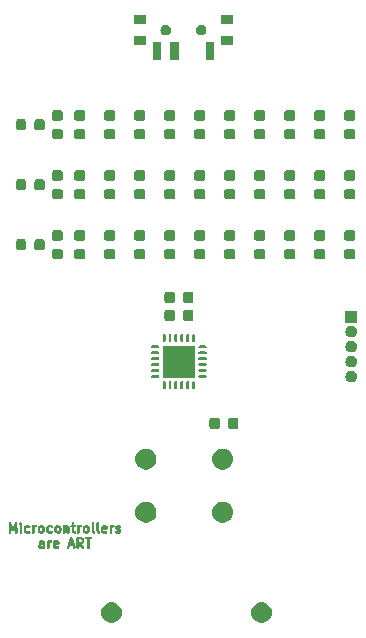
<source format=gts>
G04 #@! TF.GenerationSoftware,KiCad,Pcbnew,8.0.2*
G04 #@! TF.CreationDate,2024-10-23T21:54:29-05:00*
G04 #@! TF.ProjectId,SAMC21_breakout,53414d43-3231-45f6-9272-65616b6f7574,rev?*
G04 #@! TF.SameCoordinates,Original*
G04 #@! TF.FileFunction,Soldermask,Top*
G04 #@! TF.FilePolarity,Negative*
%FSLAX46Y46*%
G04 Gerber Fmt 4.6, Leading zero omitted, Abs format (unit mm)*
G04 Created by KiCad (PCBNEW 8.0.2) date 2024-10-23 21:54:29*
%MOMM*%
%LPD*%
G01*
G04 APERTURE LIST*
G04 APERTURE END LIST*
G36*
X93265918Y-124303434D02*
G01*
X93431500Y-124377156D01*
X93578136Y-124483693D01*
X93699418Y-124618390D01*
X93790044Y-124775359D01*
X93846054Y-124947741D01*
X93865000Y-125128000D01*
X93846054Y-125308259D01*
X93790044Y-125480641D01*
X93699418Y-125637610D01*
X93578136Y-125772307D01*
X93431500Y-125878844D01*
X93265918Y-125952566D01*
X93088626Y-125990250D01*
X92907374Y-125990250D01*
X92730082Y-125952566D01*
X92564500Y-125878844D01*
X92417864Y-125772307D01*
X92296582Y-125637610D01*
X92205956Y-125480641D01*
X92149946Y-125308259D01*
X92131000Y-125128000D01*
X92149946Y-124947741D01*
X92205956Y-124775359D01*
X92296582Y-124618390D01*
X92417864Y-124483693D01*
X92564500Y-124377156D01*
X92730082Y-124303434D01*
X92907374Y-124265750D01*
X93088626Y-124265750D01*
X93265918Y-124303434D01*
G37*
G36*
X105965918Y-124303434D02*
G01*
X106131500Y-124377156D01*
X106278136Y-124483693D01*
X106399418Y-124618390D01*
X106490044Y-124775359D01*
X106546054Y-124947741D01*
X106565000Y-125128000D01*
X106546054Y-125308259D01*
X106490044Y-125480641D01*
X106399418Y-125637610D01*
X106278136Y-125772307D01*
X106131500Y-125878844D01*
X105965918Y-125952566D01*
X105788626Y-125990250D01*
X105607374Y-125990250D01*
X105430082Y-125952566D01*
X105264500Y-125878844D01*
X105117864Y-125772307D01*
X104996582Y-125637610D01*
X104905956Y-125480641D01*
X104849946Y-125308259D01*
X104831000Y-125128000D01*
X104849946Y-124947741D01*
X104905956Y-124775359D01*
X104996582Y-124618390D01*
X105117864Y-124483693D01*
X105264500Y-124377156D01*
X105430082Y-124303434D01*
X105607374Y-124265750D01*
X105788626Y-124265750D01*
X105965918Y-124303434D01*
G37*
G36*
X87162775Y-118993363D02*
G01*
X87162872Y-118993372D01*
X87162882Y-118993373D01*
X87182006Y-118995256D01*
X87182010Y-118995257D01*
X87182284Y-118995284D01*
X87183707Y-118995641D01*
X87183961Y-118995746D01*
X87183968Y-118995748D01*
X87185991Y-118996586D01*
X87186588Y-118996727D01*
X87188692Y-118996876D01*
X87188698Y-118996877D01*
X87189053Y-118996903D01*
X87190852Y-118997378D01*
X87195518Y-118999605D01*
X87210201Y-119006612D01*
X87210274Y-119006645D01*
X87219756Y-119010573D01*
X87221378Y-119011656D01*
X87221702Y-119011980D01*
X87222228Y-119012352D01*
X87285352Y-119042480D01*
X87285861Y-119042760D01*
X87285945Y-119042813D01*
X87285947Y-119042814D01*
X87288422Y-119044371D01*
X87288831Y-119044565D01*
X87289582Y-119044816D01*
X87291274Y-119045781D01*
X87291550Y-119046021D01*
X87291556Y-119046024D01*
X87292792Y-119047096D01*
X87293025Y-119047268D01*
X87302211Y-119053051D01*
X87302216Y-119053055D01*
X87302452Y-119053204D01*
X87303565Y-119054159D01*
X87311462Y-119063264D01*
X87311645Y-119063447D01*
X87320752Y-119071346D01*
X87321906Y-119072805D01*
X87322072Y-119073123D01*
X87322073Y-119073124D01*
X87325102Y-119078913D01*
X87325351Y-119079279D01*
X87327715Y-119082006D01*
X87329129Y-119083636D01*
X87330096Y-119085331D01*
X87332479Y-119092485D01*
X87332921Y-119093808D01*
X87333040Y-119094089D01*
X87335575Y-119098935D01*
X87370444Y-119165586D01*
X87370684Y-119166117D01*
X87377690Y-119184425D01*
X87378007Y-119185858D01*
X87378181Y-119188320D01*
X87378322Y-119188917D01*
X87379269Y-119191202D01*
X87379650Y-119193094D01*
X87379722Y-119209965D01*
X87379727Y-119210073D01*
X87380747Y-119224401D01*
X87380746Y-119224404D01*
X87380773Y-119224777D01*
X87380529Y-119226714D01*
X87380411Y-119227066D01*
X87380411Y-119227069D01*
X87379906Y-119228582D01*
X87379808Y-119229197D01*
X87379879Y-119245470D01*
X87380078Y-119291161D01*
X87380083Y-119291269D01*
X87380747Y-119300592D01*
X87380746Y-119300596D01*
X87380773Y-119300969D01*
X87380529Y-119302907D01*
X87380410Y-119303262D01*
X87380236Y-119303783D01*
X87380137Y-119304399D01*
X87380778Y-119450752D01*
X87381571Y-119631651D01*
X87381547Y-119632163D01*
X87379626Y-119651672D01*
X87379269Y-119653095D01*
X87364337Y-119689143D01*
X87363254Y-119690766D01*
X87335664Y-119718356D01*
X87334041Y-119719439D01*
X87297993Y-119734371D01*
X87296080Y-119734752D01*
X87295703Y-119734752D01*
X87257439Y-119734752D01*
X87257062Y-119734752D01*
X87255148Y-119734371D01*
X87241134Y-119728564D01*
X87239673Y-119728545D01*
X87228579Y-119732792D01*
X87227146Y-119733109D01*
X87224833Y-119733272D01*
X87224685Y-119733283D01*
X87224085Y-119733425D01*
X87222153Y-119734226D01*
X87221803Y-119734371D01*
X87219935Y-119734752D01*
X87213273Y-119734812D01*
X87201743Y-119734918D01*
X87201626Y-119734922D01*
X87188602Y-119735849D01*
X87188598Y-119735848D01*
X87188227Y-119735875D01*
X87186290Y-119735631D01*
X87185937Y-119735513D01*
X87185934Y-119735513D01*
X87184924Y-119735176D01*
X87184299Y-119735077D01*
X87136782Y-119735511D01*
X87009950Y-119736673D01*
X87009414Y-119736649D01*
X87009323Y-119736640D01*
X87009322Y-119736640D01*
X87007383Y-119736449D01*
X86989905Y-119734728D01*
X86988481Y-119734371D01*
X86988219Y-119734262D01*
X86988217Y-119734262D01*
X86986199Y-119733425D01*
X86985599Y-119733283D01*
X86983137Y-119733109D01*
X86981337Y-119732634D01*
X86966231Y-119725424D01*
X86962002Y-119723406D01*
X86961911Y-119723365D01*
X86952780Y-119719584D01*
X86952773Y-119719579D01*
X86952434Y-119719439D01*
X86950811Y-119718356D01*
X86950484Y-119718029D01*
X86949958Y-119717657D01*
X86886839Y-119687533D01*
X86886329Y-119687252D01*
X86886237Y-119687194D01*
X86886224Y-119687187D01*
X86883770Y-119685641D01*
X86883357Y-119685446D01*
X86882612Y-119685198D01*
X86880915Y-119684231D01*
X86879393Y-119682911D01*
X86879175Y-119682749D01*
X86869739Y-119676810D01*
X86868625Y-119675854D01*
X86860726Y-119666747D01*
X86860543Y-119666564D01*
X86855619Y-119662294D01*
X86851705Y-119658899D01*
X86851703Y-119658897D01*
X86851438Y-119658667D01*
X86850284Y-119657208D01*
X86847089Y-119651101D01*
X86846840Y-119650735D01*
X86843304Y-119646657D01*
X86843061Y-119646377D01*
X86842095Y-119644682D01*
X86841978Y-119644331D01*
X86841977Y-119644330D01*
X86839267Y-119636201D01*
X86839151Y-119635927D01*
X86801746Y-119564427D01*
X86801506Y-119563896D01*
X86801468Y-119563797D01*
X86801464Y-119563788D01*
X86794601Y-119545855D01*
X86794600Y-119545851D01*
X86794499Y-119545587D01*
X86794182Y-119544155D01*
X86794162Y-119543879D01*
X86794160Y-119543869D01*
X86794006Y-119541690D01*
X86793865Y-119541093D01*
X86793055Y-119539138D01*
X86793053Y-119539132D01*
X86792920Y-119538809D01*
X86792540Y-119536996D01*
X86792532Y-119536645D01*
X86792532Y-119536641D01*
X86792094Y-119514836D01*
X86792090Y-119514740D01*
X86791441Y-119505608D01*
X86791441Y-119505600D01*
X86791416Y-119505234D01*
X86791659Y-119503300D01*
X86791777Y-119502943D01*
X86791828Y-119502539D01*
X86791842Y-119502263D01*
X86791833Y-119501841D01*
X86791144Y-119467502D01*
X86999616Y-119467502D01*
X87000142Y-119493642D01*
X87000360Y-119494496D01*
X87011419Y-119515635D01*
X87012308Y-119516492D01*
X87036369Y-119527976D01*
X87037216Y-119528163D01*
X87065600Y-119527904D01*
X87170728Y-119526943D01*
X87172937Y-119524705D01*
X87172533Y-119432666D01*
X87170279Y-119430443D01*
X87033166Y-119431697D01*
X87032288Y-119431917D01*
X87030856Y-119432666D01*
X87011653Y-119442712D01*
X87010797Y-119443601D01*
X86999804Y-119466632D01*
X86999616Y-119467502D01*
X86791144Y-119467502D01*
X86790844Y-119452516D01*
X86790621Y-119441409D01*
X86790621Y-119441404D01*
X86790619Y-119441297D01*
X86790642Y-119440707D01*
X86790652Y-119440602D01*
X86792535Y-119421477D01*
X86792535Y-119421473D01*
X86792563Y-119421198D01*
X86792919Y-119419775D01*
X86793866Y-119417484D01*
X86794006Y-119416894D01*
X86794155Y-119414789D01*
X86794156Y-119414782D01*
X86794182Y-119414429D01*
X86794657Y-119412630D01*
X86803887Y-119393286D01*
X86803922Y-119393209D01*
X86806081Y-119388000D01*
X86807708Y-119384072D01*
X86807709Y-119384069D01*
X86807852Y-119383726D01*
X86808934Y-119382106D01*
X86809194Y-119381844D01*
X86809204Y-119381831D01*
X86809266Y-119381770D01*
X86809634Y-119381247D01*
X86839720Y-119318211D01*
X86839722Y-119318206D01*
X86839759Y-119318130D01*
X86840039Y-119317622D01*
X86840079Y-119317558D01*
X86840093Y-119317533D01*
X86841650Y-119315059D01*
X86841845Y-119314648D01*
X86841977Y-119314253D01*
X86841978Y-119314250D01*
X86842096Y-119313899D01*
X86843059Y-119312209D01*
X86844375Y-119310688D01*
X86844546Y-119310458D01*
X86850331Y-119301270D01*
X86850334Y-119301266D01*
X86850483Y-119301030D01*
X86851438Y-119299917D01*
X86851648Y-119299734D01*
X86851653Y-119299729D01*
X86859272Y-119293121D01*
X86860542Y-119292018D01*
X86860726Y-119291834D01*
X86863517Y-119288618D01*
X86868391Y-119282998D01*
X86868395Y-119282994D01*
X86868625Y-119282730D01*
X86870084Y-119281576D01*
X86870395Y-119281412D01*
X86870398Y-119281411D01*
X86876193Y-119278378D01*
X86876553Y-119278132D01*
X86880915Y-119274352D01*
X86882610Y-119273387D01*
X86882961Y-119273269D01*
X86882968Y-119273266D01*
X86891090Y-119270559D01*
X86891362Y-119270443D01*
X86939101Y-119245468D01*
X86937411Y-119239511D01*
X86921938Y-119240611D01*
X86921934Y-119240610D01*
X86921562Y-119240637D01*
X86919627Y-119240393D01*
X86919273Y-119240275D01*
X86919272Y-119240275D01*
X86893478Y-119231677D01*
X86882611Y-119228055D01*
X86880916Y-119227089D01*
X86870292Y-119217875D01*
X87004514Y-119217875D01*
X87006163Y-119223686D01*
X87008595Y-119223664D01*
X87021680Y-119222734D01*
X87021688Y-119222735D01*
X87022057Y-119222709D01*
X87023992Y-119222952D01*
X87025358Y-119223407D01*
X87025980Y-119223505D01*
X87160788Y-119222271D01*
X87162983Y-119218608D01*
X87160767Y-119214374D01*
X87159879Y-119213518D01*
X87136011Y-119202125D01*
X87135162Y-119201937D01*
X87033250Y-119203077D01*
X87032380Y-119203297D01*
X87004514Y-119217875D01*
X86870292Y-119217875D01*
X86851439Y-119201524D01*
X86850243Y-119199983D01*
X86850076Y-119199650D01*
X86832960Y-119165420D01*
X86832959Y-119165417D01*
X86832793Y-119165085D01*
X86832278Y-119163203D01*
X86832251Y-119162830D01*
X86832250Y-119162825D01*
X86829537Y-119124659D01*
X86829538Y-119124650D01*
X86829512Y-119124283D01*
X86829756Y-119122348D01*
X86829872Y-119121999D01*
X86829873Y-119121993D01*
X86841976Y-119085684D01*
X86841977Y-119085681D01*
X86842094Y-119085332D01*
X86843060Y-119083637D01*
X86843301Y-119083358D01*
X86843303Y-119083356D01*
X86868391Y-119054429D01*
X86868393Y-119054427D01*
X86868625Y-119054160D01*
X86870084Y-119053006D01*
X86870396Y-119052842D01*
X86870401Y-119052839D01*
X86962762Y-119004519D01*
X86962773Y-119004513D01*
X86962863Y-119004467D01*
X86963394Y-119004227D01*
X86963494Y-119004188D01*
X86963509Y-119004182D01*
X86981434Y-118997322D01*
X86981439Y-118997320D01*
X86981703Y-118997220D01*
X86983135Y-118996903D01*
X86983408Y-118996883D01*
X86983420Y-118996881D01*
X86985600Y-118996727D01*
X86986196Y-118996586D01*
X86988144Y-118995779D01*
X86988152Y-118995777D01*
X86988482Y-118995641D01*
X86990339Y-118995260D01*
X87009177Y-118995048D01*
X87009257Y-118995045D01*
X87021680Y-118994162D01*
X87021688Y-118994163D01*
X87022056Y-118994137D01*
X87023990Y-118994380D01*
X87024343Y-118994497D01*
X87024347Y-118994498D01*
X87025149Y-118994765D01*
X87025771Y-118994862D01*
X87162229Y-118993339D01*
X87162775Y-118993363D01*
G37*
G36*
X88381823Y-118993363D02*
G01*
X88381920Y-118993372D01*
X88381930Y-118993373D01*
X88401054Y-118995256D01*
X88401058Y-118995257D01*
X88401332Y-118995284D01*
X88402755Y-118995641D01*
X88403009Y-118995746D01*
X88403016Y-118995748D01*
X88405039Y-118996586D01*
X88405636Y-118996727D01*
X88407740Y-118996876D01*
X88407746Y-118996877D01*
X88408101Y-118996903D01*
X88409900Y-118997378D01*
X88414566Y-118999605D01*
X88429249Y-119006612D01*
X88429322Y-119006645D01*
X88438804Y-119010573D01*
X88440426Y-119011656D01*
X88440750Y-119011980D01*
X88441276Y-119012352D01*
X88504400Y-119042480D01*
X88504909Y-119042760D01*
X88504993Y-119042813D01*
X88504995Y-119042814D01*
X88507470Y-119044371D01*
X88507879Y-119044565D01*
X88508630Y-119044816D01*
X88510322Y-119045781D01*
X88510598Y-119046021D01*
X88510604Y-119046024D01*
X88511840Y-119047096D01*
X88512073Y-119047268D01*
X88521259Y-119053051D01*
X88521264Y-119053055D01*
X88521500Y-119053204D01*
X88522613Y-119054159D01*
X88530510Y-119063264D01*
X88530693Y-119063447D01*
X88539800Y-119071346D01*
X88540954Y-119072805D01*
X88541120Y-119073123D01*
X88541121Y-119073124D01*
X88544150Y-119078913D01*
X88544399Y-119079279D01*
X88546763Y-119082006D01*
X88548177Y-119083636D01*
X88549144Y-119085331D01*
X88551527Y-119092485D01*
X88551969Y-119093808D01*
X88552088Y-119094089D01*
X88554623Y-119098935D01*
X88589492Y-119165586D01*
X88589732Y-119166117D01*
X88596738Y-119184425D01*
X88597055Y-119185858D01*
X88597229Y-119188320D01*
X88597370Y-119188917D01*
X88598317Y-119191202D01*
X88598697Y-119193016D01*
X88598704Y-119193372D01*
X88599141Y-119215172D01*
X88599145Y-119215269D01*
X88599795Y-119224399D01*
X88599794Y-119224403D01*
X88599821Y-119224777D01*
X88599576Y-119226716D01*
X88599457Y-119227068D01*
X88599408Y-119227463D01*
X88599393Y-119227739D01*
X88600615Y-119288599D01*
X88600484Y-119288601D01*
X88600484Y-119288618D01*
X88600616Y-119288616D01*
X88600618Y-119288712D01*
X88600595Y-119289306D01*
X88598674Y-119308815D01*
X88598317Y-119310239D01*
X88595364Y-119317364D01*
X88594830Y-119318654D01*
X88594721Y-119319014D01*
X88593252Y-119326437D01*
X88592952Y-119327958D01*
X88592207Y-119329762D01*
X88592000Y-119330072D01*
X88587092Y-119337433D01*
X88586916Y-119337762D01*
X88583529Y-119345940D01*
X88583527Y-119345942D01*
X88583385Y-119346286D01*
X88582301Y-119347909D01*
X88575848Y-119354360D01*
X88575619Y-119354640D01*
X88570563Y-119362226D01*
X88569185Y-119363608D01*
X88564926Y-119366459D01*
X88561518Y-119368741D01*
X88561235Y-119368972D01*
X88554712Y-119375498D01*
X88553089Y-119376582D01*
X88552745Y-119376724D01*
X88552743Y-119376726D01*
X88544667Y-119380071D01*
X88544335Y-119380249D01*
X88540011Y-119383143D01*
X88536766Y-119385318D01*
X88534987Y-119386062D01*
X88533876Y-119386289D01*
X88525698Y-119387965D01*
X88525350Y-119388072D01*
X88518537Y-119390894D01*
X88517042Y-119391514D01*
X88515128Y-119391895D01*
X88514752Y-119391895D01*
X88506715Y-119391895D01*
X88506332Y-119391934D01*
X88307539Y-119432666D01*
X88220997Y-119450398D01*
X88219281Y-119452516D01*
X88219529Y-119494263D01*
X88219749Y-119495147D01*
X88222799Y-119500977D01*
X88230467Y-119515635D01*
X88231356Y-119516492D01*
X88255224Y-119527885D01*
X88256072Y-119528072D01*
X88357986Y-119526932D01*
X88358854Y-119526713D01*
X88395142Y-119507731D01*
X88410385Y-119499757D01*
X88410389Y-119499755D01*
X88410485Y-119499705D01*
X88411016Y-119499465D01*
X88411123Y-119499424D01*
X88411132Y-119499420D01*
X88429057Y-119492561D01*
X88429060Y-119492560D01*
X88429325Y-119492459D01*
X88430758Y-119492142D01*
X88431032Y-119492122D01*
X88431044Y-119492120D01*
X88469301Y-119489401D01*
X88469310Y-119489402D01*
X88469678Y-119489376D01*
X88471613Y-119489620D01*
X88471962Y-119489736D01*
X88471966Y-119489737D01*
X88508277Y-119501841D01*
X88508279Y-119501842D01*
X88508629Y-119501959D01*
X88510324Y-119502925D01*
X88510602Y-119503166D01*
X88510607Y-119503169D01*
X88539514Y-119528241D01*
X88539516Y-119528243D01*
X88539800Y-119528490D01*
X88540996Y-119530031D01*
X88558445Y-119564930D01*
X88558960Y-119566812D01*
X88558986Y-119567187D01*
X88558987Y-119567189D01*
X88561700Y-119605355D01*
X88561699Y-119605359D01*
X88561726Y-119605732D01*
X88561482Y-119607667D01*
X88549143Y-119644683D01*
X88548177Y-119646378D01*
X88547932Y-119646659D01*
X88547932Y-119646661D01*
X88530673Y-119666560D01*
X88522612Y-119675854D01*
X88521153Y-119677008D01*
X88428372Y-119725546D01*
X88427841Y-119725786D01*
X88409532Y-119732792D01*
X88408099Y-119733109D01*
X88405763Y-119733274D01*
X88405638Y-119733283D01*
X88405038Y-119733425D01*
X88403106Y-119734226D01*
X88402756Y-119734371D01*
X88400898Y-119734752D01*
X88382055Y-119734961D01*
X88381975Y-119734965D01*
X88369555Y-119735849D01*
X88369551Y-119735848D01*
X88369180Y-119735875D01*
X88367244Y-119735631D01*
X88366890Y-119735513D01*
X88366889Y-119735513D01*
X88366086Y-119735245D01*
X88365460Y-119735147D01*
X88229008Y-119736673D01*
X88228462Y-119736649D01*
X88208953Y-119734728D01*
X88207529Y-119734371D01*
X88207267Y-119734262D01*
X88207265Y-119734262D01*
X88205247Y-119733425D01*
X88204647Y-119733283D01*
X88202185Y-119733109D01*
X88200385Y-119732634D01*
X88185279Y-119725424D01*
X88181050Y-119723406D01*
X88180959Y-119723365D01*
X88171828Y-119719584D01*
X88171821Y-119719579D01*
X88171482Y-119719439D01*
X88169859Y-119718356D01*
X88169532Y-119718029D01*
X88169006Y-119717657D01*
X88105887Y-119687533D01*
X88105377Y-119687252D01*
X88105285Y-119687194D01*
X88105272Y-119687187D01*
X88102818Y-119685641D01*
X88102405Y-119685446D01*
X88101660Y-119685198D01*
X88099963Y-119684231D01*
X88098441Y-119682911D01*
X88098223Y-119682749D01*
X88088787Y-119676810D01*
X88087673Y-119675854D01*
X88079774Y-119666747D01*
X88079591Y-119666564D01*
X88074667Y-119662294D01*
X88070753Y-119658899D01*
X88070751Y-119658897D01*
X88070486Y-119658667D01*
X88069332Y-119657208D01*
X88066137Y-119651101D01*
X88065888Y-119650735D01*
X88062352Y-119646657D01*
X88062109Y-119646377D01*
X88061143Y-119644682D01*
X88061026Y-119644331D01*
X88061025Y-119644330D01*
X88058315Y-119636201D01*
X88058199Y-119635927D01*
X88020794Y-119564427D01*
X88020554Y-119563896D01*
X88020516Y-119563797D01*
X88020512Y-119563788D01*
X88013649Y-119545855D01*
X88013648Y-119545851D01*
X88013547Y-119545587D01*
X88013230Y-119544155D01*
X88013210Y-119543879D01*
X88013208Y-119543869D01*
X88013054Y-119541690D01*
X88012913Y-119541093D01*
X88012109Y-119539153D01*
X88012107Y-119539146D01*
X88011968Y-119538809D01*
X88011587Y-119536926D01*
X88011584Y-119536557D01*
X88011584Y-119536554D01*
X88011514Y-119524705D01*
X88011483Y-119519642D01*
X88011479Y-119519536D01*
X88010489Y-119505609D01*
X88010490Y-119505600D01*
X88010464Y-119505234D01*
X88010707Y-119503300D01*
X88010824Y-119502946D01*
X88010825Y-119502943D01*
X88011275Y-119501593D01*
X88011373Y-119500977D01*
X88010599Y-119370455D01*
X88010562Y-119370093D01*
X88009836Y-119366459D01*
X88009835Y-119366456D01*
X88009763Y-119366091D01*
X88009761Y-119364141D01*
X88009833Y-119363776D01*
X88009833Y-119363773D01*
X88010502Y-119360388D01*
X88010538Y-119360007D01*
X88009789Y-119233595D01*
X88220983Y-119233595D01*
X88223890Y-119237312D01*
X88358801Y-119209669D01*
X88359466Y-119204230D01*
X88355059Y-119202126D01*
X88354210Y-119201937D01*
X88252298Y-119203077D01*
X88251428Y-119203297D01*
X88230701Y-119214140D01*
X88229845Y-119215029D01*
X88220983Y-119233595D01*
X88009789Y-119233595D01*
X88009666Y-119212752D01*
X88009666Y-119212741D01*
X88009666Y-119212655D01*
X88009690Y-119212135D01*
X88009898Y-119210018D01*
X88011583Y-119192903D01*
X88011584Y-119192898D01*
X88011611Y-119192626D01*
X88011968Y-119191203D01*
X88012071Y-119190952D01*
X88012074Y-119190943D01*
X88012913Y-119188917D01*
X88013054Y-119188321D01*
X88013203Y-119186216D01*
X88013204Y-119186209D01*
X88013230Y-119185856D01*
X88013705Y-119184057D01*
X88022935Y-119164713D01*
X88022970Y-119164636D01*
X88025827Y-119157743D01*
X88026756Y-119155500D01*
X88026757Y-119155497D01*
X88026900Y-119155154D01*
X88027982Y-119153534D01*
X88028242Y-119153272D01*
X88028252Y-119153259D01*
X88028314Y-119153198D01*
X88028682Y-119152675D01*
X88058754Y-119089670D01*
X88058761Y-119089656D01*
X88058808Y-119089559D01*
X88059088Y-119089050D01*
X88059144Y-119088959D01*
X88059149Y-119088952D01*
X88060695Y-119086495D01*
X88060889Y-119086086D01*
X88061021Y-119085691D01*
X88061022Y-119085688D01*
X88061142Y-119085331D01*
X88062107Y-119083638D01*
X88062352Y-119083354D01*
X88062354Y-119083352D01*
X88063425Y-119082116D01*
X88063597Y-119081884D01*
X88069381Y-119072696D01*
X88069387Y-119072688D01*
X88069532Y-119072459D01*
X88070487Y-119071346D01*
X88070691Y-119071168D01*
X88070699Y-119071160D01*
X88079590Y-119063449D01*
X88079773Y-119063265D01*
X88082921Y-119059637D01*
X88087439Y-119054428D01*
X88087443Y-119054424D01*
X88087673Y-119054160D01*
X88089132Y-119053006D01*
X88089443Y-119052842D01*
X88089446Y-119052841D01*
X88095241Y-119049808D01*
X88095601Y-119049563D01*
X88099964Y-119045781D01*
X88101659Y-119044816D01*
X88102010Y-119044698D01*
X88102017Y-119044695D01*
X88110139Y-119041988D01*
X88110411Y-119041872D01*
X88150223Y-119021044D01*
X88181820Y-119004514D01*
X88181828Y-119004510D01*
X88181911Y-119004467D01*
X88182442Y-119004227D01*
X88182533Y-119004191D01*
X88182549Y-119004185D01*
X88200482Y-118997322D01*
X88200487Y-118997320D01*
X88200751Y-118997220D01*
X88202183Y-118996903D01*
X88202456Y-118996883D01*
X88202468Y-118996881D01*
X88204648Y-118996727D01*
X88205244Y-118996586D01*
X88207192Y-118995779D01*
X88207200Y-118995777D01*
X88207530Y-118995641D01*
X88209387Y-118995260D01*
X88228225Y-118995048D01*
X88228305Y-118995045D01*
X88240728Y-118994162D01*
X88240736Y-118994163D01*
X88241104Y-118994137D01*
X88243038Y-118994380D01*
X88243391Y-118994497D01*
X88243395Y-118994498D01*
X88244197Y-118994765D01*
X88244819Y-118994862D01*
X88381277Y-118993339D01*
X88381823Y-118993363D01*
G37*
G36*
X90438966Y-118726697D02*
G01*
X90439055Y-118726705D01*
X90439059Y-118726706D01*
X90458197Y-118728590D01*
X90458201Y-118728591D01*
X90458475Y-118728618D01*
X90459898Y-118728975D01*
X90460152Y-118729080D01*
X90460159Y-118729082D01*
X90462182Y-118729920D01*
X90462779Y-118730061D01*
X90464883Y-118730210D01*
X90464889Y-118730211D01*
X90465244Y-118730237D01*
X90467043Y-118730712D01*
X90475924Y-118734950D01*
X90486392Y-118739946D01*
X90486465Y-118739979D01*
X90495947Y-118743907D01*
X90497569Y-118744990D01*
X90497893Y-118745314D01*
X90498419Y-118745686D01*
X90506782Y-118749678D01*
X90558888Y-118774547D01*
X90561541Y-118775813D01*
X90562050Y-118776093D01*
X90566468Y-118778874D01*
X90569956Y-118781069D01*
X90570237Y-118781214D01*
X90571156Y-118781595D01*
X90571812Y-118781867D01*
X90571813Y-118781867D01*
X90572137Y-118782002D01*
X90573664Y-118782994D01*
X90573917Y-118783234D01*
X90573920Y-118783236D01*
X90574355Y-118783649D01*
X90574810Y-118784081D01*
X90575104Y-118784309D01*
X90578642Y-118786537D01*
X90579755Y-118787492D01*
X90582715Y-118790905D01*
X90585970Y-118794658D01*
X90586098Y-118794792D01*
X90626829Y-118833445D01*
X90626913Y-118833525D01*
X90627336Y-118833980D01*
X90627408Y-118834068D01*
X90633255Y-118841191D01*
X90633479Y-118841422D01*
X90634767Y-118842539D01*
X90634769Y-118842541D01*
X90635037Y-118842774D01*
X90636192Y-118844235D01*
X90636355Y-118844548D01*
X90636357Y-118844550D01*
X90636873Y-118845537D01*
X90637090Y-118845864D01*
X90639773Y-118849132D01*
X90640527Y-118850392D01*
X90640633Y-118850649D01*
X90640637Y-118850655D01*
X90644734Y-118860549D01*
X90644797Y-118860684D01*
X90684729Y-118937014D01*
X90684969Y-118937545D01*
X90691976Y-118955853D01*
X90692293Y-118957287D01*
X90692454Y-118959565D01*
X90692467Y-118959748D01*
X90692609Y-118960348D01*
X90693417Y-118962296D01*
X90693417Y-118962300D01*
X90693555Y-118962631D01*
X90693935Y-118964473D01*
X90693940Y-118964830D01*
X90694220Y-118984361D01*
X90694225Y-118984468D01*
X90695033Y-118995828D01*
X90695032Y-118995832D01*
X90695059Y-118996205D01*
X90694815Y-118998143D01*
X90694536Y-118998976D01*
X90694439Y-118999605D01*
X90695054Y-119042438D01*
X90695856Y-119098267D01*
X90695833Y-119098829D01*
X90693912Y-119118338D01*
X90693555Y-119119763D01*
X90692609Y-119122042D01*
X90692468Y-119122636D01*
X90692294Y-119125106D01*
X90691818Y-119126907D01*
X90691663Y-119127231D01*
X90691663Y-119127232D01*
X90682583Y-119146254D01*
X90682542Y-119146346D01*
X90682309Y-119146909D01*
X90678624Y-119155809D01*
X90677538Y-119157433D01*
X90677220Y-119157749D01*
X90676843Y-119158281D01*
X90660318Y-119192903D01*
X90646715Y-119221406D01*
X90646434Y-119221916D01*
X90644633Y-119224777D01*
X90641463Y-119229813D01*
X90641314Y-119230101D01*
X90640528Y-119232000D01*
X90639533Y-119233532D01*
X90638729Y-119234376D01*
X90638443Y-119234679D01*
X90638210Y-119234977D01*
X90635993Y-119238504D01*
X90635037Y-119239620D01*
X90627874Y-119245830D01*
X90627740Y-119245958D01*
X90606292Y-119268558D01*
X90589004Y-119286778D01*
X90588549Y-119287201D01*
X90581333Y-119293121D01*
X90581104Y-119293343D01*
X90579756Y-119294900D01*
X90578294Y-119296056D01*
X90577979Y-119296220D01*
X90577980Y-119296220D01*
X90576990Y-119296738D01*
X90576662Y-119296955D01*
X90575579Y-119297843D01*
X90573395Y-119299637D01*
X90572136Y-119300391D01*
X90571875Y-119300498D01*
X90571872Y-119300501D01*
X90561978Y-119304598D01*
X90561842Y-119304661D01*
X90510630Y-119331452D01*
X90509820Y-119334810D01*
X90676865Y-119571443D01*
X90677137Y-119571875D01*
X90677178Y-119571948D01*
X90677185Y-119571959D01*
X90686612Y-119588710D01*
X90686614Y-119588716D01*
X90686751Y-119588959D01*
X90687276Y-119590330D01*
X90695715Y-119628424D01*
X90695757Y-119630374D01*
X90688977Y-119668799D01*
X90688270Y-119670617D01*
X90667301Y-119703522D01*
X90665951Y-119704931D01*
X90665644Y-119705145D01*
X90665643Y-119705147D01*
X90636095Y-119725830D01*
X90633986Y-119727306D01*
X90632200Y-119728092D01*
X90594105Y-119736531D01*
X90592155Y-119736573D01*
X90553731Y-119729792D01*
X90551913Y-119729085D01*
X90519008Y-119708117D01*
X90517610Y-119706784D01*
X90269825Y-119355776D01*
X90268165Y-119354923D01*
X90254746Y-119355001D01*
X90240286Y-119355087D01*
X90238070Y-119357321D01*
X90238714Y-119631661D01*
X90238690Y-119632163D01*
X90236769Y-119651672D01*
X90236412Y-119653095D01*
X90221480Y-119689143D01*
X90220397Y-119690766D01*
X90192807Y-119718356D01*
X90191184Y-119719439D01*
X90155136Y-119734371D01*
X90153223Y-119734752D01*
X90152846Y-119734752D01*
X90114582Y-119734752D01*
X90114205Y-119734752D01*
X90112292Y-119734371D01*
X90076244Y-119719439D01*
X90074621Y-119718356D01*
X90047031Y-119690766D01*
X90045948Y-119689143D01*
X90043329Y-119682821D01*
X90031158Y-119653439D01*
X90031157Y-119653436D01*
X90031016Y-119653095D01*
X90030635Y-119651194D01*
X90030600Y-119636201D01*
X90028964Y-118938280D01*
X90237087Y-118938280D01*
X90237218Y-118994137D01*
X90237572Y-119144668D01*
X90239818Y-119146895D01*
X90318162Y-119146432D01*
X90318564Y-119146387D01*
X90320574Y-119145941D01*
X90320580Y-119145940D01*
X90320941Y-119145861D01*
X90322891Y-119145819D01*
X90325930Y-119146355D01*
X90326271Y-119146383D01*
X90328517Y-119146370D01*
X90415353Y-119145855D01*
X90416237Y-119145635D01*
X90418085Y-119144668D01*
X90454156Y-119125797D01*
X90454657Y-119125420D01*
X90468423Y-119110915D01*
X90468763Y-119110421D01*
X90486923Y-119072367D01*
X90487111Y-119071508D01*
X90486193Y-119007542D01*
X90485973Y-119006675D01*
X90481079Y-118997321D01*
X90465934Y-118968373D01*
X90465557Y-118967873D01*
X90457628Y-118960348D01*
X90451046Y-118954102D01*
X90450555Y-118953765D01*
X90411696Y-118935218D01*
X90410854Y-118935030D01*
X90357405Y-118935346D01*
X90239303Y-118936046D01*
X90237087Y-118938280D01*
X90028964Y-118938280D01*
X90028714Y-118831785D01*
X90028714Y-118831780D01*
X90028714Y-118831685D01*
X90028738Y-118831183D01*
X90030574Y-118812541D01*
X90030631Y-118811955D01*
X90030631Y-118811952D01*
X90030659Y-118811674D01*
X90031016Y-118810251D01*
X90031122Y-118809993D01*
X90031124Y-118809988D01*
X90045805Y-118774547D01*
X90045806Y-118774545D01*
X90045948Y-118774203D01*
X90047031Y-118772580D01*
X90047294Y-118772316D01*
X90047297Y-118772313D01*
X90074354Y-118745256D01*
X90074357Y-118745253D01*
X90074621Y-118744990D01*
X90076244Y-118743907D01*
X90076586Y-118743765D01*
X90076588Y-118743764D01*
X90111953Y-118729115D01*
X90111954Y-118729114D01*
X90112292Y-118728975D01*
X90114175Y-118728594D01*
X90114537Y-118728591D01*
X90114542Y-118728591D01*
X90438348Y-118726673D01*
X90438359Y-118726673D01*
X90438446Y-118726673D01*
X90438966Y-118726697D01*
G37*
G36*
X89614469Y-118727715D02*
G01*
X89614818Y-118727831D01*
X89614823Y-118727832D01*
X89620419Y-118729697D01*
X89620887Y-118729790D01*
X89626771Y-118730209D01*
X89626776Y-118730210D01*
X89627149Y-118730237D01*
X89629030Y-118730752D01*
X89629364Y-118730919D01*
X89629367Y-118730920D01*
X89639807Y-118736140D01*
X89640057Y-118736244D01*
X89651130Y-118739935D01*
X89651132Y-118739936D01*
X89651485Y-118740054D01*
X89653180Y-118741019D01*
X89656235Y-118743668D01*
X89657917Y-118745127D01*
X89658314Y-118745393D01*
X89663593Y-118748033D01*
X89663594Y-118748034D01*
X89663930Y-118748202D01*
X89665470Y-118749398D01*
X89673369Y-118758505D01*
X89673553Y-118758689D01*
X89682656Y-118766585D01*
X89683852Y-118768126D01*
X89684017Y-118768457D01*
X89684019Y-118768459D01*
X89686655Y-118773731D01*
X89686921Y-118774129D01*
X89690232Y-118777948D01*
X89691035Y-118778874D01*
X89691998Y-118780559D01*
X89692116Y-118780911D01*
X89695899Y-118792180D01*
X89696002Y-118792427D01*
X89701134Y-118802689D01*
X89701302Y-118803025D01*
X89701817Y-118804907D01*
X89701843Y-118805282D01*
X89701844Y-118805284D01*
X89702241Y-118810869D01*
X89702334Y-118811341D01*
X89966655Y-119598458D01*
X89966791Y-119598941D01*
X89971138Y-119618057D01*
X89971249Y-119619520D01*
X89971228Y-119619802D01*
X89971229Y-119619803D01*
X89968839Y-119653439D01*
X89968483Y-119658440D01*
X89967968Y-119660322D01*
X89950518Y-119695221D01*
X89949322Y-119696762D01*
X89949040Y-119697006D01*
X89949039Y-119697008D01*
X89920129Y-119722082D01*
X89920127Y-119722082D01*
X89919846Y-119722327D01*
X89918151Y-119723293D01*
X89881135Y-119735631D01*
X89879200Y-119735875D01*
X89878827Y-119735848D01*
X89878823Y-119735849D01*
X89840657Y-119733136D01*
X89840655Y-119733135D01*
X89840280Y-119733109D01*
X89838398Y-119732594D01*
X89803499Y-119715145D01*
X89801958Y-119713949D01*
X89776393Y-119684472D01*
X89775430Y-119682788D01*
X89773471Y-119676957D01*
X89716759Y-119508072D01*
X89714754Y-119506638D01*
X89589404Y-119507239D01*
X89486826Y-119507731D01*
X89484841Y-119509171D01*
X89433329Y-119664867D01*
X89433148Y-119665334D01*
X89425157Y-119683234D01*
X89424368Y-119684472D01*
X89424184Y-119684683D01*
X89424183Y-119684686D01*
X89399048Y-119713665D01*
X89399046Y-119713666D01*
X89398802Y-119713948D01*
X89397261Y-119715144D01*
X89362363Y-119732594D01*
X89360481Y-119733109D01*
X89360103Y-119733135D01*
X89360103Y-119733136D01*
X89321937Y-119735849D01*
X89321933Y-119735848D01*
X89321561Y-119735875D01*
X89319626Y-119735631D01*
X89319272Y-119735513D01*
X89319271Y-119735513D01*
X89294002Y-119727090D01*
X89282610Y-119723293D01*
X89280915Y-119722327D01*
X89280635Y-119722084D01*
X89280631Y-119722082D01*
X89251721Y-119697007D01*
X89251717Y-119697002D01*
X89251439Y-119696761D01*
X89250243Y-119695220D01*
X89250076Y-119694887D01*
X89232960Y-119660657D01*
X89232959Y-119660654D01*
X89232793Y-119660322D01*
X89232278Y-119658440D01*
X89232251Y-119658067D01*
X89232250Y-119658062D01*
X89229537Y-119619896D01*
X89229538Y-119619887D01*
X89229512Y-119619520D01*
X89229752Y-119617595D01*
X89233037Y-119607667D01*
X89266463Y-119506638D01*
X89306728Y-119384938D01*
X89306825Y-119384340D01*
X89306825Y-119383967D01*
X89306825Y-119383592D01*
X89307205Y-119381679D01*
X89307348Y-119381332D01*
X89307349Y-119381330D01*
X89309316Y-119376582D01*
X89310176Y-119374503D01*
X89310220Y-119374385D01*
X89311581Y-119370273D01*
X89336136Y-119296058D01*
X89555352Y-119296058D01*
X89557646Y-119299217D01*
X89643157Y-119298808D01*
X89645423Y-119295642D01*
X89643058Y-119288601D01*
X89638274Y-119274352D01*
X89602886Y-119168973D01*
X89597396Y-119168984D01*
X89555352Y-119296058D01*
X89336136Y-119296058D01*
X89355220Y-119238376D01*
X89500734Y-118798573D01*
X89500740Y-118798557D01*
X89500766Y-118798479D01*
X89500947Y-118798012D01*
X89503493Y-118792308D01*
X89508823Y-118780367D01*
X89508826Y-118780360D01*
X89508938Y-118780112D01*
X89509727Y-118778874D01*
X89509907Y-118778665D01*
X89509910Y-118778662D01*
X89513837Y-118774133D01*
X89514103Y-118773736D01*
X89516739Y-118768463D01*
X89516744Y-118768456D01*
X89516910Y-118768125D01*
X89518106Y-118766584D01*
X89518386Y-118766340D01*
X89518390Y-118766336D01*
X89527201Y-118758693D01*
X89527209Y-118758685D01*
X89527393Y-118758501D01*
X89529228Y-118756386D01*
X89535044Y-118749682D01*
X89535048Y-118749678D01*
X89535292Y-118749398D01*
X89536833Y-118748202D01*
X89537164Y-118748036D01*
X89537171Y-118748031D01*
X89542444Y-118745395D01*
X89542841Y-118745129D01*
X89547297Y-118741265D01*
X89547300Y-118741262D01*
X89547582Y-118741019D01*
X89549277Y-118740053D01*
X89549628Y-118739935D01*
X89549635Y-118739932D01*
X89560711Y-118736240D01*
X89560960Y-118736136D01*
X89571394Y-118730920D01*
X89571398Y-118730918D01*
X89571732Y-118730752D01*
X89573613Y-118730237D01*
X89573987Y-118730210D01*
X89573992Y-118730209D01*
X89579873Y-118729790D01*
X89580336Y-118729697D01*
X89584434Y-118728333D01*
X89585938Y-118727832D01*
X89585939Y-118727831D01*
X89586293Y-118727714D01*
X89588228Y-118727471D01*
X89588595Y-118727497D01*
X89588604Y-118727496D01*
X89600246Y-118728323D01*
X89600516Y-118728323D01*
X89612157Y-118727496D01*
X89612165Y-118727497D01*
X89612534Y-118727471D01*
X89614469Y-118727715D01*
G37*
G36*
X87886585Y-118993363D02*
G01*
X87886684Y-118993372D01*
X87886689Y-118993373D01*
X87905812Y-118995256D01*
X87905813Y-118995256D01*
X87906094Y-118995284D01*
X87907517Y-118995641D01*
X87907775Y-118995748D01*
X87907779Y-118995749D01*
X87936248Y-119007542D01*
X87943565Y-119010573D01*
X87945188Y-119011656D01*
X87972778Y-119039246D01*
X87973861Y-119040869D01*
X87988793Y-119076917D01*
X87989174Y-119078830D01*
X87989174Y-119117848D01*
X87988793Y-119119761D01*
X87973861Y-119155809D01*
X87972778Y-119157432D01*
X87945188Y-119185022D01*
X87943565Y-119186105D01*
X87907517Y-119201037D01*
X87905704Y-119201417D01*
X87862479Y-119202284D01*
X87833648Y-119202863D01*
X87832793Y-119203081D01*
X87794224Y-119223259D01*
X87793724Y-119223637D01*
X87793537Y-119223834D01*
X87779953Y-119238147D01*
X87779616Y-119238639D01*
X87761480Y-119276637D01*
X87761292Y-119277474D01*
X87761688Y-119391370D01*
X87762524Y-119631656D01*
X87762500Y-119632163D01*
X87760579Y-119651672D01*
X87760222Y-119653095D01*
X87745290Y-119689143D01*
X87744207Y-119690766D01*
X87716617Y-119718356D01*
X87714994Y-119719439D01*
X87678946Y-119734371D01*
X87677033Y-119734752D01*
X87676656Y-119734752D01*
X87638392Y-119734752D01*
X87638015Y-119734752D01*
X87636102Y-119734371D01*
X87600054Y-119719439D01*
X87598431Y-119718356D01*
X87570841Y-119690766D01*
X87569758Y-119689143D01*
X87567139Y-119682821D01*
X87554967Y-119653436D01*
X87554966Y-119653434D01*
X87554826Y-119653095D01*
X87554445Y-119651199D01*
X87554443Y-119650832D01*
X87554443Y-119650829D01*
X87552524Y-119098456D01*
X87552524Y-119098449D01*
X87552524Y-119098356D01*
X87552548Y-119097849D01*
X87553781Y-119085332D01*
X87554441Y-119078621D01*
X87554441Y-119078618D01*
X87554469Y-119078340D01*
X87554826Y-119076917D01*
X87554932Y-119076659D01*
X87554934Y-119076654D01*
X87569615Y-119041213D01*
X87569616Y-119041211D01*
X87569758Y-119040869D01*
X87570841Y-119039246D01*
X87571104Y-119038982D01*
X87571107Y-119038979D01*
X87598164Y-119011922D01*
X87598167Y-119011919D01*
X87598431Y-119011656D01*
X87600054Y-119010573D01*
X87600396Y-119010431D01*
X87600398Y-119010430D01*
X87635754Y-118995785D01*
X87635754Y-118995784D01*
X87636102Y-118995641D01*
X87638015Y-118995260D01*
X87677033Y-118995260D01*
X87678946Y-118995641D01*
X87714994Y-119010573D01*
X87716617Y-119011656D01*
X87716882Y-119011921D01*
X87716883Y-119011922D01*
X87726685Y-119021724D01*
X87729154Y-119022102D01*
X87729877Y-119021724D01*
X87748059Y-119012212D01*
X87762774Y-119004514D01*
X87762782Y-119004510D01*
X87762865Y-119004467D01*
X87763396Y-119004227D01*
X87763484Y-119004193D01*
X87763498Y-119004187D01*
X87781437Y-118997321D01*
X87781444Y-118997319D01*
X87781704Y-118997220D01*
X87783136Y-118996903D01*
X87783409Y-118996883D01*
X87783421Y-118996881D01*
X87785601Y-118996727D01*
X87786197Y-118996586D01*
X87788155Y-118995775D01*
X87788163Y-118995773D01*
X87788483Y-118995641D01*
X87790296Y-118995261D01*
X87790645Y-118995253D01*
X87790650Y-118995253D01*
X87812453Y-118994815D01*
X87812549Y-118994811D01*
X87821681Y-118994162D01*
X87821689Y-118994163D01*
X87822057Y-118994137D01*
X87823992Y-118994381D01*
X87824341Y-118994497D01*
X87824746Y-118994548D01*
X87825020Y-118994562D01*
X87846256Y-118994137D01*
X87885882Y-118993342D01*
X87885886Y-118993342D01*
X87885995Y-118993340D01*
X87886585Y-118993363D01*
G37*
G36*
X91277061Y-118726697D02*
G01*
X91277150Y-118726705D01*
X91277155Y-118726706D01*
X91296288Y-118728590D01*
X91296289Y-118728590D01*
X91296570Y-118728618D01*
X91297993Y-118728975D01*
X91298251Y-118729082D01*
X91298255Y-118729083D01*
X91333696Y-118743764D01*
X91334041Y-118743907D01*
X91335664Y-118744990D01*
X91363254Y-118772580D01*
X91364337Y-118774203D01*
X91379269Y-118810251D01*
X91379650Y-118812164D01*
X91379650Y-118851182D01*
X91379269Y-118853095D01*
X91364337Y-118889143D01*
X91363254Y-118890766D01*
X91335664Y-118918356D01*
X91334041Y-118919439D01*
X91297993Y-118934371D01*
X91296100Y-118934752D01*
X91153592Y-118935325D01*
X91151371Y-118937560D01*
X91152999Y-119631661D01*
X91152975Y-119632163D01*
X91151054Y-119651672D01*
X91150697Y-119653095D01*
X91135765Y-119689143D01*
X91134682Y-119690766D01*
X91107092Y-119718356D01*
X91105469Y-119719439D01*
X91069421Y-119734371D01*
X91067508Y-119734752D01*
X91067131Y-119734752D01*
X91028867Y-119734752D01*
X91028490Y-119734752D01*
X91026577Y-119734371D01*
X90990529Y-119719439D01*
X90988906Y-119718356D01*
X90961316Y-119690766D01*
X90960233Y-119689143D01*
X90957614Y-119682821D01*
X90945443Y-119653439D01*
X90945442Y-119653436D01*
X90945301Y-119653095D01*
X90944920Y-119651194D01*
X90944885Y-119636201D01*
X90943248Y-118938408D01*
X90941007Y-118936182D01*
X90819448Y-118936673D01*
X90818938Y-118936649D01*
X90799429Y-118934728D01*
X90798006Y-118934371D01*
X90761958Y-118919439D01*
X90760335Y-118918356D01*
X90732745Y-118890766D01*
X90731662Y-118889143D01*
X90716730Y-118853095D01*
X90716349Y-118851182D01*
X90716349Y-118812164D01*
X90716730Y-118810251D01*
X90718787Y-118805284D01*
X90731519Y-118774547D01*
X90731520Y-118774545D01*
X90731662Y-118774203D01*
X90732745Y-118772580D01*
X90733008Y-118772316D01*
X90733011Y-118772313D01*
X90760068Y-118745256D01*
X90760071Y-118745253D01*
X90760335Y-118744990D01*
X90761958Y-118743907D01*
X90762300Y-118743765D01*
X90762302Y-118743764D01*
X90797664Y-118729116D01*
X90797667Y-118729115D01*
X90798006Y-118728975D01*
X90799899Y-118728594D01*
X90800265Y-118728592D01*
X90800268Y-118728592D01*
X91276451Y-118726673D01*
X91276458Y-118726673D01*
X91276551Y-118726673D01*
X91277061Y-118726697D01*
G37*
G36*
X85962774Y-117705408D02*
G01*
X85962871Y-117705417D01*
X85962881Y-117705418D01*
X85982005Y-117707301D01*
X85982009Y-117707302D01*
X85982283Y-117707329D01*
X85983706Y-117707686D01*
X85983960Y-117707791D01*
X85983967Y-117707793D01*
X85985990Y-117708631D01*
X85986587Y-117708772D01*
X85988691Y-117708921D01*
X85988697Y-117708922D01*
X85989052Y-117708948D01*
X85990851Y-117709423D01*
X85997510Y-117712601D01*
X86010200Y-117718657D01*
X86010273Y-117718690D01*
X86019755Y-117722618D01*
X86021377Y-117723701D01*
X86021701Y-117724025D01*
X86022228Y-117724398D01*
X86084320Y-117754033D01*
X86085351Y-117754525D01*
X86085861Y-117754806D01*
X86085954Y-117754864D01*
X86085953Y-117754864D01*
X86102215Y-117765100D01*
X86102216Y-117765101D01*
X86102451Y-117765249D01*
X86103564Y-117766204D01*
X86129128Y-117795681D01*
X86130094Y-117797376D01*
X86142433Y-117834392D01*
X86142677Y-117836327D01*
X86142650Y-117836699D01*
X86142651Y-117836703D01*
X86140351Y-117869053D01*
X86139911Y-117875247D01*
X86139396Y-117877129D01*
X86121946Y-117912028D01*
X86120750Y-117913569D01*
X86091273Y-117939133D01*
X86089578Y-117940099D01*
X86052562Y-117952438D01*
X86050627Y-117952682D01*
X86050254Y-117952655D01*
X86050250Y-117952656D01*
X86012066Y-117949942D01*
X86012063Y-117949941D01*
X86011707Y-117949916D01*
X86009907Y-117949441D01*
X85936009Y-117914169D01*
X85935162Y-117913982D01*
X85833247Y-117915122D01*
X85832380Y-117915341D01*
X85794223Y-117935303D01*
X85793723Y-117935681D01*
X85790790Y-117938772D01*
X85779951Y-117950193D01*
X85779615Y-117950681D01*
X85773829Y-117962804D01*
X85761152Y-117989365D01*
X85760964Y-117990211D01*
X85762342Y-118168134D01*
X85762562Y-118169015D01*
X85782443Y-118207016D01*
X85782822Y-118207518D01*
X85797329Y-118221286D01*
X85797817Y-118221622D01*
X85836175Y-118239930D01*
X85837022Y-118240117D01*
X85938937Y-118238977D01*
X85939805Y-118238758D01*
X85975848Y-118219904D01*
X85991336Y-118211802D01*
X85991340Y-118211800D01*
X85991436Y-118211750D01*
X85991967Y-118211510D01*
X85992074Y-118211469D01*
X85992083Y-118211465D01*
X86010008Y-118204606D01*
X86010011Y-118204605D01*
X86010276Y-118204504D01*
X86011709Y-118204187D01*
X86011983Y-118204167D01*
X86011995Y-118204165D01*
X86050252Y-118201446D01*
X86050261Y-118201447D01*
X86050629Y-118201421D01*
X86052564Y-118201665D01*
X86052913Y-118201781D01*
X86052917Y-118201782D01*
X86089228Y-118213886D01*
X86089230Y-118213887D01*
X86089580Y-118214004D01*
X86091275Y-118214970D01*
X86091553Y-118215211D01*
X86091558Y-118215214D01*
X86120465Y-118240286D01*
X86120467Y-118240288D01*
X86120751Y-118240535D01*
X86121947Y-118242076D01*
X86139396Y-118276975D01*
X86139911Y-118278857D01*
X86139937Y-118279232D01*
X86139938Y-118279234D01*
X86142651Y-118317400D01*
X86142650Y-118317404D01*
X86142677Y-118317777D01*
X86142433Y-118319712D01*
X86130094Y-118356728D01*
X86129128Y-118358423D01*
X86128883Y-118358704D01*
X86128883Y-118358706D01*
X86117034Y-118372367D01*
X86103563Y-118387899D01*
X86102104Y-118389053D01*
X86009323Y-118437591D01*
X86008792Y-118437831D01*
X85990483Y-118444837D01*
X85989050Y-118445154D01*
X85986714Y-118445319D01*
X85986589Y-118445328D01*
X85985989Y-118445470D01*
X85984057Y-118446271D01*
X85983707Y-118446416D01*
X85981849Y-118446797D01*
X85963006Y-118447006D01*
X85962926Y-118447010D01*
X85950506Y-118447894D01*
X85950502Y-118447893D01*
X85950131Y-118447920D01*
X85948195Y-118447676D01*
X85947841Y-118447558D01*
X85947840Y-118447558D01*
X85947037Y-118447290D01*
X85946411Y-118447192D01*
X85809959Y-118448718D01*
X85809413Y-118448694D01*
X85789904Y-118446773D01*
X85788480Y-118446416D01*
X85788218Y-118446307D01*
X85788216Y-118446307D01*
X85786198Y-118445470D01*
X85785598Y-118445328D01*
X85783136Y-118445154D01*
X85781336Y-118444679D01*
X85766230Y-118437469D01*
X85762001Y-118435451D01*
X85761910Y-118435410D01*
X85752779Y-118431629D01*
X85752772Y-118431624D01*
X85752433Y-118431484D01*
X85750810Y-118430401D01*
X85750483Y-118430074D01*
X85749957Y-118429702D01*
X85706689Y-118409052D01*
X85686838Y-118399578D01*
X85686329Y-118399298D01*
X85679429Y-118394955D01*
X85678423Y-118394322D01*
X85678137Y-118394174D01*
X85676564Y-118393522D01*
X85676240Y-118393388D01*
X85674712Y-118392396D01*
X85673562Y-118391305D01*
X85673270Y-118391079D01*
X85669977Y-118389006D01*
X85669972Y-118389002D01*
X85669738Y-118388855D01*
X85668624Y-118387899D01*
X85668439Y-118387686D01*
X85662406Y-118380730D01*
X85662278Y-118380596D01*
X85621547Y-118341943D01*
X85621545Y-118341940D01*
X85621464Y-118341864D01*
X85621041Y-118341409D01*
X85620971Y-118341324D01*
X85620960Y-118341312D01*
X85615119Y-118334193D01*
X85614894Y-118333962D01*
X85613615Y-118332853D01*
X85613612Y-118332849D01*
X85613344Y-118332617D01*
X85612189Y-118331157D01*
X85612022Y-118330838D01*
X85611507Y-118329855D01*
X85611291Y-118329530D01*
X85608783Y-118326472D01*
X85608782Y-118326471D01*
X85608605Y-118326255D01*
X85607851Y-118324996D01*
X85607743Y-118324736D01*
X85603643Y-118314839D01*
X85603571Y-118314685D01*
X85563697Y-118238467D01*
X85563696Y-118238465D01*
X85563650Y-118238377D01*
X85563410Y-118237846D01*
X85563373Y-118237751D01*
X85563370Y-118237743D01*
X85556504Y-118219804D01*
X85556502Y-118219798D01*
X85556403Y-118219538D01*
X85556086Y-118218106D01*
X85556066Y-118217830D01*
X85556064Y-118217820D01*
X85555910Y-118215638D01*
X85555769Y-118215041D01*
X85555739Y-118214970D01*
X85554824Y-118212760D01*
X85554443Y-118210885D01*
X85554440Y-118210468D01*
X85554304Y-118193109D01*
X85554300Y-118192989D01*
X85553345Y-118179560D01*
X85553346Y-118179551D01*
X85553320Y-118179185D01*
X85553563Y-118177252D01*
X85553697Y-118176849D01*
X85554067Y-118175735D01*
X85554164Y-118175116D01*
X85552522Y-117962899D01*
X85552522Y-117962885D01*
X85552522Y-117962804D01*
X85552546Y-117962275D01*
X85552613Y-117961590D01*
X85554439Y-117943043D01*
X85554440Y-117943038D01*
X85554467Y-117942766D01*
X85554824Y-117941343D01*
X85554927Y-117941092D01*
X85554930Y-117941083D01*
X85555769Y-117939057D01*
X85555910Y-117938461D01*
X85556059Y-117936356D01*
X85556060Y-117936349D01*
X85556086Y-117935996D01*
X85556561Y-117934197D01*
X85557273Y-117932706D01*
X85565792Y-117914853D01*
X85565826Y-117914776D01*
X85567565Y-117910580D01*
X85569612Y-117905640D01*
X85569613Y-117905637D01*
X85569756Y-117905294D01*
X85570838Y-117903674D01*
X85571098Y-117903412D01*
X85571108Y-117903399D01*
X85571170Y-117903338D01*
X85571538Y-117902815D01*
X85601615Y-117839799D01*
X85601624Y-117839781D01*
X85601664Y-117839699D01*
X85601944Y-117839190D01*
X85601989Y-117839117D01*
X85602002Y-117839095D01*
X85606916Y-117831287D01*
X85607063Y-117831002D01*
X85607719Y-117829423D01*
X85607852Y-117829102D01*
X85608843Y-117827577D01*
X85609078Y-117827328D01*
X85609082Y-117827323D01*
X85609935Y-117826424D01*
X85610165Y-117826128D01*
X85612236Y-117822840D01*
X85612236Y-117822839D01*
X85612388Y-117822599D01*
X85613343Y-117821486D01*
X85613553Y-117821303D01*
X85613558Y-117821298D01*
X85620504Y-117815274D01*
X85620637Y-117815146D01*
X85659295Y-117774411D01*
X85659305Y-117774401D01*
X85659375Y-117774328D01*
X85659830Y-117773905D01*
X85659911Y-117773838D01*
X85659918Y-117773832D01*
X85667045Y-117767981D01*
X85667275Y-117767758D01*
X85668389Y-117766475D01*
X85668624Y-117766204D01*
X85670082Y-117765051D01*
X85671391Y-117764364D01*
X85671708Y-117764154D01*
X85674765Y-117761646D01*
X85674768Y-117761643D01*
X85674983Y-117761468D01*
X85676242Y-117760714D01*
X85676497Y-117760608D01*
X85676501Y-117760606D01*
X85685541Y-117756861D01*
X85686402Y-117756504D01*
X85686534Y-117756442D01*
X85731077Y-117733139D01*
X85762771Y-117716559D01*
X85762779Y-117716555D01*
X85762862Y-117716512D01*
X85763393Y-117716272D01*
X85763484Y-117716236D01*
X85763500Y-117716230D01*
X85781433Y-117709367D01*
X85781438Y-117709365D01*
X85781702Y-117709265D01*
X85783134Y-117708948D01*
X85783407Y-117708928D01*
X85783419Y-117708926D01*
X85785599Y-117708772D01*
X85786195Y-117708631D01*
X85788143Y-117707824D01*
X85788151Y-117707822D01*
X85788481Y-117707686D01*
X85790338Y-117707305D01*
X85809176Y-117707093D01*
X85809256Y-117707090D01*
X85821679Y-117706207D01*
X85821687Y-117706208D01*
X85822055Y-117706182D01*
X85823989Y-117706425D01*
X85824342Y-117706542D01*
X85824346Y-117706543D01*
X85825148Y-117706810D01*
X85825770Y-117706907D01*
X85962228Y-117705384D01*
X85962774Y-117705408D01*
G37*
G36*
X87867536Y-117705408D02*
G01*
X87867633Y-117705417D01*
X87867643Y-117705418D01*
X87886767Y-117707301D01*
X87886771Y-117707302D01*
X87887045Y-117707329D01*
X87888468Y-117707686D01*
X87888722Y-117707791D01*
X87888729Y-117707793D01*
X87890752Y-117708631D01*
X87891349Y-117708772D01*
X87893453Y-117708921D01*
X87893459Y-117708922D01*
X87893814Y-117708948D01*
X87895613Y-117709423D01*
X87902272Y-117712601D01*
X87914962Y-117718657D01*
X87915035Y-117718690D01*
X87924517Y-117722618D01*
X87926139Y-117723701D01*
X87926463Y-117724025D01*
X87926990Y-117724398D01*
X87989082Y-117754033D01*
X87990113Y-117754525D01*
X87990623Y-117754806D01*
X87990716Y-117754864D01*
X87990715Y-117754864D01*
X88006977Y-117765100D01*
X88006978Y-117765101D01*
X88007213Y-117765249D01*
X88008326Y-117766204D01*
X88033890Y-117795681D01*
X88034856Y-117797376D01*
X88047195Y-117834392D01*
X88047439Y-117836327D01*
X88047412Y-117836699D01*
X88047413Y-117836703D01*
X88045113Y-117869053D01*
X88044673Y-117875247D01*
X88044158Y-117877129D01*
X88026708Y-117912028D01*
X88025512Y-117913569D01*
X87996035Y-117939133D01*
X87994340Y-117940099D01*
X87957324Y-117952438D01*
X87955389Y-117952682D01*
X87955016Y-117952655D01*
X87955012Y-117952656D01*
X87916828Y-117949942D01*
X87916825Y-117949941D01*
X87916469Y-117949916D01*
X87914669Y-117949441D01*
X87840771Y-117914169D01*
X87839924Y-117913982D01*
X87738009Y-117915122D01*
X87737142Y-117915341D01*
X87698985Y-117935303D01*
X87698485Y-117935681D01*
X87695552Y-117938772D01*
X87684713Y-117950193D01*
X87684377Y-117950681D01*
X87678591Y-117962804D01*
X87665914Y-117989365D01*
X87665726Y-117990211D01*
X87667104Y-118168134D01*
X87667324Y-118169015D01*
X87687205Y-118207016D01*
X87687584Y-118207518D01*
X87702091Y-118221286D01*
X87702579Y-118221622D01*
X87740937Y-118239930D01*
X87741784Y-118240117D01*
X87843699Y-118238977D01*
X87844567Y-118238758D01*
X87880610Y-118219904D01*
X87896098Y-118211802D01*
X87896102Y-118211800D01*
X87896198Y-118211750D01*
X87896729Y-118211510D01*
X87896836Y-118211469D01*
X87896845Y-118211465D01*
X87914770Y-118204606D01*
X87914773Y-118204605D01*
X87915038Y-118204504D01*
X87916471Y-118204187D01*
X87916745Y-118204167D01*
X87916757Y-118204165D01*
X87955014Y-118201446D01*
X87955023Y-118201447D01*
X87955391Y-118201421D01*
X87957326Y-118201665D01*
X87957675Y-118201781D01*
X87957679Y-118201782D01*
X87993990Y-118213886D01*
X87993992Y-118213887D01*
X87994342Y-118214004D01*
X87996037Y-118214970D01*
X87996315Y-118215211D01*
X87996320Y-118215214D01*
X88025227Y-118240286D01*
X88025229Y-118240288D01*
X88025513Y-118240535D01*
X88026709Y-118242076D01*
X88044158Y-118276975D01*
X88044673Y-118278857D01*
X88044699Y-118279232D01*
X88044700Y-118279234D01*
X88047413Y-118317400D01*
X88047412Y-118317404D01*
X88047439Y-118317777D01*
X88047195Y-118319712D01*
X88034856Y-118356728D01*
X88033890Y-118358423D01*
X88033645Y-118358704D01*
X88033645Y-118358706D01*
X88021796Y-118372367D01*
X88008325Y-118387899D01*
X88006866Y-118389053D01*
X87914085Y-118437591D01*
X87913554Y-118437831D01*
X87895245Y-118444837D01*
X87893812Y-118445154D01*
X87891476Y-118445319D01*
X87891351Y-118445328D01*
X87890751Y-118445470D01*
X87888819Y-118446271D01*
X87888469Y-118446416D01*
X87886611Y-118446797D01*
X87867768Y-118447006D01*
X87867688Y-118447010D01*
X87855268Y-118447894D01*
X87855264Y-118447893D01*
X87854893Y-118447920D01*
X87852957Y-118447676D01*
X87852603Y-118447558D01*
X87852602Y-118447558D01*
X87851799Y-118447290D01*
X87851173Y-118447192D01*
X87714721Y-118448718D01*
X87714175Y-118448694D01*
X87694666Y-118446773D01*
X87693242Y-118446416D01*
X87692980Y-118446307D01*
X87692978Y-118446307D01*
X87690960Y-118445470D01*
X87690360Y-118445328D01*
X87687898Y-118445154D01*
X87686098Y-118444679D01*
X87670992Y-118437469D01*
X87666763Y-118435451D01*
X87666672Y-118435410D01*
X87657541Y-118431629D01*
X87657534Y-118431624D01*
X87657195Y-118431484D01*
X87655572Y-118430401D01*
X87655245Y-118430074D01*
X87654719Y-118429702D01*
X87611451Y-118409052D01*
X87591600Y-118399578D01*
X87591091Y-118399298D01*
X87584191Y-118394955D01*
X87583185Y-118394322D01*
X87582899Y-118394174D01*
X87581326Y-118393522D01*
X87581002Y-118393388D01*
X87579474Y-118392396D01*
X87578324Y-118391305D01*
X87578032Y-118391079D01*
X87574739Y-118389006D01*
X87574734Y-118389002D01*
X87574500Y-118388855D01*
X87573386Y-118387899D01*
X87573201Y-118387686D01*
X87567168Y-118380730D01*
X87567040Y-118380596D01*
X87526309Y-118341943D01*
X87526307Y-118341940D01*
X87526226Y-118341864D01*
X87525803Y-118341409D01*
X87525733Y-118341324D01*
X87525722Y-118341312D01*
X87519881Y-118334193D01*
X87519656Y-118333962D01*
X87518377Y-118332853D01*
X87518374Y-118332849D01*
X87518106Y-118332617D01*
X87516951Y-118331157D01*
X87516784Y-118330838D01*
X87516269Y-118329855D01*
X87516053Y-118329530D01*
X87513545Y-118326472D01*
X87513544Y-118326471D01*
X87513367Y-118326255D01*
X87512613Y-118324996D01*
X87512505Y-118324736D01*
X87508405Y-118314839D01*
X87508333Y-118314685D01*
X87468459Y-118238467D01*
X87468458Y-118238465D01*
X87468412Y-118238377D01*
X87468172Y-118237846D01*
X87468135Y-118237751D01*
X87468132Y-118237743D01*
X87461266Y-118219804D01*
X87461264Y-118219798D01*
X87461165Y-118219538D01*
X87460848Y-118218106D01*
X87460828Y-118217830D01*
X87460826Y-118217820D01*
X87460672Y-118215638D01*
X87460531Y-118215041D01*
X87460501Y-118214970D01*
X87459586Y-118212760D01*
X87459205Y-118210885D01*
X87459202Y-118210468D01*
X87459066Y-118193109D01*
X87459062Y-118192989D01*
X87458107Y-118179560D01*
X87458108Y-118179551D01*
X87458082Y-118179185D01*
X87458325Y-118177252D01*
X87458459Y-118176849D01*
X87458829Y-118175735D01*
X87458926Y-118175116D01*
X87457284Y-117962899D01*
X87457284Y-117962885D01*
X87457284Y-117962804D01*
X87457308Y-117962275D01*
X87457375Y-117961590D01*
X87459201Y-117943043D01*
X87459202Y-117943038D01*
X87459229Y-117942766D01*
X87459586Y-117941343D01*
X87459689Y-117941092D01*
X87459692Y-117941083D01*
X87460531Y-117939057D01*
X87460672Y-117938461D01*
X87460821Y-117936356D01*
X87460822Y-117936349D01*
X87460848Y-117935996D01*
X87461323Y-117934197D01*
X87462035Y-117932706D01*
X87470554Y-117914853D01*
X87470588Y-117914776D01*
X87472327Y-117910580D01*
X87474374Y-117905640D01*
X87474375Y-117905637D01*
X87474518Y-117905294D01*
X87475600Y-117903674D01*
X87475860Y-117903412D01*
X87475870Y-117903399D01*
X87475932Y-117903338D01*
X87476300Y-117902815D01*
X87506377Y-117839799D01*
X87506386Y-117839781D01*
X87506426Y-117839699D01*
X87506706Y-117839190D01*
X87506751Y-117839117D01*
X87506764Y-117839095D01*
X87511678Y-117831287D01*
X87511825Y-117831002D01*
X87512481Y-117829423D01*
X87512614Y-117829102D01*
X87513605Y-117827577D01*
X87513840Y-117827328D01*
X87513844Y-117827323D01*
X87514697Y-117826424D01*
X87514927Y-117826128D01*
X87516998Y-117822840D01*
X87516998Y-117822839D01*
X87517150Y-117822599D01*
X87518105Y-117821486D01*
X87518315Y-117821303D01*
X87518320Y-117821298D01*
X87525266Y-117815274D01*
X87525399Y-117815146D01*
X87564057Y-117774411D01*
X87564067Y-117774401D01*
X87564137Y-117774328D01*
X87564592Y-117773905D01*
X87564673Y-117773838D01*
X87564680Y-117773832D01*
X87571807Y-117767981D01*
X87572037Y-117767758D01*
X87573151Y-117766475D01*
X87573386Y-117766204D01*
X87574844Y-117765051D01*
X87576153Y-117764364D01*
X87576470Y-117764154D01*
X87579527Y-117761646D01*
X87579530Y-117761643D01*
X87579745Y-117761468D01*
X87581004Y-117760714D01*
X87581259Y-117760608D01*
X87581263Y-117760606D01*
X87590303Y-117756861D01*
X87591164Y-117756504D01*
X87591296Y-117756442D01*
X87635839Y-117733139D01*
X87667533Y-117716559D01*
X87667541Y-117716555D01*
X87667624Y-117716512D01*
X87668155Y-117716272D01*
X87668246Y-117716236D01*
X87668262Y-117716230D01*
X87686195Y-117709367D01*
X87686200Y-117709365D01*
X87686464Y-117709265D01*
X87687896Y-117708948D01*
X87688169Y-117708928D01*
X87688181Y-117708926D01*
X87690361Y-117708772D01*
X87690957Y-117708631D01*
X87692905Y-117707824D01*
X87692913Y-117707822D01*
X87693243Y-117707686D01*
X87695100Y-117707305D01*
X87713938Y-117707093D01*
X87714018Y-117707090D01*
X87726441Y-117706207D01*
X87726449Y-117706208D01*
X87726817Y-117706182D01*
X87728751Y-117706425D01*
X87729104Y-117706542D01*
X87729108Y-117706543D01*
X87729910Y-117706810D01*
X87730532Y-117706907D01*
X87866990Y-117705384D01*
X87867536Y-117705408D01*
G37*
G36*
X92477062Y-117705408D02*
G01*
X92477159Y-117705417D01*
X92477169Y-117705418D01*
X92496293Y-117707301D01*
X92496297Y-117707302D01*
X92496571Y-117707329D01*
X92497994Y-117707686D01*
X92498248Y-117707791D01*
X92498255Y-117707793D01*
X92500278Y-117708631D01*
X92500875Y-117708772D01*
X92502979Y-117708921D01*
X92502985Y-117708922D01*
X92503340Y-117708948D01*
X92505139Y-117709423D01*
X92511798Y-117712601D01*
X92524488Y-117718657D01*
X92524561Y-117718690D01*
X92534043Y-117722618D01*
X92535665Y-117723701D01*
X92535989Y-117724025D01*
X92536515Y-117724397D01*
X92599639Y-117754525D01*
X92600148Y-117754805D01*
X92600232Y-117754858D01*
X92600234Y-117754859D01*
X92602709Y-117756416D01*
X92603118Y-117756610D01*
X92603869Y-117756861D01*
X92605561Y-117757826D01*
X92605837Y-117758066D01*
X92605843Y-117758069D01*
X92607079Y-117759141D01*
X92607312Y-117759313D01*
X92616498Y-117765096D01*
X92616503Y-117765100D01*
X92616739Y-117765249D01*
X92617852Y-117766204D01*
X92625749Y-117775309D01*
X92625932Y-117775492D01*
X92635039Y-117783391D01*
X92636193Y-117784850D01*
X92636359Y-117785168D01*
X92636360Y-117785169D01*
X92639389Y-117790958D01*
X92639638Y-117791324D01*
X92642002Y-117794051D01*
X92643416Y-117795681D01*
X92644383Y-117797376D01*
X92646766Y-117804530D01*
X92647208Y-117805853D01*
X92647327Y-117806134D01*
X92659559Y-117829515D01*
X92684731Y-117877631D01*
X92684971Y-117878162D01*
X92691977Y-117896470D01*
X92692294Y-117897903D01*
X92692468Y-117900365D01*
X92692609Y-117900962D01*
X92693556Y-117903247D01*
X92693936Y-117905061D01*
X92694069Y-117911694D01*
X92694380Y-117927217D01*
X92694384Y-117927314D01*
X92695034Y-117936444D01*
X92695033Y-117936448D01*
X92695060Y-117936822D01*
X92694815Y-117938761D01*
X92694696Y-117939113D01*
X92694647Y-117939508D01*
X92694632Y-117939784D01*
X92695854Y-118000644D01*
X92695723Y-118000646D01*
X92695723Y-118000663D01*
X92695855Y-118000661D01*
X92695857Y-118000757D01*
X92695834Y-118001351D01*
X92693913Y-118020860D01*
X92693556Y-118022284D01*
X92691326Y-118027665D01*
X92690069Y-118030699D01*
X92689960Y-118031059D01*
X92689560Y-118033080D01*
X92688191Y-118040003D01*
X92687446Y-118041807D01*
X92687239Y-118042117D01*
X92682331Y-118049478D01*
X92682155Y-118049807D01*
X92678768Y-118057985D01*
X92678766Y-118057987D01*
X92678624Y-118058331D01*
X92677540Y-118059954D01*
X92671087Y-118066405D01*
X92670858Y-118066685D01*
X92665802Y-118074271D01*
X92664424Y-118075653D01*
X92660165Y-118078504D01*
X92656757Y-118080786D01*
X92656474Y-118081017D01*
X92649951Y-118087543D01*
X92648328Y-118088627D01*
X92647984Y-118088769D01*
X92647982Y-118088771D01*
X92639906Y-118092116D01*
X92639574Y-118092294D01*
X92635250Y-118095188D01*
X92632005Y-118097363D01*
X92630226Y-118098107D01*
X92629115Y-118098334D01*
X92620937Y-118100010D01*
X92620589Y-118100117D01*
X92614629Y-118102586D01*
X92612281Y-118103559D01*
X92610367Y-118103940D01*
X92609991Y-118103940D01*
X92601954Y-118103940D01*
X92601571Y-118103979D01*
X92402207Y-118144828D01*
X92316236Y-118162443D01*
X92314520Y-118164560D01*
X92314572Y-118173322D01*
X92314768Y-118206308D01*
X92314988Y-118207192D01*
X92317861Y-118212685D01*
X92325706Y-118227680D01*
X92326595Y-118228537D01*
X92350463Y-118239930D01*
X92351311Y-118240117D01*
X92453225Y-118238977D01*
X92454093Y-118238758D01*
X92490136Y-118219904D01*
X92505624Y-118211802D01*
X92505628Y-118211800D01*
X92505724Y-118211750D01*
X92506255Y-118211510D01*
X92506362Y-118211469D01*
X92506371Y-118211465D01*
X92524296Y-118204606D01*
X92524299Y-118204605D01*
X92524564Y-118204504D01*
X92525997Y-118204187D01*
X92526271Y-118204167D01*
X92526283Y-118204165D01*
X92564540Y-118201446D01*
X92564549Y-118201447D01*
X92564917Y-118201421D01*
X92566852Y-118201665D01*
X92567201Y-118201781D01*
X92567205Y-118201782D01*
X92603516Y-118213886D01*
X92603518Y-118213887D01*
X92603868Y-118214004D01*
X92605563Y-118214970D01*
X92605841Y-118215211D01*
X92605846Y-118215214D01*
X92634753Y-118240286D01*
X92634755Y-118240288D01*
X92635039Y-118240535D01*
X92636235Y-118242076D01*
X92653684Y-118276975D01*
X92654199Y-118278857D01*
X92654225Y-118279232D01*
X92654226Y-118279234D01*
X92656939Y-118317400D01*
X92656938Y-118317404D01*
X92656965Y-118317777D01*
X92656721Y-118319712D01*
X92644382Y-118356728D01*
X92643416Y-118358423D01*
X92643171Y-118358704D01*
X92643171Y-118358706D01*
X92631322Y-118372367D01*
X92617851Y-118387899D01*
X92616392Y-118389053D01*
X92523611Y-118437591D01*
X92523080Y-118437831D01*
X92504771Y-118444837D01*
X92503338Y-118445154D01*
X92501002Y-118445319D01*
X92500877Y-118445328D01*
X92500277Y-118445470D01*
X92498345Y-118446271D01*
X92497995Y-118446416D01*
X92496137Y-118446797D01*
X92477294Y-118447006D01*
X92477214Y-118447010D01*
X92464794Y-118447894D01*
X92464790Y-118447893D01*
X92464419Y-118447920D01*
X92462483Y-118447676D01*
X92462129Y-118447558D01*
X92462128Y-118447558D01*
X92461325Y-118447290D01*
X92460699Y-118447192D01*
X92324247Y-118448718D01*
X92323701Y-118448694D01*
X92304192Y-118446773D01*
X92302768Y-118446416D01*
X92302506Y-118446307D01*
X92302504Y-118446307D01*
X92300486Y-118445470D01*
X92299886Y-118445328D01*
X92297424Y-118445154D01*
X92295624Y-118444679D01*
X92280518Y-118437469D01*
X92276289Y-118435451D01*
X92276198Y-118435410D01*
X92267067Y-118431629D01*
X92267060Y-118431624D01*
X92266721Y-118431484D01*
X92265098Y-118430401D01*
X92264771Y-118430074D01*
X92264245Y-118429702D01*
X92220977Y-118409052D01*
X92201126Y-118399578D01*
X92200616Y-118399297D01*
X92200522Y-118399238D01*
X92200511Y-118399232D01*
X92198057Y-118397686D01*
X92197644Y-118397491D01*
X92196899Y-118397243D01*
X92195202Y-118396276D01*
X92193680Y-118394956D01*
X92193462Y-118394794D01*
X92184026Y-118388855D01*
X92182912Y-118387899D01*
X92175013Y-118378792D01*
X92174827Y-118378606D01*
X92169906Y-118374339D01*
X92165992Y-118370944D01*
X92165990Y-118370942D01*
X92165725Y-118370712D01*
X92164571Y-118369253D01*
X92161425Y-118363239D01*
X92161376Y-118363146D01*
X92161127Y-118362780D01*
X92157594Y-118358706D01*
X92157348Y-118358422D01*
X92156382Y-118356727D01*
X92156265Y-118356376D01*
X92156264Y-118356375D01*
X92153554Y-118348246D01*
X92153438Y-118347972D01*
X92116033Y-118276472D01*
X92115793Y-118275941D01*
X92115755Y-118275842D01*
X92115751Y-118275833D01*
X92108888Y-118257900D01*
X92108887Y-118257896D01*
X92108786Y-118257632D01*
X92108469Y-118256200D01*
X92108449Y-118255924D01*
X92108447Y-118255914D01*
X92108293Y-118253735D01*
X92108152Y-118253138D01*
X92107348Y-118251198D01*
X92107346Y-118251191D01*
X92107207Y-118250854D01*
X92106826Y-118248971D01*
X92106823Y-118248602D01*
X92106823Y-118248599D01*
X92106759Y-118237743D01*
X92106722Y-118231687D01*
X92106718Y-118231581D01*
X92105728Y-118217654D01*
X92105729Y-118217645D01*
X92105703Y-118217279D01*
X92105946Y-118215345D01*
X92106063Y-118214991D01*
X92106064Y-118214988D01*
X92106514Y-118213638D01*
X92106612Y-118213022D01*
X92105838Y-118082500D01*
X92105801Y-118082138D01*
X92105075Y-118078504D01*
X92105074Y-118078501D01*
X92105002Y-118078136D01*
X92105000Y-118076186D01*
X92105072Y-118075821D01*
X92105072Y-118075818D01*
X92105741Y-118072433D01*
X92105777Y-118072052D01*
X92105028Y-117945640D01*
X92316222Y-117945640D01*
X92319129Y-117949357D01*
X92454040Y-117921714D01*
X92454705Y-117916275D01*
X92450298Y-117914171D01*
X92449449Y-117913982D01*
X92347537Y-117915122D01*
X92346667Y-117915342D01*
X92325940Y-117926185D01*
X92325084Y-117927074D01*
X92316222Y-117945640D01*
X92105028Y-117945640D01*
X92104905Y-117924797D01*
X92104905Y-117924786D01*
X92104905Y-117924700D01*
X92104929Y-117924180D01*
X92105137Y-117922063D01*
X92106822Y-117904948D01*
X92106823Y-117904943D01*
X92106850Y-117904671D01*
X92107207Y-117903248D01*
X92107310Y-117902997D01*
X92107313Y-117902988D01*
X92108152Y-117900962D01*
X92108293Y-117900366D01*
X92108442Y-117898261D01*
X92108443Y-117898254D01*
X92108469Y-117897901D01*
X92108944Y-117896102D01*
X92118174Y-117876758D01*
X92118209Y-117876681D01*
X92119948Y-117872485D01*
X92121995Y-117867545D01*
X92121996Y-117867542D01*
X92122139Y-117867199D01*
X92123221Y-117865579D01*
X92123481Y-117865317D01*
X92123491Y-117865304D01*
X92123553Y-117865243D01*
X92123921Y-117864720D01*
X92153993Y-117801715D01*
X92154000Y-117801701D01*
X92154047Y-117801604D01*
X92154327Y-117801095D01*
X92154383Y-117801004D01*
X92154388Y-117800997D01*
X92155934Y-117798540D01*
X92156128Y-117798131D01*
X92156260Y-117797736D01*
X92156261Y-117797733D01*
X92156381Y-117797376D01*
X92157346Y-117795683D01*
X92157591Y-117795399D01*
X92157593Y-117795397D01*
X92158664Y-117794161D01*
X92158836Y-117793929D01*
X92164620Y-117784741D01*
X92164626Y-117784733D01*
X92164771Y-117784504D01*
X92165726Y-117783391D01*
X92165930Y-117783213D01*
X92165938Y-117783205D01*
X92174829Y-117775494D01*
X92175012Y-117775310D01*
X92178160Y-117771682D01*
X92182678Y-117766473D01*
X92182682Y-117766469D01*
X92182912Y-117766205D01*
X92184371Y-117765051D01*
X92184682Y-117764887D01*
X92184685Y-117764886D01*
X92190480Y-117761853D01*
X92190840Y-117761608D01*
X92195203Y-117757826D01*
X92196898Y-117756861D01*
X92197249Y-117756743D01*
X92197256Y-117756740D01*
X92205378Y-117754033D01*
X92205650Y-117753917D01*
X92245462Y-117733089D01*
X92277059Y-117716559D01*
X92277067Y-117716555D01*
X92277150Y-117716512D01*
X92277681Y-117716272D01*
X92277772Y-117716236D01*
X92277788Y-117716230D01*
X92295721Y-117709367D01*
X92295726Y-117709365D01*
X92295990Y-117709265D01*
X92297422Y-117708948D01*
X92297695Y-117708928D01*
X92297707Y-117708926D01*
X92299887Y-117708772D01*
X92300483Y-117708631D01*
X92302431Y-117707824D01*
X92302439Y-117707822D01*
X92302769Y-117707686D01*
X92304626Y-117707305D01*
X92323464Y-117707093D01*
X92323544Y-117707090D01*
X92335967Y-117706207D01*
X92335975Y-117706208D01*
X92336343Y-117706182D01*
X92338277Y-117706425D01*
X92338630Y-117706542D01*
X92338634Y-117706543D01*
X92339436Y-117706810D01*
X92340058Y-117706907D01*
X92476516Y-117705384D01*
X92477062Y-117705408D01*
G37*
G36*
X93619919Y-117705408D02*
G01*
X93620017Y-117705417D01*
X93620025Y-117705418D01*
X93639147Y-117707301D01*
X93639149Y-117707301D01*
X93639428Y-117707329D01*
X93640852Y-117707686D01*
X93641110Y-117707793D01*
X93641114Y-117707794D01*
X93642418Y-117708334D01*
X93643134Y-117708631D01*
X93643730Y-117708772D01*
X93645837Y-117708921D01*
X93645843Y-117708922D01*
X93646198Y-117708948D01*
X93647997Y-117709423D01*
X93662260Y-117716230D01*
X93667339Y-117718654D01*
X93667415Y-117718688D01*
X93671522Y-117720390D01*
X93676554Y-117722474D01*
X93676556Y-117722475D01*
X93676900Y-117722618D01*
X93678522Y-117723701D01*
X93678846Y-117724025D01*
X93679373Y-117724398D01*
X93739838Y-117753258D01*
X93742495Y-117754526D01*
X93743005Y-117754807D01*
X93743098Y-117754865D01*
X93743097Y-117754865D01*
X93759359Y-117765101D01*
X93759360Y-117765102D01*
X93759595Y-117765250D01*
X93760708Y-117766205D01*
X93786272Y-117795682D01*
X93787238Y-117797377D01*
X93799577Y-117834393D01*
X93799821Y-117836328D01*
X93799794Y-117836700D01*
X93799795Y-117836704D01*
X93797495Y-117869053D01*
X93797055Y-117875248D01*
X93796540Y-117877130D01*
X93779090Y-117912028D01*
X93777894Y-117913569D01*
X93748417Y-117939133D01*
X93746722Y-117940099D01*
X93709706Y-117952438D01*
X93707771Y-117952682D01*
X93707398Y-117952655D01*
X93707394Y-117952656D01*
X93669210Y-117949942D01*
X93669207Y-117949941D01*
X93668851Y-117949916D01*
X93667051Y-117949441D01*
X93618821Y-117926421D01*
X93593459Y-117914316D01*
X93592600Y-117914128D01*
X93528631Y-117915046D01*
X93527764Y-117915266D01*
X93506894Y-117926185D01*
X93506036Y-117927074D01*
X93498295Y-117943292D01*
X93498328Y-117945090D01*
X93506659Y-117961012D01*
X93507549Y-117961870D01*
X93531112Y-117973117D01*
X93531971Y-117973305D01*
X93619253Y-117972053D01*
X93619261Y-117972053D01*
X93619357Y-117972052D01*
X93619919Y-117972075D01*
X93620017Y-117972084D01*
X93620025Y-117972085D01*
X93639150Y-117973968D01*
X93639154Y-117973969D01*
X93639428Y-117973996D01*
X93640851Y-117974353D01*
X93641105Y-117974458D01*
X93641112Y-117974460D01*
X93643135Y-117975298D01*
X93643732Y-117975439D01*
X93645836Y-117975588D01*
X93645842Y-117975589D01*
X93646197Y-117975615D01*
X93647996Y-117976090D01*
X93654066Y-117978987D01*
X93667345Y-117985324D01*
X93667418Y-117985357D01*
X93676900Y-117989285D01*
X93678522Y-117990368D01*
X93678846Y-117990692D01*
X93679372Y-117991064D01*
X93699448Y-118000646D01*
X93741800Y-118020860D01*
X93742494Y-118021191D01*
X93743004Y-118021472D01*
X93743097Y-118021530D01*
X93743096Y-118021530D01*
X93745560Y-118023080D01*
X93745972Y-118023275D01*
X93746366Y-118023407D01*
X93746370Y-118023409D01*
X93746723Y-118023527D01*
X93748418Y-118024493D01*
X93748698Y-118024736D01*
X93749937Y-118025810D01*
X93750163Y-118025977D01*
X93759594Y-118031914D01*
X93760708Y-118032870D01*
X93768605Y-118041975D01*
X93768788Y-118042158D01*
X93777895Y-118050057D01*
X93779049Y-118051516D01*
X93779215Y-118051834D01*
X93779216Y-118051835D01*
X93782245Y-118057624D01*
X93782494Y-118057990D01*
X93784423Y-118060215D01*
X93786272Y-118062347D01*
X93787239Y-118064042D01*
X93789622Y-118071196D01*
X93790064Y-118072519D01*
X93790183Y-118072800D01*
X93806474Y-118103940D01*
X93827587Y-118144297D01*
X93827827Y-118144828D01*
X93834834Y-118163136D01*
X93835151Y-118164570D01*
X93835292Y-118166565D01*
X93835325Y-118167031D01*
X93835467Y-118167631D01*
X93836281Y-118169593D01*
X93836282Y-118169598D01*
X93836413Y-118169914D01*
X93836791Y-118171661D01*
X93837102Y-118180983D01*
X93837791Y-118201665D01*
X93837794Y-118201743D01*
X93837918Y-118203490D01*
X93837865Y-118203899D01*
X93837980Y-118207333D01*
X93838678Y-118228258D01*
X93838712Y-118229265D01*
X93838691Y-118229922D01*
X93836770Y-118249431D01*
X93836413Y-118250856D01*
X93835467Y-118253135D01*
X93835326Y-118253729D01*
X93835152Y-118256199D01*
X93834676Y-118258000D01*
X93834521Y-118258324D01*
X93834521Y-118258325D01*
X93825441Y-118277347D01*
X93825400Y-118277439D01*
X93821482Y-118286902D01*
X93820396Y-118288526D01*
X93820078Y-118288842D01*
X93819701Y-118289374D01*
X93804154Y-118321948D01*
X93789573Y-118352499D01*
X93789292Y-118353009D01*
X93788557Y-118354175D01*
X93787682Y-118355566D01*
X93787487Y-118355976D01*
X93787239Y-118356726D01*
X93786271Y-118358423D01*
X93786026Y-118358705D01*
X93786025Y-118358706D01*
X93784957Y-118359937D01*
X93784783Y-118360172D01*
X93782846Y-118363249D01*
X93778851Y-118369598D01*
X93777895Y-118370712D01*
X93768791Y-118378606D01*
X93768605Y-118378791D01*
X93760708Y-118387899D01*
X93759248Y-118389054D01*
X93753319Y-118392154D01*
X93753137Y-118392249D01*
X93752772Y-118392497D01*
X93748418Y-118396276D01*
X93746723Y-118397243D01*
X93738243Y-118400068D01*
X93737963Y-118400186D01*
X93666468Y-118437591D01*
X93665937Y-118437831D01*
X93647629Y-118444837D01*
X93646195Y-118445154D01*
X93643870Y-118445318D01*
X93643734Y-118445328D01*
X93643134Y-118445470D01*
X93641202Y-118446271D01*
X93640852Y-118446416D01*
X93638994Y-118446797D01*
X93620153Y-118447006D01*
X93620073Y-118447010D01*
X93607652Y-118447894D01*
X93607648Y-118447893D01*
X93607277Y-118447920D01*
X93605341Y-118447676D01*
X93604987Y-118447558D01*
X93604986Y-118447558D01*
X93604183Y-118447290D01*
X93603557Y-118447192D01*
X93467104Y-118448718D01*
X93466558Y-118448694D01*
X93447049Y-118446773D01*
X93445625Y-118446416D01*
X93445363Y-118446307D01*
X93445361Y-118446307D01*
X93443343Y-118445470D01*
X93442743Y-118445328D01*
X93440282Y-118445154D01*
X93438482Y-118444679D01*
X93423378Y-118437470D01*
X93419151Y-118435453D01*
X93419060Y-118435412D01*
X93409924Y-118431629D01*
X93409917Y-118431624D01*
X93409578Y-118431484D01*
X93407955Y-118430401D01*
X93407628Y-118430074D01*
X93407102Y-118429702D01*
X93343982Y-118399578D01*
X93343472Y-118399297D01*
X93326882Y-118388854D01*
X93325769Y-118387899D01*
X93325587Y-118387690D01*
X93325583Y-118387686D01*
X93300448Y-118358706D01*
X93300445Y-118358701D01*
X93300204Y-118358423D01*
X93299238Y-118356728D01*
X93299121Y-118356378D01*
X93299120Y-118356376D01*
X93287016Y-118320065D01*
X93287015Y-118320061D01*
X93286899Y-118319712D01*
X93286655Y-118317777D01*
X93286681Y-118317409D01*
X93286680Y-118317400D01*
X93289393Y-118279234D01*
X93289394Y-118279228D01*
X93289421Y-118278857D01*
X93289936Y-118276975D01*
X93290187Y-118276472D01*
X93307215Y-118242414D01*
X93307217Y-118242410D01*
X93307385Y-118242076D01*
X93308581Y-118240535D01*
X93308861Y-118240291D01*
X93308866Y-118240286D01*
X93337773Y-118215214D01*
X93337780Y-118215209D01*
X93338057Y-118214970D01*
X93339752Y-118214004D01*
X93340098Y-118213888D01*
X93340103Y-118213886D01*
X93376414Y-118201782D01*
X93376418Y-118201781D01*
X93376768Y-118201665D01*
X93378703Y-118201421D01*
X93379070Y-118201447D01*
X93379079Y-118201446D01*
X93417263Y-118204160D01*
X93417270Y-118204161D01*
X93417623Y-118204187D01*
X93419423Y-118204662D01*
X93493320Y-118239930D01*
X93494167Y-118240117D01*
X93596079Y-118238977D01*
X93596949Y-118238758D01*
X93613614Y-118230041D01*
X93617678Y-118227914D01*
X93618535Y-118227025D01*
X93626275Y-118210807D01*
X93626242Y-118209010D01*
X93617911Y-118193086D01*
X93617022Y-118192230D01*
X93593458Y-118180983D01*
X93592599Y-118180795D01*
X93548958Y-118181421D01*
X93505215Y-118182050D01*
X93504653Y-118182027D01*
X93485144Y-118180106D01*
X93483720Y-118179749D01*
X93483458Y-118179640D01*
X93483456Y-118179640D01*
X93481438Y-118178803D01*
X93480838Y-118178661D01*
X93478376Y-118178487D01*
X93476576Y-118178012D01*
X93459609Y-118169914D01*
X93457241Y-118168784D01*
X93457150Y-118168743D01*
X93448019Y-118164962D01*
X93448012Y-118164957D01*
X93447673Y-118164817D01*
X93446050Y-118163734D01*
X93445723Y-118163407D01*
X93445197Y-118163035D01*
X93444698Y-118162797D01*
X93382078Y-118132911D01*
X93381568Y-118132630D01*
X93381476Y-118132572D01*
X93381463Y-118132565D01*
X93379009Y-118131019D01*
X93378596Y-118130824D01*
X93377851Y-118130576D01*
X93376154Y-118129609D01*
X93374632Y-118128289D01*
X93374414Y-118128127D01*
X93364978Y-118122188D01*
X93363864Y-118121232D01*
X93355965Y-118112125D01*
X93355782Y-118111942D01*
X93346677Y-118104045D01*
X93345523Y-118102586D01*
X93342328Y-118096479D01*
X93342079Y-118096113D01*
X93339034Y-118092602D01*
X93338300Y-118091755D01*
X93337334Y-118090060D01*
X93337217Y-118089710D01*
X93337216Y-118089708D01*
X93334506Y-118081579D01*
X93334390Y-118081305D01*
X93296985Y-118009805D01*
X93296745Y-118009274D01*
X93296707Y-118009175D01*
X93296703Y-118009166D01*
X93289840Y-117991233D01*
X93289839Y-117991229D01*
X93289738Y-117990965D01*
X93289421Y-117989533D01*
X93289401Y-117989257D01*
X93289399Y-117989247D01*
X93289245Y-117987068D01*
X93289104Y-117986471D01*
X93288289Y-117984506D01*
X93288286Y-117984495D01*
X93288159Y-117984187D01*
X93287781Y-117982441D01*
X93287769Y-117982100D01*
X93287769Y-117982098D01*
X93287296Y-117967936D01*
X93286776Y-117952347D01*
X93286654Y-117950611D01*
X93286705Y-117950199D01*
X93285942Y-117927314D01*
X93285864Y-117924958D01*
X93285864Y-117924957D01*
X93285860Y-117924837D01*
X93285881Y-117924180D01*
X93285891Y-117924072D01*
X93285892Y-117924060D01*
X93287774Y-117904948D01*
X93287775Y-117904943D01*
X93287802Y-117904671D01*
X93288159Y-117903248D01*
X93288262Y-117902997D01*
X93288265Y-117902988D01*
X93289104Y-117900962D01*
X93289245Y-117900366D01*
X93289394Y-117898261D01*
X93289395Y-117898254D01*
X93289421Y-117897901D01*
X93289896Y-117896102D01*
X93299126Y-117876758D01*
X93299161Y-117876681D01*
X93300900Y-117872485D01*
X93302947Y-117867545D01*
X93302948Y-117867542D01*
X93303091Y-117867199D01*
X93304173Y-117865579D01*
X93304433Y-117865317D01*
X93304443Y-117865304D01*
X93304505Y-117865243D01*
X93304873Y-117864720D01*
X93334945Y-117801715D01*
X93334952Y-117801701D01*
X93334999Y-117801604D01*
X93335279Y-117801095D01*
X93335335Y-117801004D01*
X93335340Y-117800997D01*
X93336886Y-117798540D01*
X93337080Y-117798131D01*
X93337212Y-117797736D01*
X93337213Y-117797733D01*
X93337333Y-117797376D01*
X93338298Y-117795683D01*
X93338543Y-117795399D01*
X93338545Y-117795397D01*
X93339616Y-117794161D01*
X93339788Y-117793929D01*
X93345572Y-117784741D01*
X93345578Y-117784733D01*
X93345723Y-117784504D01*
X93346678Y-117783391D01*
X93346882Y-117783213D01*
X93346890Y-117783205D01*
X93355781Y-117775494D01*
X93355964Y-117775310D01*
X93359112Y-117771682D01*
X93363630Y-117766473D01*
X93363634Y-117766469D01*
X93363864Y-117766205D01*
X93365323Y-117765051D01*
X93365634Y-117764887D01*
X93365637Y-117764886D01*
X93371432Y-117761853D01*
X93371792Y-117761608D01*
X93376155Y-117757826D01*
X93377850Y-117756861D01*
X93378201Y-117756743D01*
X93378208Y-117756740D01*
X93386330Y-117754033D01*
X93386602Y-117753917D01*
X93426414Y-117733089D01*
X93458011Y-117716559D01*
X93458019Y-117716555D01*
X93458102Y-117716512D01*
X93458633Y-117716272D01*
X93458724Y-117716236D01*
X93458740Y-117716230D01*
X93476673Y-117709367D01*
X93476678Y-117709365D01*
X93476942Y-117709265D01*
X93478374Y-117708948D01*
X93478647Y-117708928D01*
X93478659Y-117708926D01*
X93480839Y-117708772D01*
X93481435Y-117708631D01*
X93483389Y-117707822D01*
X93483395Y-117707820D01*
X93483721Y-117707686D01*
X93485562Y-117707306D01*
X93485912Y-117707300D01*
X93485917Y-117707300D01*
X93505452Y-117707019D01*
X93505559Y-117707014D01*
X93516918Y-117706207D01*
X93516926Y-117706208D01*
X93517295Y-117706182D01*
X93519229Y-117706425D01*
X93520065Y-117706703D01*
X93520695Y-117706800D01*
X93619253Y-117705386D01*
X93619261Y-117705386D01*
X93619357Y-117705385D01*
X93619919Y-117705408D01*
G37*
G36*
X87105631Y-117705408D02*
G01*
X87105729Y-117705417D01*
X87105737Y-117705418D01*
X87124862Y-117707301D01*
X87124866Y-117707302D01*
X87125140Y-117707329D01*
X87126563Y-117707686D01*
X87126817Y-117707791D01*
X87126824Y-117707793D01*
X87128847Y-117708631D01*
X87129444Y-117708772D01*
X87131548Y-117708921D01*
X87131554Y-117708922D01*
X87131909Y-117708948D01*
X87133708Y-117709423D01*
X87140367Y-117712601D01*
X87153057Y-117718657D01*
X87153130Y-117718690D01*
X87162612Y-117722618D01*
X87164234Y-117723701D01*
X87164558Y-117724025D01*
X87165085Y-117724398D01*
X87227177Y-117754033D01*
X87228208Y-117754525D01*
X87228717Y-117754805D01*
X87236623Y-117759781D01*
X87236905Y-117759927D01*
X87238481Y-117760580D01*
X87238483Y-117760581D01*
X87238803Y-117760714D01*
X87240330Y-117761706D01*
X87241476Y-117762793D01*
X87241770Y-117763021D01*
X87245308Y-117765249D01*
X87246421Y-117766204D01*
X87249381Y-117769617D01*
X87252636Y-117773370D01*
X87252764Y-117773504D01*
X87291750Y-117810501D01*
X87293579Y-117812237D01*
X87294002Y-117812692D01*
X87294074Y-117812780D01*
X87299921Y-117819903D01*
X87300145Y-117820134D01*
X87301433Y-117821251D01*
X87301435Y-117821253D01*
X87301703Y-117821486D01*
X87302858Y-117822947D01*
X87303021Y-117823260D01*
X87303023Y-117823262D01*
X87303539Y-117824249D01*
X87303756Y-117824576D01*
X87306439Y-117827844D01*
X87307193Y-117829104D01*
X87307299Y-117829361D01*
X87307303Y-117829367D01*
X87311400Y-117839261D01*
X87311463Y-117839396D01*
X87351395Y-117915726D01*
X87351635Y-117916257D01*
X87358641Y-117934565D01*
X87358958Y-117935998D01*
X87359016Y-117936822D01*
X87359132Y-117938460D01*
X87359273Y-117939057D01*
X87360220Y-117941342D01*
X87360601Y-117943217D01*
X87360671Y-117952320D01*
X87360738Y-117960991D01*
X87360742Y-117961111D01*
X87361698Y-117974541D01*
X87361697Y-117974544D01*
X87361724Y-117974917D01*
X87361480Y-117976854D01*
X87361362Y-117977207D01*
X87361362Y-117977208D01*
X87360976Y-117978364D01*
X87360878Y-117978987D01*
X87361678Y-118082318D01*
X87362522Y-118191298D01*
X87362498Y-118191827D01*
X87360577Y-118211336D01*
X87360220Y-118212760D01*
X87359753Y-118213886D01*
X87359274Y-118215042D01*
X87359132Y-118215642D01*
X87358958Y-118218103D01*
X87358483Y-118219904D01*
X87358328Y-118220228D01*
X87358328Y-118220229D01*
X87349249Y-118239251D01*
X87349208Y-118239342D01*
X87348661Y-118240663D01*
X87345289Y-118248807D01*
X87344203Y-118250431D01*
X87343885Y-118250747D01*
X87343508Y-118251279D01*
X87330166Y-118279234D01*
X87313382Y-118314402D01*
X87313101Y-118314912D01*
X87308120Y-118322822D01*
X87307985Y-118323086D01*
X87307195Y-118324996D01*
X87306201Y-118326526D01*
X87305110Y-118327673D01*
X87304883Y-118327967D01*
X87302659Y-118331502D01*
X87301703Y-118332617D01*
X87294538Y-118338829D01*
X87294404Y-118338957D01*
X87280978Y-118353105D01*
X87255671Y-118379775D01*
X87255216Y-118380198D01*
X87249962Y-118384508D01*
X87247994Y-118386124D01*
X87247769Y-118386343D01*
X87246421Y-118387899D01*
X87244960Y-118389054D01*
X87244643Y-118389219D01*
X87244644Y-118389219D01*
X87243661Y-118389733D01*
X87243333Y-118389949D01*
X87240062Y-118392635D01*
X87238803Y-118393390D01*
X87228627Y-118397602D01*
X87228500Y-118397661D01*
X87152180Y-118437591D01*
X87151649Y-118437831D01*
X87133340Y-118444837D01*
X87131907Y-118445154D01*
X87129571Y-118445319D01*
X87129446Y-118445328D01*
X87128846Y-118445470D01*
X87127577Y-118445995D01*
X87126564Y-118446416D01*
X87124722Y-118446796D01*
X87121955Y-118446835D01*
X87104830Y-118447081D01*
X87104723Y-118447086D01*
X87093363Y-118447894D01*
X87093359Y-118447893D01*
X87092988Y-118447920D01*
X87091051Y-118447676D01*
X87090217Y-118447397D01*
X87089583Y-118447300D01*
X87051648Y-118447844D01*
X86990927Y-118448717D01*
X86990365Y-118448694D01*
X86970856Y-118446773D01*
X86969432Y-118446416D01*
X86969170Y-118446307D01*
X86969168Y-118446307D01*
X86967150Y-118445470D01*
X86966550Y-118445328D01*
X86964088Y-118445154D01*
X86962288Y-118444679D01*
X86947182Y-118437469D01*
X86942953Y-118435451D01*
X86942862Y-118435410D01*
X86933731Y-118431629D01*
X86933724Y-118431624D01*
X86933385Y-118431484D01*
X86931762Y-118430401D01*
X86931435Y-118430074D01*
X86930909Y-118429702D01*
X86887641Y-118409052D01*
X86867790Y-118399578D01*
X86867281Y-118399298D01*
X86860381Y-118394955D01*
X86859375Y-118394322D01*
X86859089Y-118394174D01*
X86857516Y-118393522D01*
X86857192Y-118393388D01*
X86855664Y-118392396D01*
X86854514Y-118391305D01*
X86854222Y-118391079D01*
X86850929Y-118389006D01*
X86850924Y-118389002D01*
X86850690Y-118388855D01*
X86849576Y-118387899D01*
X86849391Y-118387686D01*
X86843358Y-118380730D01*
X86843230Y-118380596D01*
X86802499Y-118341943D01*
X86802497Y-118341940D01*
X86802416Y-118341864D01*
X86801993Y-118341409D01*
X86801923Y-118341324D01*
X86801912Y-118341312D01*
X86796071Y-118334193D01*
X86795846Y-118333962D01*
X86794567Y-118332853D01*
X86794564Y-118332849D01*
X86794296Y-118332617D01*
X86793141Y-118331157D01*
X86792974Y-118330838D01*
X86792459Y-118329855D01*
X86792243Y-118329530D01*
X86789735Y-118326472D01*
X86789734Y-118326471D01*
X86789557Y-118326255D01*
X86788803Y-118324996D01*
X86788695Y-118324736D01*
X86784595Y-118314839D01*
X86784523Y-118314685D01*
X86744649Y-118238467D01*
X86744648Y-118238465D01*
X86744602Y-118238377D01*
X86744362Y-118237846D01*
X86744325Y-118237751D01*
X86744322Y-118237743D01*
X86737456Y-118219804D01*
X86737454Y-118219798D01*
X86737355Y-118219538D01*
X86737038Y-118218106D01*
X86737018Y-118217830D01*
X86737016Y-118217820D01*
X86736862Y-118215638D01*
X86736721Y-118215041D01*
X86736691Y-118214970D01*
X86735776Y-118212760D01*
X86735395Y-118210885D01*
X86735392Y-118210468D01*
X86735256Y-118193109D01*
X86735252Y-118192989D01*
X86734297Y-118179560D01*
X86734298Y-118179551D01*
X86734272Y-118179185D01*
X86734515Y-118177252D01*
X86734649Y-118176849D01*
X86735019Y-118175735D01*
X86735116Y-118175116D01*
X86733685Y-117990211D01*
X86941916Y-117990211D01*
X86943294Y-118168134D01*
X86943514Y-118169015D01*
X86963395Y-118207016D01*
X86963774Y-118207518D01*
X86978281Y-118221286D01*
X86978769Y-118221622D01*
X87001448Y-118232446D01*
X87016824Y-118239784D01*
X87017683Y-118239972D01*
X87081652Y-118239054D01*
X87082519Y-118238834D01*
X87105093Y-118227025D01*
X87120823Y-118218795D01*
X87121317Y-118218422D01*
X87135089Y-118203909D01*
X87135428Y-118203418D01*
X87136078Y-118202057D01*
X87140960Y-118191827D01*
X87153890Y-118164735D01*
X87154078Y-118163889D01*
X87152700Y-117985965D01*
X87152480Y-117985084D01*
X87149290Y-117978987D01*
X87132600Y-117947084D01*
X87132223Y-117946584D01*
X87124115Y-117938889D01*
X87117712Y-117932813D01*
X87117224Y-117932477D01*
X87085973Y-117917562D01*
X87079171Y-117914316D01*
X87078312Y-117914128D01*
X87014342Y-117915046D01*
X87013475Y-117915266D01*
X86975175Y-117935303D01*
X86974675Y-117935681D01*
X86971742Y-117938772D01*
X86960903Y-117950193D01*
X86960567Y-117950681D01*
X86954781Y-117962804D01*
X86942104Y-117989365D01*
X86941916Y-117990211D01*
X86733685Y-117990211D01*
X86733474Y-117962899D01*
X86733474Y-117962885D01*
X86733474Y-117962804D01*
X86733498Y-117962275D01*
X86733565Y-117961590D01*
X86735391Y-117943043D01*
X86735392Y-117943038D01*
X86735419Y-117942766D01*
X86735776Y-117941343D01*
X86735879Y-117941092D01*
X86735882Y-117941083D01*
X86736721Y-117939057D01*
X86736862Y-117938461D01*
X86737011Y-117936356D01*
X86737012Y-117936349D01*
X86737038Y-117935996D01*
X86737513Y-117934197D01*
X86738225Y-117932706D01*
X86746744Y-117914853D01*
X86746778Y-117914776D01*
X86748517Y-117910580D01*
X86750564Y-117905640D01*
X86750565Y-117905637D01*
X86750708Y-117905294D01*
X86751790Y-117903674D01*
X86752050Y-117903412D01*
X86752060Y-117903399D01*
X86752122Y-117903338D01*
X86752490Y-117902815D01*
X86782567Y-117839799D01*
X86782576Y-117839781D01*
X86782616Y-117839699D01*
X86782896Y-117839190D01*
X86782941Y-117839117D01*
X86782954Y-117839095D01*
X86787868Y-117831287D01*
X86788015Y-117831002D01*
X86788671Y-117829423D01*
X86788804Y-117829102D01*
X86789795Y-117827577D01*
X86790030Y-117827328D01*
X86790034Y-117827323D01*
X86790887Y-117826424D01*
X86791117Y-117826128D01*
X86793188Y-117822840D01*
X86793188Y-117822839D01*
X86793340Y-117822599D01*
X86794295Y-117821486D01*
X86794505Y-117821303D01*
X86794510Y-117821298D01*
X86801456Y-117815274D01*
X86801589Y-117815146D01*
X86840247Y-117774411D01*
X86840257Y-117774401D01*
X86840327Y-117774328D01*
X86840782Y-117773905D01*
X86840863Y-117773838D01*
X86840870Y-117773832D01*
X86847997Y-117767981D01*
X86848227Y-117767758D01*
X86849341Y-117766475D01*
X86849576Y-117766204D01*
X86851034Y-117765051D01*
X86852343Y-117764364D01*
X86852660Y-117764154D01*
X86855717Y-117761646D01*
X86855720Y-117761643D01*
X86855935Y-117761468D01*
X86857194Y-117760714D01*
X86857449Y-117760608D01*
X86857453Y-117760606D01*
X86866493Y-117756861D01*
X86867354Y-117756504D01*
X86867486Y-117756442D01*
X86912029Y-117733139D01*
X86943723Y-117716559D01*
X86943731Y-117716555D01*
X86943814Y-117716512D01*
X86944345Y-117716272D01*
X86944436Y-117716236D01*
X86944452Y-117716230D01*
X86962385Y-117709367D01*
X86962390Y-117709365D01*
X86962654Y-117709265D01*
X86964086Y-117708948D01*
X86964359Y-117708928D01*
X86964371Y-117708926D01*
X86966551Y-117708772D01*
X86967147Y-117708631D01*
X86969101Y-117707822D01*
X86969107Y-117707820D01*
X86969433Y-117707686D01*
X86971274Y-117707306D01*
X86971624Y-117707300D01*
X86971629Y-117707300D01*
X86991164Y-117707019D01*
X86991271Y-117707014D01*
X87002630Y-117706207D01*
X87002638Y-117706208D01*
X87003007Y-117706182D01*
X87004941Y-117706425D01*
X87005777Y-117706703D01*
X87006407Y-117706800D01*
X87104965Y-117705386D01*
X87104973Y-117705386D01*
X87105069Y-117705385D01*
X87105631Y-117705408D01*
G37*
G36*
X88515155Y-117705408D02*
G01*
X88515253Y-117705417D01*
X88515261Y-117705418D01*
X88534386Y-117707301D01*
X88534390Y-117707302D01*
X88534664Y-117707329D01*
X88536087Y-117707686D01*
X88536341Y-117707791D01*
X88536348Y-117707793D01*
X88538371Y-117708631D01*
X88538968Y-117708772D01*
X88541072Y-117708921D01*
X88541078Y-117708922D01*
X88541433Y-117708948D01*
X88543232Y-117709423D01*
X88549891Y-117712601D01*
X88562581Y-117718657D01*
X88562654Y-117718690D01*
X88572136Y-117722618D01*
X88573758Y-117723701D01*
X88574082Y-117724025D01*
X88574609Y-117724398D01*
X88636701Y-117754033D01*
X88637732Y-117754525D01*
X88638241Y-117754805D01*
X88646147Y-117759781D01*
X88646429Y-117759927D01*
X88648005Y-117760580D01*
X88648007Y-117760581D01*
X88648327Y-117760714D01*
X88649854Y-117761706D01*
X88651000Y-117762793D01*
X88651294Y-117763021D01*
X88654832Y-117765249D01*
X88655945Y-117766204D01*
X88658905Y-117769617D01*
X88662160Y-117773370D01*
X88662288Y-117773504D01*
X88701274Y-117810501D01*
X88703103Y-117812237D01*
X88703526Y-117812692D01*
X88703598Y-117812780D01*
X88709445Y-117819903D01*
X88709669Y-117820134D01*
X88710957Y-117821251D01*
X88710959Y-117821253D01*
X88711227Y-117821486D01*
X88712382Y-117822947D01*
X88712545Y-117823260D01*
X88712547Y-117823262D01*
X88713063Y-117824249D01*
X88713280Y-117824576D01*
X88715963Y-117827844D01*
X88716717Y-117829104D01*
X88716823Y-117829361D01*
X88716827Y-117829367D01*
X88720924Y-117839261D01*
X88720987Y-117839396D01*
X88760919Y-117915726D01*
X88761159Y-117916257D01*
X88768165Y-117934565D01*
X88768482Y-117935998D01*
X88768540Y-117936822D01*
X88768656Y-117938460D01*
X88768797Y-117939057D01*
X88769744Y-117941342D01*
X88770125Y-117943217D01*
X88770195Y-117952320D01*
X88770262Y-117960991D01*
X88770266Y-117961111D01*
X88771222Y-117974541D01*
X88771221Y-117974544D01*
X88771248Y-117974917D01*
X88771004Y-117976854D01*
X88770886Y-117977207D01*
X88770886Y-117977208D01*
X88770500Y-117978364D01*
X88770402Y-117978987D01*
X88771202Y-118082318D01*
X88772046Y-118191298D01*
X88772022Y-118191827D01*
X88770101Y-118211336D01*
X88769744Y-118212760D01*
X88769277Y-118213886D01*
X88768798Y-118215042D01*
X88768656Y-118215642D01*
X88768482Y-118218103D01*
X88768007Y-118219904D01*
X88767852Y-118220228D01*
X88767852Y-118220229D01*
X88758773Y-118239251D01*
X88758732Y-118239342D01*
X88758185Y-118240663D01*
X88754813Y-118248807D01*
X88753727Y-118250431D01*
X88753409Y-118250747D01*
X88753032Y-118251279D01*
X88739690Y-118279234D01*
X88722906Y-118314402D01*
X88722625Y-118314912D01*
X88717644Y-118322822D01*
X88717509Y-118323086D01*
X88716719Y-118324996D01*
X88715725Y-118326526D01*
X88714634Y-118327673D01*
X88714407Y-118327967D01*
X88712183Y-118331502D01*
X88711227Y-118332617D01*
X88704062Y-118338829D01*
X88703928Y-118338957D01*
X88690502Y-118353105D01*
X88665195Y-118379775D01*
X88664740Y-118380198D01*
X88659486Y-118384508D01*
X88657518Y-118386124D01*
X88657293Y-118386343D01*
X88655945Y-118387899D01*
X88654484Y-118389054D01*
X88654167Y-118389219D01*
X88654168Y-118389219D01*
X88653185Y-118389733D01*
X88652857Y-118389949D01*
X88649586Y-118392635D01*
X88648327Y-118393390D01*
X88638151Y-118397602D01*
X88638024Y-118397661D01*
X88561704Y-118437591D01*
X88561173Y-118437831D01*
X88542864Y-118444837D01*
X88541431Y-118445154D01*
X88539095Y-118445319D01*
X88538970Y-118445328D01*
X88538370Y-118445470D01*
X88537101Y-118445995D01*
X88536088Y-118446416D01*
X88534246Y-118446796D01*
X88531479Y-118446835D01*
X88514354Y-118447081D01*
X88514247Y-118447086D01*
X88502887Y-118447894D01*
X88502883Y-118447893D01*
X88502512Y-118447920D01*
X88500575Y-118447676D01*
X88499741Y-118447397D01*
X88499107Y-118447300D01*
X88461172Y-118447844D01*
X88400451Y-118448717D01*
X88399889Y-118448694D01*
X88380380Y-118446773D01*
X88378956Y-118446416D01*
X88378694Y-118446307D01*
X88378692Y-118446307D01*
X88376674Y-118445470D01*
X88376074Y-118445328D01*
X88373612Y-118445154D01*
X88371812Y-118444679D01*
X88356706Y-118437469D01*
X88352477Y-118435451D01*
X88352386Y-118435410D01*
X88343255Y-118431629D01*
X88343248Y-118431624D01*
X88342909Y-118431484D01*
X88341286Y-118430401D01*
X88340959Y-118430074D01*
X88340433Y-118429702D01*
X88297165Y-118409052D01*
X88277314Y-118399578D01*
X88276805Y-118399298D01*
X88269905Y-118394955D01*
X88268899Y-118394322D01*
X88268613Y-118394174D01*
X88267040Y-118393522D01*
X88266716Y-118393388D01*
X88265188Y-118392396D01*
X88264038Y-118391305D01*
X88263746Y-118391079D01*
X88260453Y-118389006D01*
X88260448Y-118389002D01*
X88260214Y-118388855D01*
X88259100Y-118387899D01*
X88258915Y-118387686D01*
X88252882Y-118380730D01*
X88252754Y-118380596D01*
X88212023Y-118341943D01*
X88212021Y-118341940D01*
X88211940Y-118341864D01*
X88211517Y-118341409D01*
X88211447Y-118341324D01*
X88211436Y-118341312D01*
X88205595Y-118334193D01*
X88205370Y-118333962D01*
X88204091Y-118332853D01*
X88204088Y-118332849D01*
X88203820Y-118332617D01*
X88202665Y-118331157D01*
X88202498Y-118330838D01*
X88201983Y-118329855D01*
X88201767Y-118329530D01*
X88199259Y-118326472D01*
X88199258Y-118326471D01*
X88199081Y-118326255D01*
X88198327Y-118324996D01*
X88198219Y-118324736D01*
X88194119Y-118314839D01*
X88194047Y-118314685D01*
X88154173Y-118238467D01*
X88154172Y-118238465D01*
X88154126Y-118238377D01*
X88153886Y-118237846D01*
X88153849Y-118237751D01*
X88153846Y-118237743D01*
X88146980Y-118219804D01*
X88146978Y-118219798D01*
X88146879Y-118219538D01*
X88146562Y-118218106D01*
X88146542Y-118217830D01*
X88146540Y-118217820D01*
X88146386Y-118215638D01*
X88146245Y-118215041D01*
X88146215Y-118214970D01*
X88145300Y-118212760D01*
X88144919Y-118210885D01*
X88144916Y-118210468D01*
X88144780Y-118193109D01*
X88144776Y-118192989D01*
X88143821Y-118179560D01*
X88143822Y-118179551D01*
X88143796Y-118179185D01*
X88144039Y-118177252D01*
X88144173Y-118176849D01*
X88144543Y-118175735D01*
X88144640Y-118175116D01*
X88143209Y-117990211D01*
X88351440Y-117990211D01*
X88352818Y-118168134D01*
X88353038Y-118169015D01*
X88372919Y-118207016D01*
X88373298Y-118207518D01*
X88387805Y-118221286D01*
X88388293Y-118221622D01*
X88410972Y-118232446D01*
X88426348Y-118239784D01*
X88427207Y-118239972D01*
X88491176Y-118239054D01*
X88492043Y-118238834D01*
X88514617Y-118227025D01*
X88530347Y-118218795D01*
X88530841Y-118218422D01*
X88544613Y-118203909D01*
X88544952Y-118203418D01*
X88545602Y-118202057D01*
X88550484Y-118191827D01*
X88563414Y-118164735D01*
X88563602Y-118163889D01*
X88562224Y-117985965D01*
X88562004Y-117985084D01*
X88558814Y-117978987D01*
X88542124Y-117947084D01*
X88541747Y-117946584D01*
X88533639Y-117938889D01*
X88527236Y-117932813D01*
X88526748Y-117932477D01*
X88495497Y-117917562D01*
X88488695Y-117914316D01*
X88487836Y-117914128D01*
X88423866Y-117915046D01*
X88422999Y-117915266D01*
X88384699Y-117935303D01*
X88384199Y-117935681D01*
X88381266Y-117938772D01*
X88370427Y-117950193D01*
X88370091Y-117950681D01*
X88364305Y-117962804D01*
X88351628Y-117989365D01*
X88351440Y-117990211D01*
X88143209Y-117990211D01*
X88142998Y-117962899D01*
X88142998Y-117962885D01*
X88142998Y-117962804D01*
X88143022Y-117962275D01*
X88143089Y-117961590D01*
X88144915Y-117943043D01*
X88144916Y-117943038D01*
X88144943Y-117942766D01*
X88145300Y-117941343D01*
X88145403Y-117941092D01*
X88145406Y-117941083D01*
X88146245Y-117939057D01*
X88146386Y-117938461D01*
X88146535Y-117936356D01*
X88146536Y-117936349D01*
X88146562Y-117935996D01*
X88147037Y-117934197D01*
X88147749Y-117932706D01*
X88156268Y-117914853D01*
X88156302Y-117914776D01*
X88158041Y-117910580D01*
X88160088Y-117905640D01*
X88160089Y-117905637D01*
X88160232Y-117905294D01*
X88161314Y-117903674D01*
X88161574Y-117903412D01*
X88161584Y-117903399D01*
X88161646Y-117903338D01*
X88162014Y-117902815D01*
X88192091Y-117839799D01*
X88192100Y-117839781D01*
X88192140Y-117839699D01*
X88192420Y-117839190D01*
X88192465Y-117839117D01*
X88192478Y-117839095D01*
X88197392Y-117831287D01*
X88197539Y-117831002D01*
X88198195Y-117829423D01*
X88198328Y-117829102D01*
X88199319Y-117827577D01*
X88199554Y-117827328D01*
X88199558Y-117827323D01*
X88200411Y-117826424D01*
X88200641Y-117826128D01*
X88202712Y-117822840D01*
X88202712Y-117822839D01*
X88202864Y-117822599D01*
X88203819Y-117821486D01*
X88204029Y-117821303D01*
X88204034Y-117821298D01*
X88210980Y-117815274D01*
X88211113Y-117815146D01*
X88249771Y-117774411D01*
X88249781Y-117774401D01*
X88249851Y-117774328D01*
X88250306Y-117773905D01*
X88250387Y-117773838D01*
X88250394Y-117773832D01*
X88257521Y-117767981D01*
X88257751Y-117767758D01*
X88258865Y-117766475D01*
X88259100Y-117766204D01*
X88260558Y-117765051D01*
X88261867Y-117764364D01*
X88262184Y-117764154D01*
X88265241Y-117761646D01*
X88265244Y-117761643D01*
X88265459Y-117761468D01*
X88266718Y-117760714D01*
X88266973Y-117760608D01*
X88266977Y-117760606D01*
X88276017Y-117756861D01*
X88276878Y-117756504D01*
X88277010Y-117756442D01*
X88321553Y-117733139D01*
X88353247Y-117716559D01*
X88353255Y-117716555D01*
X88353338Y-117716512D01*
X88353869Y-117716272D01*
X88353960Y-117716236D01*
X88353976Y-117716230D01*
X88371909Y-117709367D01*
X88371914Y-117709365D01*
X88372178Y-117709265D01*
X88373610Y-117708948D01*
X88373883Y-117708928D01*
X88373895Y-117708926D01*
X88376075Y-117708772D01*
X88376671Y-117708631D01*
X88378625Y-117707822D01*
X88378631Y-117707820D01*
X88378957Y-117707686D01*
X88380798Y-117707306D01*
X88381148Y-117707300D01*
X88381153Y-117707300D01*
X88400688Y-117707019D01*
X88400795Y-117707014D01*
X88412154Y-117706207D01*
X88412162Y-117706208D01*
X88412531Y-117706182D01*
X88414465Y-117706425D01*
X88415301Y-117706703D01*
X88415931Y-117706800D01*
X88514489Y-117705386D01*
X88514497Y-117705386D01*
X88514593Y-117705385D01*
X88515155Y-117705408D01*
G37*
G36*
X89755136Y-117441020D02*
G01*
X89775255Y-117449354D01*
X89790836Y-117455808D01*
X89791184Y-117455952D01*
X89792807Y-117457035D01*
X89820397Y-117484625D01*
X89821480Y-117486248D01*
X89836412Y-117522296D01*
X89836793Y-117524195D01*
X89837280Y-117703658D01*
X89839526Y-117705884D01*
X89924062Y-117705384D01*
X89924073Y-117705384D01*
X89924160Y-117705384D01*
X89924680Y-117705408D01*
X89924769Y-117705416D01*
X89924773Y-117705417D01*
X89943907Y-117707301D01*
X89943908Y-117707301D01*
X89944189Y-117707329D01*
X89945612Y-117707686D01*
X89945870Y-117707793D01*
X89945874Y-117707794D01*
X89981315Y-117722475D01*
X89981660Y-117722618D01*
X89983283Y-117723701D01*
X90010873Y-117751291D01*
X90011956Y-117752914D01*
X90026888Y-117788962D01*
X90027269Y-117790875D01*
X90027269Y-117829893D01*
X90026888Y-117831806D01*
X90011956Y-117867854D01*
X90010873Y-117869477D01*
X89983283Y-117897067D01*
X89981660Y-117898150D01*
X89945612Y-117913082D01*
X89943729Y-117913463D01*
X89885466Y-117913807D01*
X89840076Y-117914076D01*
X89837860Y-117916311D01*
X89837959Y-117952656D01*
X89838651Y-118206443D01*
X89838871Y-118207333D01*
X89849515Y-118227681D01*
X89850405Y-118228539D01*
X89873434Y-118239530D01*
X89874303Y-118239717D01*
X89894855Y-118239305D01*
X89923977Y-118238721D01*
X89923981Y-118238721D01*
X89924090Y-118238719D01*
X89924680Y-118238742D01*
X89924779Y-118238751D01*
X89924784Y-118238752D01*
X89943907Y-118240635D01*
X89943908Y-118240635D01*
X89944189Y-118240663D01*
X89945612Y-118241020D01*
X89945870Y-118241127D01*
X89945874Y-118241128D01*
X89974867Y-118253138D01*
X89981660Y-118255952D01*
X89983283Y-118257035D01*
X90010873Y-118284625D01*
X90011956Y-118286248D01*
X90026888Y-118322296D01*
X90027269Y-118324209D01*
X90027269Y-118363227D01*
X90026888Y-118365140D01*
X90011956Y-118401188D01*
X90010873Y-118402811D01*
X89983283Y-118430401D01*
X89981660Y-118431484D01*
X89945612Y-118446416D01*
X89943799Y-118446796D01*
X89848099Y-118448717D01*
X89847509Y-118448694D01*
X89828000Y-118446773D01*
X89826576Y-118446416D01*
X89826314Y-118446307D01*
X89826312Y-118446307D01*
X89824294Y-118445470D01*
X89823694Y-118445328D01*
X89821232Y-118445154D01*
X89819432Y-118444679D01*
X89804326Y-118437469D01*
X89800097Y-118435451D01*
X89800006Y-118435410D01*
X89790875Y-118431629D01*
X89790868Y-118431624D01*
X89790529Y-118431484D01*
X89788906Y-118430401D01*
X89788579Y-118430074D01*
X89788053Y-118429702D01*
X89744785Y-118409052D01*
X89724934Y-118399578D01*
X89724424Y-118399297D01*
X89723406Y-118398656D01*
X89721864Y-118397686D01*
X89721451Y-118397491D01*
X89721448Y-118397490D01*
X89720705Y-118397243D01*
X89719008Y-118396276D01*
X89717481Y-118394951D01*
X89717254Y-118394784D01*
X89707834Y-118388855D01*
X89706720Y-118387899D01*
X89698819Y-118378789D01*
X89698636Y-118378606D01*
X89689800Y-118370943D01*
X89689798Y-118370941D01*
X89689533Y-118370711D01*
X89688379Y-118369252D01*
X89685336Y-118363435D01*
X89685185Y-118363147D01*
X89684936Y-118362781D01*
X89681400Y-118358705D01*
X89681397Y-118358700D01*
X89681156Y-118358422D01*
X89680190Y-118356727D01*
X89680073Y-118356376D01*
X89680070Y-118356371D01*
X89677361Y-118348244D01*
X89677245Y-118347970D01*
X89639841Y-118276471D01*
X89639601Y-118275940D01*
X89632860Y-118258325D01*
X89632697Y-118257898D01*
X89632696Y-118257896D01*
X89632595Y-118257631D01*
X89632278Y-118256199D01*
X89632258Y-118255922D01*
X89632256Y-118255912D01*
X89632101Y-118253735D01*
X89631961Y-118253138D01*
X89631158Y-118251200D01*
X89631156Y-118251194D01*
X89631016Y-118250854D01*
X89630635Y-118248955D01*
X89630633Y-118248585D01*
X89630633Y-118248581D01*
X89630589Y-118232519D01*
X89630584Y-118232390D01*
X89629537Y-118217654D01*
X89629538Y-118217645D01*
X89629512Y-118217278D01*
X89629755Y-118215343D01*
X89630439Y-118213285D01*
X89630535Y-118212690D01*
X89629731Y-117917561D01*
X89627485Y-117915336D01*
X89623256Y-117915361D01*
X89619458Y-117915384D01*
X89618938Y-117915360D01*
X89599429Y-117913439D01*
X89598006Y-117913082D01*
X89561958Y-117898150D01*
X89560335Y-117897067D01*
X89532745Y-117869477D01*
X89531662Y-117867854D01*
X89516730Y-117831806D01*
X89516349Y-117829893D01*
X89516349Y-117790875D01*
X89516730Y-117788962D01*
X89518478Y-117784741D01*
X89531519Y-117753258D01*
X89531520Y-117753256D01*
X89531662Y-117752914D01*
X89532745Y-117751291D01*
X89533008Y-117751027D01*
X89533011Y-117751024D01*
X89560068Y-117723967D01*
X89560071Y-117723964D01*
X89560335Y-117723701D01*
X89561958Y-117722618D01*
X89562300Y-117722476D01*
X89562302Y-117722475D01*
X89597667Y-117707826D01*
X89597668Y-117707825D01*
X89598006Y-117707686D01*
X89599889Y-117707305D01*
X89600251Y-117707302D01*
X89600256Y-117707302D01*
X89613825Y-117707222D01*
X89626936Y-117707144D01*
X89629152Y-117704909D01*
X89629122Y-117694061D01*
X89628878Y-117604225D01*
X89628714Y-117543831D01*
X89628714Y-117543825D01*
X89628714Y-117543732D01*
X89628738Y-117543228D01*
X89629953Y-117530892D01*
X89630631Y-117524000D01*
X89630631Y-117523997D01*
X89630659Y-117523719D01*
X89631016Y-117522296D01*
X89631122Y-117522038D01*
X89631124Y-117522033D01*
X89645805Y-117486592D01*
X89645806Y-117486590D01*
X89645948Y-117486248D01*
X89647031Y-117484625D01*
X89647294Y-117484361D01*
X89647297Y-117484358D01*
X89674354Y-117457301D01*
X89674357Y-117457298D01*
X89674621Y-117457035D01*
X89676244Y-117455952D01*
X89676586Y-117455810D01*
X89676588Y-117455809D01*
X89711944Y-117441164D01*
X89711944Y-117441163D01*
X89712292Y-117441020D01*
X89714205Y-117440639D01*
X89753223Y-117440639D01*
X89755136Y-117441020D01*
G37*
G36*
X90915156Y-117705408D02*
G01*
X90915254Y-117705417D01*
X90915262Y-117705418D01*
X90934387Y-117707301D01*
X90934391Y-117707302D01*
X90934665Y-117707329D01*
X90936088Y-117707686D01*
X90936342Y-117707791D01*
X90936349Y-117707793D01*
X90938372Y-117708631D01*
X90938969Y-117708772D01*
X90941073Y-117708921D01*
X90941079Y-117708922D01*
X90941434Y-117708948D01*
X90943233Y-117709423D01*
X90949892Y-117712601D01*
X90962582Y-117718657D01*
X90962655Y-117718690D01*
X90972137Y-117722618D01*
X90973759Y-117723701D01*
X90974083Y-117724025D01*
X90974610Y-117724398D01*
X91036702Y-117754033D01*
X91037733Y-117754525D01*
X91038242Y-117754805D01*
X91046148Y-117759781D01*
X91046430Y-117759927D01*
X91048006Y-117760580D01*
X91048008Y-117760581D01*
X91048328Y-117760714D01*
X91049855Y-117761706D01*
X91051001Y-117762793D01*
X91051295Y-117763021D01*
X91054833Y-117765249D01*
X91055946Y-117766204D01*
X91058906Y-117769617D01*
X91062161Y-117773370D01*
X91062289Y-117773504D01*
X91101275Y-117810501D01*
X91103104Y-117812237D01*
X91103527Y-117812692D01*
X91103599Y-117812780D01*
X91109446Y-117819903D01*
X91109670Y-117820134D01*
X91110958Y-117821251D01*
X91110960Y-117821253D01*
X91111228Y-117821486D01*
X91112383Y-117822947D01*
X91112546Y-117823260D01*
X91112548Y-117823262D01*
X91113064Y-117824249D01*
X91113281Y-117824576D01*
X91115964Y-117827844D01*
X91116718Y-117829104D01*
X91116824Y-117829361D01*
X91116828Y-117829367D01*
X91120925Y-117839261D01*
X91120988Y-117839396D01*
X91160920Y-117915726D01*
X91161160Y-117916257D01*
X91168166Y-117934565D01*
X91168483Y-117935998D01*
X91168541Y-117936822D01*
X91168657Y-117938460D01*
X91168798Y-117939057D01*
X91169745Y-117941342D01*
X91170126Y-117943217D01*
X91170196Y-117952320D01*
X91170263Y-117960991D01*
X91170267Y-117961111D01*
X91171223Y-117974541D01*
X91171222Y-117974544D01*
X91171249Y-117974917D01*
X91171005Y-117976854D01*
X91170887Y-117977207D01*
X91170887Y-117977208D01*
X91170501Y-117978364D01*
X91170403Y-117978987D01*
X91171203Y-118082318D01*
X91172047Y-118191298D01*
X91172023Y-118191827D01*
X91170102Y-118211336D01*
X91169745Y-118212760D01*
X91169278Y-118213886D01*
X91168799Y-118215042D01*
X91168657Y-118215642D01*
X91168483Y-118218103D01*
X91168008Y-118219904D01*
X91167853Y-118220228D01*
X91167853Y-118220229D01*
X91158774Y-118239251D01*
X91158733Y-118239342D01*
X91158186Y-118240663D01*
X91154814Y-118248807D01*
X91153728Y-118250431D01*
X91153410Y-118250747D01*
X91153033Y-118251279D01*
X91139691Y-118279234D01*
X91122907Y-118314402D01*
X91122626Y-118314912D01*
X91117645Y-118322822D01*
X91117510Y-118323086D01*
X91116720Y-118324996D01*
X91115726Y-118326526D01*
X91114635Y-118327673D01*
X91114408Y-118327967D01*
X91112184Y-118331502D01*
X91111228Y-118332617D01*
X91104063Y-118338829D01*
X91103929Y-118338957D01*
X91090503Y-118353105D01*
X91065196Y-118379775D01*
X91064741Y-118380198D01*
X91059487Y-118384508D01*
X91057519Y-118386124D01*
X91057294Y-118386343D01*
X91055946Y-118387899D01*
X91054485Y-118389054D01*
X91054168Y-118389219D01*
X91054169Y-118389219D01*
X91053186Y-118389733D01*
X91052858Y-118389949D01*
X91049587Y-118392635D01*
X91048328Y-118393390D01*
X91038152Y-118397602D01*
X91038025Y-118397661D01*
X90961705Y-118437591D01*
X90961174Y-118437831D01*
X90942865Y-118444837D01*
X90941432Y-118445154D01*
X90939096Y-118445319D01*
X90938971Y-118445328D01*
X90938371Y-118445470D01*
X90937102Y-118445995D01*
X90936089Y-118446416D01*
X90934247Y-118446796D01*
X90931480Y-118446835D01*
X90914355Y-118447081D01*
X90914248Y-118447086D01*
X90902888Y-118447894D01*
X90902884Y-118447893D01*
X90902513Y-118447920D01*
X90900576Y-118447676D01*
X90899742Y-118447397D01*
X90899108Y-118447300D01*
X90861173Y-118447844D01*
X90800452Y-118448717D01*
X90799890Y-118448694D01*
X90780381Y-118446773D01*
X90778957Y-118446416D01*
X90778695Y-118446307D01*
X90778693Y-118446307D01*
X90776675Y-118445470D01*
X90776075Y-118445328D01*
X90773613Y-118445154D01*
X90771813Y-118444679D01*
X90756707Y-118437469D01*
X90752478Y-118435451D01*
X90752387Y-118435410D01*
X90743256Y-118431629D01*
X90743249Y-118431624D01*
X90742910Y-118431484D01*
X90741287Y-118430401D01*
X90740960Y-118430074D01*
X90740434Y-118429702D01*
X90697166Y-118409052D01*
X90677315Y-118399578D01*
X90676806Y-118399298D01*
X90669906Y-118394955D01*
X90668900Y-118394322D01*
X90668614Y-118394174D01*
X90667041Y-118393522D01*
X90666717Y-118393388D01*
X90665189Y-118392396D01*
X90664039Y-118391305D01*
X90663747Y-118391079D01*
X90660454Y-118389006D01*
X90660449Y-118389002D01*
X90660215Y-118388855D01*
X90659101Y-118387899D01*
X90658916Y-118387686D01*
X90652883Y-118380730D01*
X90652755Y-118380596D01*
X90612024Y-118341943D01*
X90612022Y-118341940D01*
X90611941Y-118341864D01*
X90611518Y-118341409D01*
X90611448Y-118341324D01*
X90611437Y-118341312D01*
X90605596Y-118334193D01*
X90605371Y-118333962D01*
X90604092Y-118332853D01*
X90604089Y-118332849D01*
X90603821Y-118332617D01*
X90602666Y-118331157D01*
X90602499Y-118330838D01*
X90601984Y-118329855D01*
X90601768Y-118329530D01*
X90599260Y-118326472D01*
X90599259Y-118326471D01*
X90599082Y-118326255D01*
X90598328Y-118324996D01*
X90598220Y-118324736D01*
X90594120Y-118314839D01*
X90594048Y-118314685D01*
X90554174Y-118238467D01*
X90554173Y-118238465D01*
X90554127Y-118238377D01*
X90553887Y-118237846D01*
X90553850Y-118237751D01*
X90553847Y-118237743D01*
X90546981Y-118219804D01*
X90546979Y-118219798D01*
X90546880Y-118219538D01*
X90546563Y-118218106D01*
X90546543Y-118217830D01*
X90546541Y-118217820D01*
X90546387Y-118215638D01*
X90546246Y-118215041D01*
X90546216Y-118214970D01*
X90545301Y-118212760D01*
X90544920Y-118210885D01*
X90544917Y-118210468D01*
X90544781Y-118193109D01*
X90544777Y-118192989D01*
X90543822Y-118179560D01*
X90543823Y-118179551D01*
X90543797Y-118179185D01*
X90544040Y-118177252D01*
X90544174Y-118176849D01*
X90544544Y-118175735D01*
X90544641Y-118175116D01*
X90543210Y-117990211D01*
X90751441Y-117990211D01*
X90752819Y-118168134D01*
X90753039Y-118169015D01*
X90772920Y-118207016D01*
X90773299Y-118207518D01*
X90787806Y-118221286D01*
X90788294Y-118221622D01*
X90810973Y-118232446D01*
X90826349Y-118239784D01*
X90827208Y-118239972D01*
X90891177Y-118239054D01*
X90892044Y-118238834D01*
X90914618Y-118227025D01*
X90930348Y-118218795D01*
X90930842Y-118218422D01*
X90944614Y-118203909D01*
X90944953Y-118203418D01*
X90945603Y-118202057D01*
X90950485Y-118191827D01*
X90963415Y-118164735D01*
X90963603Y-118163889D01*
X90962225Y-117985965D01*
X90962005Y-117985084D01*
X90958815Y-117978987D01*
X90942125Y-117947084D01*
X90941748Y-117946584D01*
X90933640Y-117938889D01*
X90927237Y-117932813D01*
X90926749Y-117932477D01*
X90895498Y-117917562D01*
X90888696Y-117914316D01*
X90887837Y-117914128D01*
X90823867Y-117915046D01*
X90823000Y-117915266D01*
X90784700Y-117935303D01*
X90784200Y-117935681D01*
X90781267Y-117938772D01*
X90770428Y-117950193D01*
X90770092Y-117950681D01*
X90764306Y-117962804D01*
X90751629Y-117989365D01*
X90751441Y-117990211D01*
X90543210Y-117990211D01*
X90542999Y-117962899D01*
X90542999Y-117962885D01*
X90542999Y-117962804D01*
X90543023Y-117962275D01*
X90543090Y-117961590D01*
X90544916Y-117943043D01*
X90544917Y-117943038D01*
X90544944Y-117942766D01*
X90545301Y-117941343D01*
X90545404Y-117941092D01*
X90545407Y-117941083D01*
X90546246Y-117939057D01*
X90546387Y-117938461D01*
X90546536Y-117936356D01*
X90546537Y-117936349D01*
X90546563Y-117935996D01*
X90547038Y-117934197D01*
X90547750Y-117932706D01*
X90556269Y-117914853D01*
X90556303Y-117914776D01*
X90558042Y-117910580D01*
X90560089Y-117905640D01*
X90560090Y-117905637D01*
X90560233Y-117905294D01*
X90561315Y-117903674D01*
X90561575Y-117903412D01*
X90561585Y-117903399D01*
X90561647Y-117903338D01*
X90562015Y-117902815D01*
X90592092Y-117839799D01*
X90592101Y-117839781D01*
X90592141Y-117839699D01*
X90592421Y-117839190D01*
X90592466Y-117839117D01*
X90592479Y-117839095D01*
X90597393Y-117831287D01*
X90597540Y-117831002D01*
X90598196Y-117829423D01*
X90598329Y-117829102D01*
X90599320Y-117827577D01*
X90599555Y-117827328D01*
X90599559Y-117827323D01*
X90600412Y-117826424D01*
X90600642Y-117826128D01*
X90602713Y-117822840D01*
X90602713Y-117822839D01*
X90602865Y-117822599D01*
X90603820Y-117821486D01*
X90604030Y-117821303D01*
X90604035Y-117821298D01*
X90610981Y-117815274D01*
X90611114Y-117815146D01*
X90649772Y-117774411D01*
X90649782Y-117774401D01*
X90649852Y-117774328D01*
X90650307Y-117773905D01*
X90650388Y-117773838D01*
X90650395Y-117773832D01*
X90657522Y-117767981D01*
X90657752Y-117767758D01*
X90658866Y-117766475D01*
X90659101Y-117766204D01*
X90660559Y-117765051D01*
X90661868Y-117764364D01*
X90662185Y-117764154D01*
X90665242Y-117761646D01*
X90665245Y-117761643D01*
X90665460Y-117761468D01*
X90666719Y-117760714D01*
X90666974Y-117760608D01*
X90666978Y-117760606D01*
X90676018Y-117756861D01*
X90676879Y-117756504D01*
X90677011Y-117756442D01*
X90721554Y-117733139D01*
X90753248Y-117716559D01*
X90753256Y-117716555D01*
X90753339Y-117716512D01*
X90753870Y-117716272D01*
X90753961Y-117716236D01*
X90753977Y-117716230D01*
X90771910Y-117709367D01*
X90771915Y-117709365D01*
X90772179Y-117709265D01*
X90773611Y-117708948D01*
X90773884Y-117708928D01*
X90773896Y-117708926D01*
X90776076Y-117708772D01*
X90776672Y-117708631D01*
X90778626Y-117707822D01*
X90778632Y-117707820D01*
X90778958Y-117707686D01*
X90780799Y-117707306D01*
X90781149Y-117707300D01*
X90781154Y-117707300D01*
X90800689Y-117707019D01*
X90800796Y-117707014D01*
X90812155Y-117706207D01*
X90812163Y-117706208D01*
X90812532Y-117706182D01*
X90814466Y-117706425D01*
X90815302Y-117706703D01*
X90815932Y-117706800D01*
X90914490Y-117705386D01*
X90914498Y-117705386D01*
X90914594Y-117705385D01*
X90915156Y-117705408D01*
G37*
G36*
X91431327Y-117441020D02*
G01*
X91451446Y-117449354D01*
X91467027Y-117455808D01*
X91467375Y-117455952D01*
X91468998Y-117457035D01*
X91496588Y-117484625D01*
X91497671Y-117486248D01*
X91512603Y-117522296D01*
X91512984Y-117524195D01*
X91513002Y-117530755D01*
X91514842Y-118206443D01*
X91515062Y-118207333D01*
X91525706Y-118227681D01*
X91526596Y-118228539D01*
X91570369Y-118249431D01*
X91571065Y-118249763D01*
X91571574Y-118250043D01*
X91588165Y-118260486D01*
X91589279Y-118261442D01*
X91614843Y-118290919D01*
X91615809Y-118292614D01*
X91628148Y-118329630D01*
X91628392Y-118331565D01*
X91628365Y-118331937D01*
X91628366Y-118331941D01*
X91625981Y-118365487D01*
X91625626Y-118370485D01*
X91625111Y-118372367D01*
X91607662Y-118407266D01*
X91606466Y-118408807D01*
X91576989Y-118434371D01*
X91575294Y-118435337D01*
X91538278Y-118447676D01*
X91536343Y-118447920D01*
X91535970Y-118447893D01*
X91535966Y-118447894D01*
X91497782Y-118445180D01*
X91497779Y-118445179D01*
X91497423Y-118445154D01*
X91495623Y-118444679D01*
X91401125Y-118399578D01*
X91400615Y-118399297D01*
X91399597Y-118398656D01*
X91398055Y-118397686D01*
X91397642Y-118397491D01*
X91397639Y-118397490D01*
X91396896Y-118397243D01*
X91395199Y-118396276D01*
X91393672Y-118394951D01*
X91393445Y-118394784D01*
X91384025Y-118388855D01*
X91382911Y-118387899D01*
X91375010Y-118378789D01*
X91374827Y-118378606D01*
X91365991Y-118370943D01*
X91365989Y-118370941D01*
X91365724Y-118370711D01*
X91364570Y-118369252D01*
X91361527Y-118363435D01*
X91361376Y-118363147D01*
X91361127Y-118362781D01*
X91357591Y-118358705D01*
X91357588Y-118358700D01*
X91357347Y-118358422D01*
X91356381Y-118356727D01*
X91356264Y-118356376D01*
X91356261Y-118356371D01*
X91353552Y-118348244D01*
X91353436Y-118347970D01*
X91316032Y-118276471D01*
X91315792Y-118275940D01*
X91309051Y-118258325D01*
X91308888Y-118257898D01*
X91308887Y-118257896D01*
X91308786Y-118257631D01*
X91308469Y-118256199D01*
X91308449Y-118255922D01*
X91308447Y-118255912D01*
X91308292Y-118253735D01*
X91308152Y-118253138D01*
X91307349Y-118251200D01*
X91307347Y-118251194D01*
X91307207Y-118250854D01*
X91306826Y-118248955D01*
X91306824Y-118248585D01*
X91306824Y-118248581D01*
X91306780Y-118232519D01*
X91306775Y-118232390D01*
X91305728Y-118217654D01*
X91305729Y-118217645D01*
X91305703Y-118217278D01*
X91305946Y-118215343D01*
X91306630Y-118213285D01*
X91306726Y-118212690D01*
X91305210Y-117655697D01*
X91304905Y-117543831D01*
X91304905Y-117543825D01*
X91304905Y-117543732D01*
X91304929Y-117543228D01*
X91306144Y-117530892D01*
X91306822Y-117524000D01*
X91306822Y-117523997D01*
X91306850Y-117523719D01*
X91307207Y-117522296D01*
X91307313Y-117522038D01*
X91307315Y-117522033D01*
X91321996Y-117486592D01*
X91321997Y-117486590D01*
X91322139Y-117486248D01*
X91323222Y-117484625D01*
X91323485Y-117484361D01*
X91323488Y-117484358D01*
X91350545Y-117457301D01*
X91350548Y-117457298D01*
X91350812Y-117457035D01*
X91352435Y-117455952D01*
X91352777Y-117455810D01*
X91352779Y-117455809D01*
X91388135Y-117441164D01*
X91388135Y-117441163D01*
X91388483Y-117441020D01*
X91390396Y-117440639D01*
X91429414Y-117440639D01*
X91431327Y-117441020D01*
G37*
G36*
X91850375Y-117441020D02*
G01*
X91870494Y-117449354D01*
X91886075Y-117455808D01*
X91886423Y-117455952D01*
X91888046Y-117457035D01*
X91915636Y-117484625D01*
X91916719Y-117486248D01*
X91931651Y-117522296D01*
X91932032Y-117524195D01*
X91932050Y-117530755D01*
X91933890Y-118206443D01*
X91934110Y-118207333D01*
X91944754Y-118227681D01*
X91945644Y-118228539D01*
X91989417Y-118249431D01*
X91990113Y-118249763D01*
X91990622Y-118250043D01*
X92007213Y-118260486D01*
X92008327Y-118261442D01*
X92033891Y-118290919D01*
X92034857Y-118292614D01*
X92047196Y-118329630D01*
X92047440Y-118331565D01*
X92047413Y-118331937D01*
X92047414Y-118331941D01*
X92045029Y-118365487D01*
X92044674Y-118370485D01*
X92044159Y-118372367D01*
X92026710Y-118407266D01*
X92025514Y-118408807D01*
X91996037Y-118434371D01*
X91994342Y-118435337D01*
X91957326Y-118447676D01*
X91955391Y-118447920D01*
X91955018Y-118447893D01*
X91955014Y-118447894D01*
X91916830Y-118445180D01*
X91916827Y-118445179D01*
X91916471Y-118445154D01*
X91914671Y-118444679D01*
X91820173Y-118399578D01*
X91819663Y-118399297D01*
X91818645Y-118398656D01*
X91817103Y-118397686D01*
X91816690Y-118397491D01*
X91816687Y-118397490D01*
X91815944Y-118397243D01*
X91814247Y-118396276D01*
X91812720Y-118394951D01*
X91812493Y-118394784D01*
X91803073Y-118388855D01*
X91801959Y-118387899D01*
X91794058Y-118378789D01*
X91793875Y-118378606D01*
X91785039Y-118370943D01*
X91785037Y-118370941D01*
X91784772Y-118370711D01*
X91783618Y-118369252D01*
X91780575Y-118363435D01*
X91780424Y-118363147D01*
X91780175Y-118362781D01*
X91776639Y-118358705D01*
X91776636Y-118358700D01*
X91776395Y-118358422D01*
X91775429Y-118356727D01*
X91775312Y-118356376D01*
X91775309Y-118356371D01*
X91772600Y-118348244D01*
X91772484Y-118347970D01*
X91735080Y-118276471D01*
X91734840Y-118275940D01*
X91728099Y-118258325D01*
X91727936Y-118257898D01*
X91727935Y-118257896D01*
X91727834Y-118257631D01*
X91727517Y-118256199D01*
X91727497Y-118255922D01*
X91727495Y-118255912D01*
X91727340Y-118253735D01*
X91727200Y-118253138D01*
X91726397Y-118251200D01*
X91726395Y-118251194D01*
X91726255Y-118250854D01*
X91725874Y-118248955D01*
X91725872Y-118248585D01*
X91725872Y-118248581D01*
X91725828Y-118232519D01*
X91725823Y-118232390D01*
X91724776Y-118217654D01*
X91724777Y-118217645D01*
X91724751Y-118217278D01*
X91724994Y-118215343D01*
X91725678Y-118213285D01*
X91725774Y-118212690D01*
X91724258Y-117655697D01*
X91723953Y-117543831D01*
X91723953Y-117543825D01*
X91723953Y-117543732D01*
X91723977Y-117543228D01*
X91725192Y-117530892D01*
X91725870Y-117524000D01*
X91725870Y-117523997D01*
X91725898Y-117523719D01*
X91726255Y-117522296D01*
X91726361Y-117522038D01*
X91726363Y-117522033D01*
X91741044Y-117486592D01*
X91741045Y-117486590D01*
X91741187Y-117486248D01*
X91742270Y-117484625D01*
X91742533Y-117484361D01*
X91742536Y-117484358D01*
X91769593Y-117457301D01*
X91769596Y-117457298D01*
X91769860Y-117457035D01*
X91771483Y-117455952D01*
X91771825Y-117455810D01*
X91771827Y-117455809D01*
X91807183Y-117441164D01*
X91807183Y-117441163D01*
X91807531Y-117441020D01*
X91809444Y-117440639D01*
X91848462Y-117440639D01*
X91850375Y-117441020D01*
G37*
G36*
X84919119Y-117439898D02*
G01*
X84919127Y-117439897D01*
X84935991Y-117440639D01*
X84952846Y-117440639D01*
X84953222Y-117440639D01*
X84955136Y-117441020D01*
X84956067Y-117441405D01*
X84956715Y-117441549D01*
X84956752Y-117441551D01*
X84957355Y-117441577D01*
X84957361Y-117441578D01*
X84957731Y-117441595D01*
X84959626Y-117442059D01*
X84975271Y-117449360D01*
X84990838Y-117455809D01*
X84991183Y-117455952D01*
X84992806Y-117457035D01*
X84993072Y-117457301D01*
X84993520Y-117457749D01*
X84994064Y-117458131D01*
X84994641Y-117458400D01*
X84994642Y-117458400D01*
X84994983Y-117458560D01*
X84996555Y-117459714D01*
X85008191Y-117472420D01*
X85020396Y-117484625D01*
X85021479Y-117486247D01*
X85021865Y-117487179D01*
X85022222Y-117487739D01*
X85022654Y-117488212D01*
X85022908Y-117488490D01*
X85023919Y-117490157D01*
X85029814Y-117506371D01*
X85036411Y-117522295D01*
X85036792Y-117524198D01*
X85036794Y-117525236D01*
X85036907Y-117525876D01*
X85037253Y-117526826D01*
X85037549Y-117528755D01*
X85037532Y-117529129D01*
X85037533Y-117529132D01*
X85036842Y-117544847D01*
X85036840Y-117544929D01*
X85038713Y-118343706D01*
X85038689Y-118344208D01*
X85036768Y-118363717D01*
X85036411Y-118365140D01*
X85021479Y-118401188D01*
X85020396Y-118402811D01*
X84992806Y-118430401D01*
X84991183Y-118431484D01*
X84955135Y-118446416D01*
X84953222Y-118446797D01*
X84952845Y-118446797D01*
X84914581Y-118446797D01*
X84914204Y-118446797D01*
X84912291Y-118446416D01*
X84876243Y-118431484D01*
X84874620Y-118430401D01*
X84847030Y-118402811D01*
X84845947Y-118401188D01*
X84844446Y-118397564D01*
X84831157Y-118365484D01*
X84831156Y-118365481D01*
X84831015Y-118365140D01*
X84830634Y-118363239D01*
X84830626Y-118360047D01*
X84830453Y-118286248D01*
X84829846Y-118027664D01*
X84823873Y-118026356D01*
X84762243Y-118159447D01*
X84762236Y-118159459D01*
X84762201Y-118159536D01*
X84761966Y-118159984D01*
X84758061Y-118166571D01*
X84757913Y-118166887D01*
X84757382Y-118168350D01*
X84757380Y-118168353D01*
X84757252Y-118168706D01*
X84756239Y-118170377D01*
X84755150Y-118171563D01*
X84754920Y-118171872D01*
X84751975Y-118176849D01*
X84751050Y-118177989D01*
X84740071Y-118188041D01*
X84739954Y-118188157D01*
X84729889Y-118199151D01*
X84728315Y-118200305D01*
X84725399Y-118201665D01*
X84725251Y-118201734D01*
X84724767Y-118202058D01*
X84723630Y-118203098D01*
X84722275Y-118204340D01*
X84720607Y-118205352D01*
X84714649Y-118207518D01*
X84706617Y-118210439D01*
X84706462Y-118210503D01*
X84698959Y-118214004D01*
X84692958Y-118216805D01*
X84691063Y-118217269D01*
X84690687Y-118217285D01*
X84690685Y-118217286D01*
X84688099Y-118217398D01*
X84687684Y-118217417D01*
X84687113Y-118217531D01*
X84684936Y-118218323D01*
X84683938Y-118218686D01*
X84682009Y-118218982D01*
X84673013Y-118218585D01*
X84667130Y-118218327D01*
X84666962Y-118218327D01*
X84661408Y-118218571D01*
X84652083Y-118218982D01*
X84650154Y-118218686D01*
X84646977Y-118217530D01*
X84646407Y-118217417D01*
X84645837Y-118217392D01*
X84643402Y-118217286D01*
X84643398Y-118217285D01*
X84643029Y-118217269D01*
X84641133Y-118216805D01*
X84627613Y-118210495D01*
X84627491Y-118210444D01*
X84613485Y-118205352D01*
X84611817Y-118204340D01*
X84611349Y-118203912D01*
X84610810Y-118203418D01*
X84609319Y-118202053D01*
X84608841Y-118201734D01*
X84606118Y-118200463D01*
X84605777Y-118200304D01*
X84604204Y-118199150D01*
X84603950Y-118198873D01*
X84594143Y-118188166D01*
X84594025Y-118188048D01*
X84583314Y-118178237D01*
X84583042Y-118177988D01*
X84581894Y-118176429D01*
X84580430Y-118173317D01*
X84580112Y-118172844D01*
X84578108Y-118170655D01*
X84578107Y-118170653D01*
X84577852Y-118170375D01*
X84576840Y-118168707D01*
X84576710Y-118168350D01*
X84572016Y-118155444D01*
X84571954Y-118155293D01*
X84510597Y-118024822D01*
X84504635Y-118026161D01*
X84505015Y-118188160D01*
X84505380Y-118343706D01*
X84505356Y-118344208D01*
X84503435Y-118363717D01*
X84503078Y-118365140D01*
X84488146Y-118401188D01*
X84487063Y-118402811D01*
X84459473Y-118430401D01*
X84457850Y-118431484D01*
X84421802Y-118446416D01*
X84419889Y-118446797D01*
X84419512Y-118446797D01*
X84381248Y-118446797D01*
X84380871Y-118446797D01*
X84378958Y-118446416D01*
X84342910Y-118431484D01*
X84341287Y-118430401D01*
X84313697Y-118402811D01*
X84312614Y-118401188D01*
X84311113Y-118397564D01*
X84297824Y-118365484D01*
X84297823Y-118365481D01*
X84297682Y-118365140D01*
X84297301Y-118363239D01*
X84297294Y-118360172D01*
X84295380Y-117543830D01*
X84295380Y-117543825D01*
X84295380Y-117543730D01*
X84295404Y-117543228D01*
X84295413Y-117543132D01*
X84296617Y-117530892D01*
X84296624Y-117530623D01*
X84296559Y-117529130D01*
X84296560Y-117529122D01*
X84296544Y-117528753D01*
X84296839Y-117526830D01*
X84296967Y-117526475D01*
X84296967Y-117526472D01*
X84297005Y-117526367D01*
X84297108Y-117525909D01*
X84297297Y-117523999D01*
X84297297Y-117523997D01*
X84297325Y-117523718D01*
X84297682Y-117522296D01*
X84297786Y-117522044D01*
X84297789Y-117522033D01*
X84304290Y-117506335D01*
X84310046Y-117490508D01*
X84310049Y-117490502D01*
X84310175Y-117490157D01*
X84311186Y-117488490D01*
X84311434Y-117488218D01*
X84311438Y-117488212D01*
X84311870Y-117487740D01*
X84312224Y-117487184D01*
X84312468Y-117486596D01*
X84312470Y-117486591D01*
X84312614Y-117486247D01*
X84313697Y-117484626D01*
X84313959Y-117484363D01*
X84313961Y-117484361D01*
X84325893Y-117472428D01*
X84337286Y-117459988D01*
X84337289Y-117459985D01*
X84337538Y-117459714D01*
X84339109Y-117458561D01*
X84339444Y-117458404D01*
X84339449Y-117458401D01*
X84340029Y-117458130D01*
X84340568Y-117457752D01*
X84341020Y-117457301D01*
X84341025Y-117457297D01*
X84341289Y-117457034D01*
X84342909Y-117455952D01*
X84343255Y-117455808D01*
X84343256Y-117455808D01*
X84358821Y-117449360D01*
X84374128Y-117442217D01*
X84374133Y-117442215D01*
X84374469Y-117442059D01*
X84376363Y-117441595D01*
X84376737Y-117441578D01*
X84376739Y-117441578D01*
X84376872Y-117441572D01*
X84377377Y-117441549D01*
X84378020Y-117441407D01*
X84378025Y-117441405D01*
X84378607Y-117441164D01*
X84378609Y-117441163D01*
X84378610Y-117441162D01*
X84378958Y-117441019D01*
X84380871Y-117440639D01*
X84398102Y-117440639D01*
X84414964Y-117439897D01*
X84414972Y-117439898D01*
X84415343Y-117439882D01*
X84417272Y-117440178D01*
X84418220Y-117440523D01*
X84418876Y-117440639D01*
X84419513Y-117440639D01*
X84419889Y-117440639D01*
X84421802Y-117441020D01*
X84422143Y-117441161D01*
X84422151Y-117441163D01*
X84437761Y-117447628D01*
X84453941Y-117453513D01*
X84455609Y-117454525D01*
X84455885Y-117454778D01*
X84455887Y-117454779D01*
X84456352Y-117455205D01*
X84456912Y-117455562D01*
X84457503Y-117455807D01*
X84457507Y-117455809D01*
X84457850Y-117455952D01*
X84459473Y-117457035D01*
X84471678Y-117469240D01*
X84484109Y-117480623D01*
X84484111Y-117480626D01*
X84484384Y-117480876D01*
X84485532Y-117482435D01*
X84485975Y-117483378D01*
X84486351Y-117483913D01*
X84487063Y-117484625D01*
X84488146Y-117486248D01*
X84489765Y-117490157D01*
X84494195Y-117500852D01*
X84494231Y-117500934D01*
X84522192Y-117560391D01*
X84664897Y-117863847D01*
X84664904Y-117863861D01*
X84669756Y-117863847D01*
X84838515Y-117499418D01*
X84838525Y-117499397D01*
X84838558Y-117499328D01*
X84838793Y-117498881D01*
X84838835Y-117498809D01*
X84838843Y-117498795D01*
X84845107Y-117488220D01*
X84845227Y-117487979D01*
X84845802Y-117486593D01*
X84845805Y-117486588D01*
X84845947Y-117486246D01*
X84847029Y-117484627D01*
X84847292Y-117484362D01*
X84847296Y-117484357D01*
X84847372Y-117484281D01*
X84847661Y-117483909D01*
X84848640Y-117482256D01*
X84848645Y-117482249D01*
X84848785Y-117482014D01*
X84849709Y-117480876D01*
X84849910Y-117480691D01*
X84849914Y-117480687D01*
X84862429Y-117469225D01*
X84874354Y-117457301D01*
X84874356Y-117457299D01*
X84874621Y-117457035D01*
X84876240Y-117455953D01*
X84876583Y-117455810D01*
X84876590Y-117455806D01*
X84877178Y-117455562D01*
X84877735Y-117455208D01*
X84878207Y-117454776D01*
X84878210Y-117454774D01*
X84878486Y-117454522D01*
X84880152Y-117453512D01*
X84880499Y-117453385D01*
X84880502Y-117453384D01*
X84896361Y-117447616D01*
X84911941Y-117441163D01*
X84911950Y-117441161D01*
X84912291Y-117441020D01*
X84914204Y-117440639D01*
X84915215Y-117440639D01*
X84915871Y-117440523D01*
X84916468Y-117440306D01*
X84916471Y-117440305D01*
X84916822Y-117440178D01*
X84918750Y-117439882D01*
X84919119Y-117439898D01*
G37*
G36*
X85336088Y-117441020D02*
G01*
X85349945Y-117446760D01*
X85371788Y-117455808D01*
X85372136Y-117455952D01*
X85373665Y-117456944D01*
X85373918Y-117457184D01*
X85373919Y-117457185D01*
X85420020Y-117500934D01*
X85426913Y-117507475D01*
X85427336Y-117507930D01*
X85439773Y-117523083D01*
X85440528Y-117524342D01*
X85441472Y-117526622D01*
X85455315Y-117560043D01*
X85455316Y-117560048D01*
X85455458Y-117560391D01*
X85455839Y-117562304D01*
X85455839Y-117601322D01*
X85455458Y-117603235D01*
X85455315Y-117603578D01*
X85455315Y-117603582D01*
X85440661Y-117638962D01*
X85440659Y-117638964D01*
X85440527Y-117639284D01*
X85439535Y-117640813D01*
X85389004Y-117694061D01*
X85388549Y-117694484D01*
X85388455Y-117694560D01*
X85388452Y-117694564D01*
X85374547Y-117705975D01*
X85374543Y-117705977D01*
X85373396Y-117706919D01*
X85373350Y-117706863D01*
X85372136Y-117707674D01*
X85360241Y-117712601D01*
X85360241Y-117717691D01*
X85371788Y-117722474D01*
X85372136Y-117722618D01*
X85373759Y-117723701D01*
X85401349Y-117751291D01*
X85402432Y-117752914D01*
X85417364Y-117788962D01*
X85417745Y-117790858D01*
X85419666Y-118343701D01*
X85419642Y-118344208D01*
X85417721Y-118363717D01*
X85417364Y-118365140D01*
X85402432Y-118401188D01*
X85401349Y-118402811D01*
X85373759Y-118430401D01*
X85372136Y-118431484D01*
X85336088Y-118446416D01*
X85334175Y-118446797D01*
X85333798Y-118446797D01*
X85295534Y-118446797D01*
X85295157Y-118446797D01*
X85293244Y-118446416D01*
X85257196Y-118431484D01*
X85255573Y-118430401D01*
X85227983Y-118402811D01*
X85226900Y-118401188D01*
X85224763Y-118396030D01*
X85212109Y-118365481D01*
X85212108Y-118365479D01*
X85211968Y-118365140D01*
X85211587Y-118363244D01*
X85211585Y-118362877D01*
X85211585Y-118362874D01*
X85209666Y-117810501D01*
X85209666Y-117810494D01*
X85209666Y-117810401D01*
X85209690Y-117809894D01*
X85210923Y-117797377D01*
X85211583Y-117790666D01*
X85211583Y-117790663D01*
X85211611Y-117790385D01*
X85211968Y-117788962D01*
X85212074Y-117788704D01*
X85212076Y-117788699D01*
X85226757Y-117753258D01*
X85226758Y-117753256D01*
X85226900Y-117752914D01*
X85227983Y-117751291D01*
X85228246Y-117751027D01*
X85228249Y-117751024D01*
X85255306Y-117723967D01*
X85255309Y-117723964D01*
X85255573Y-117723701D01*
X85257196Y-117722618D01*
X85257538Y-117722476D01*
X85257540Y-117722475D01*
X85269089Y-117717691D01*
X85269089Y-117712601D01*
X85261787Y-117709576D01*
X85257197Y-117707675D01*
X85255668Y-117706683D01*
X85202418Y-117656152D01*
X85201995Y-117655697D01*
X85189779Y-117640813D01*
X85189735Y-117640759D01*
X85189734Y-117640757D01*
X85189558Y-117640543D01*
X85188804Y-117639284D01*
X85188701Y-117639035D01*
X85188696Y-117639027D01*
X85174281Y-117604225D01*
X85174278Y-117604215D01*
X85173873Y-117603236D01*
X85173936Y-117603209D01*
X85173491Y-117601321D01*
X85173491Y-117562305D01*
X85173872Y-117560392D01*
X85174012Y-117560053D01*
X85174014Y-117560044D01*
X85187942Y-117526419D01*
X85187943Y-117526418D01*
X85188803Y-117524344D01*
X85189153Y-117524489D01*
X85189832Y-117522848D01*
X85189796Y-117522813D01*
X85190443Y-117522131D01*
X85190444Y-117522129D01*
X85240247Y-117469650D01*
X85240258Y-117469639D01*
X85240329Y-117469565D01*
X85240784Y-117469142D01*
X85240868Y-117469072D01*
X85240880Y-117469062D01*
X85255719Y-117456884D01*
X85255722Y-117456882D01*
X85255938Y-117456705D01*
X85257196Y-117455951D01*
X85257539Y-117455809D01*
X85263393Y-117453384D01*
X85278312Y-117447204D01*
X85278313Y-117447204D01*
X85279380Y-117446762D01*
X85279380Y-117446760D01*
X85292896Y-117441162D01*
X85292905Y-117441160D01*
X85293244Y-117441020D01*
X85295157Y-117440639D01*
X85334175Y-117440639D01*
X85336088Y-117441020D01*
G37*
G36*
X86610393Y-117705408D02*
G01*
X86610492Y-117705417D01*
X86610497Y-117705418D01*
X86629620Y-117707301D01*
X86629621Y-117707301D01*
X86629902Y-117707329D01*
X86631325Y-117707686D01*
X86631583Y-117707793D01*
X86631587Y-117707794D01*
X86667028Y-117722475D01*
X86667373Y-117722618D01*
X86668996Y-117723701D01*
X86696586Y-117751291D01*
X86697669Y-117752914D01*
X86712601Y-117788962D01*
X86712982Y-117790875D01*
X86712982Y-117829893D01*
X86712601Y-117831806D01*
X86697669Y-117867854D01*
X86696586Y-117869477D01*
X86668996Y-117897067D01*
X86667373Y-117898150D01*
X86631325Y-117913082D01*
X86629512Y-117913462D01*
X86586953Y-117914316D01*
X86557456Y-117914908D01*
X86556601Y-117915126D01*
X86518032Y-117935304D01*
X86517532Y-117935682D01*
X86514612Y-117938759D01*
X86503761Y-117950192D01*
X86503424Y-117950684D01*
X86485288Y-117988682D01*
X86485100Y-117989519D01*
X86485592Y-118131019D01*
X86486332Y-118343701D01*
X86486308Y-118344208D01*
X86484387Y-118363717D01*
X86484030Y-118365140D01*
X86469098Y-118401188D01*
X86468015Y-118402811D01*
X86440425Y-118430401D01*
X86438802Y-118431484D01*
X86402754Y-118446416D01*
X86400841Y-118446797D01*
X86400464Y-118446797D01*
X86362200Y-118446797D01*
X86361823Y-118446797D01*
X86359910Y-118446416D01*
X86323862Y-118431484D01*
X86322239Y-118430401D01*
X86294649Y-118402811D01*
X86293566Y-118401188D01*
X86291429Y-118396030D01*
X86278775Y-118365481D01*
X86278774Y-118365479D01*
X86278634Y-118365140D01*
X86278253Y-118363244D01*
X86278251Y-118362877D01*
X86278251Y-118362874D01*
X86276332Y-117810501D01*
X86276332Y-117810494D01*
X86276332Y-117810401D01*
X86276356Y-117809894D01*
X86277589Y-117797377D01*
X86278249Y-117790666D01*
X86278249Y-117790663D01*
X86278277Y-117790385D01*
X86278634Y-117788962D01*
X86278740Y-117788704D01*
X86278742Y-117788699D01*
X86293423Y-117753258D01*
X86293424Y-117753256D01*
X86293566Y-117752914D01*
X86294649Y-117751291D01*
X86294912Y-117751027D01*
X86294915Y-117751024D01*
X86321972Y-117723967D01*
X86321975Y-117723964D01*
X86322239Y-117723701D01*
X86323862Y-117722618D01*
X86324204Y-117722476D01*
X86324206Y-117722475D01*
X86359562Y-117707830D01*
X86359562Y-117707829D01*
X86359910Y-117707686D01*
X86361823Y-117707305D01*
X86400841Y-117707305D01*
X86402754Y-117707686D01*
X86429232Y-117718654D01*
X86438454Y-117722474D01*
X86438802Y-117722618D01*
X86440425Y-117723701D01*
X86440690Y-117723966D01*
X86440691Y-117723967D01*
X86450493Y-117733769D01*
X86452962Y-117734147D01*
X86453685Y-117733769D01*
X86471867Y-117724257D01*
X86486582Y-117716559D01*
X86486590Y-117716555D01*
X86486673Y-117716512D01*
X86487204Y-117716272D01*
X86487292Y-117716238D01*
X86487306Y-117716232D01*
X86505245Y-117709366D01*
X86505252Y-117709364D01*
X86505512Y-117709265D01*
X86506944Y-117708948D01*
X86507217Y-117708928D01*
X86507229Y-117708926D01*
X86509409Y-117708772D01*
X86510005Y-117708631D01*
X86511963Y-117707820D01*
X86511971Y-117707818D01*
X86512291Y-117707686D01*
X86514104Y-117707306D01*
X86514453Y-117707298D01*
X86514458Y-117707298D01*
X86536261Y-117706860D01*
X86536357Y-117706856D01*
X86545489Y-117706207D01*
X86545497Y-117706208D01*
X86545865Y-117706182D01*
X86547800Y-117706426D01*
X86548149Y-117706542D01*
X86548554Y-117706593D01*
X86548828Y-117706607D01*
X86570064Y-117706182D01*
X86609690Y-117705387D01*
X86609694Y-117705387D01*
X86609803Y-117705385D01*
X86610393Y-117705408D01*
G37*
G36*
X89238965Y-117705408D02*
G01*
X89239063Y-117705417D01*
X89239071Y-117705418D01*
X89258196Y-117707301D01*
X89258200Y-117707302D01*
X89258474Y-117707329D01*
X89259897Y-117707686D01*
X89260151Y-117707791D01*
X89260158Y-117707793D01*
X89262181Y-117708631D01*
X89262778Y-117708772D01*
X89264882Y-117708921D01*
X89264888Y-117708922D01*
X89265243Y-117708948D01*
X89267042Y-117709423D01*
X89273701Y-117712601D01*
X89286391Y-117718657D01*
X89286464Y-117718690D01*
X89295946Y-117722618D01*
X89297568Y-117723701D01*
X89297892Y-117724025D01*
X89298418Y-117724397D01*
X89361542Y-117754525D01*
X89362051Y-117754805D01*
X89362135Y-117754858D01*
X89362137Y-117754859D01*
X89364612Y-117756416D01*
X89365021Y-117756610D01*
X89365772Y-117756861D01*
X89367464Y-117757826D01*
X89367740Y-117758066D01*
X89367746Y-117758069D01*
X89368982Y-117759141D01*
X89369215Y-117759313D01*
X89378401Y-117765096D01*
X89378406Y-117765100D01*
X89378642Y-117765249D01*
X89379755Y-117766204D01*
X89387652Y-117775309D01*
X89387835Y-117775492D01*
X89396942Y-117783391D01*
X89398096Y-117784850D01*
X89398262Y-117785168D01*
X89398263Y-117785169D01*
X89401292Y-117790958D01*
X89401541Y-117791324D01*
X89403905Y-117794051D01*
X89405319Y-117795681D01*
X89406286Y-117797376D01*
X89408669Y-117804530D01*
X89409111Y-117805853D01*
X89409230Y-117806134D01*
X89421462Y-117829515D01*
X89446634Y-117877631D01*
X89446874Y-117878162D01*
X89453880Y-117896470D01*
X89454197Y-117897903D01*
X89454371Y-117900365D01*
X89454512Y-117900962D01*
X89455459Y-117903247D01*
X89455840Y-117905139D01*
X89455912Y-117922010D01*
X89455917Y-117922118D01*
X89456937Y-117936446D01*
X89456936Y-117936449D01*
X89456963Y-117936822D01*
X89456719Y-117938759D01*
X89456601Y-117939111D01*
X89456601Y-117939114D01*
X89456096Y-117940627D01*
X89455998Y-117941242D01*
X89456829Y-118131019D01*
X89457761Y-118343696D01*
X89457737Y-118344208D01*
X89455816Y-118363717D01*
X89455459Y-118365140D01*
X89440527Y-118401188D01*
X89439444Y-118402811D01*
X89411854Y-118430401D01*
X89410231Y-118431484D01*
X89374183Y-118446416D01*
X89372270Y-118446797D01*
X89371893Y-118446797D01*
X89333629Y-118446797D01*
X89333252Y-118446797D01*
X89331339Y-118446416D01*
X89295291Y-118431484D01*
X89293668Y-118430401D01*
X89266078Y-118402811D01*
X89264995Y-118401188D01*
X89263494Y-118397564D01*
X89250204Y-118365482D01*
X89250203Y-118365478D01*
X89250063Y-118365140D01*
X89249682Y-118363249D01*
X89249668Y-118360172D01*
X89247861Y-117947726D01*
X89247641Y-117946839D01*
X89247621Y-117946802D01*
X89244765Y-117941342D01*
X89236957Y-117926421D01*
X89236068Y-117925563D01*
X89212505Y-117914316D01*
X89211646Y-117914128D01*
X89147677Y-117915046D01*
X89146810Y-117915266D01*
X89114581Y-117932128D01*
X89113479Y-117933954D01*
X89114904Y-118343701D01*
X89114880Y-118344208D01*
X89112959Y-118363717D01*
X89112602Y-118365140D01*
X89097670Y-118401188D01*
X89096587Y-118402811D01*
X89068997Y-118430401D01*
X89067374Y-118431484D01*
X89031326Y-118446416D01*
X89029413Y-118446797D01*
X89029036Y-118446797D01*
X88990772Y-118446797D01*
X88990395Y-118446797D01*
X88988482Y-118446416D01*
X88952434Y-118431484D01*
X88950811Y-118430401D01*
X88923221Y-118402811D01*
X88922138Y-118401188D01*
X88920001Y-118396030D01*
X88907347Y-118365481D01*
X88907346Y-118365479D01*
X88907206Y-118365140D01*
X88906825Y-118363244D01*
X88906823Y-118362877D01*
X88906823Y-118362874D01*
X88904904Y-117810501D01*
X88904904Y-117810494D01*
X88904904Y-117810401D01*
X88904928Y-117809894D01*
X88906161Y-117797377D01*
X88906821Y-117790666D01*
X88906821Y-117790663D01*
X88906849Y-117790385D01*
X88907206Y-117788962D01*
X88907312Y-117788704D01*
X88907314Y-117788699D01*
X88921995Y-117753258D01*
X88921996Y-117753256D01*
X88922138Y-117752914D01*
X88923221Y-117751291D01*
X88923484Y-117751027D01*
X88923487Y-117751024D01*
X88950544Y-117723967D01*
X88950547Y-117723964D01*
X88950811Y-117723701D01*
X88952434Y-117722618D01*
X88952776Y-117722476D01*
X88952778Y-117722475D01*
X88988134Y-117707830D01*
X88988134Y-117707829D01*
X88988482Y-117707686D01*
X88990395Y-117707305D01*
X89029413Y-117707305D01*
X89031326Y-117707686D01*
X89043191Y-117712601D01*
X89065266Y-117721745D01*
X89065450Y-117721821D01*
X89067141Y-117721745D01*
X89077039Y-117716567D01*
X89077066Y-117716554D01*
X89077148Y-117716512D01*
X89077679Y-117716272D01*
X89077779Y-117716233D01*
X89077794Y-117716227D01*
X89095719Y-117709367D01*
X89095724Y-117709365D01*
X89095988Y-117709265D01*
X89097420Y-117708948D01*
X89097693Y-117708928D01*
X89097705Y-117708926D01*
X89099885Y-117708772D01*
X89100481Y-117708631D01*
X89102435Y-117707822D01*
X89102441Y-117707820D01*
X89102767Y-117707686D01*
X89104608Y-117707306D01*
X89104958Y-117707300D01*
X89104963Y-117707300D01*
X89124498Y-117707019D01*
X89124605Y-117707014D01*
X89135964Y-117706207D01*
X89135972Y-117706208D01*
X89136341Y-117706182D01*
X89138275Y-117706425D01*
X89139111Y-117706703D01*
X89139741Y-117706800D01*
X89238299Y-117705386D01*
X89238307Y-117705386D01*
X89238403Y-117705385D01*
X89238965Y-117705408D01*
G37*
G36*
X90419918Y-117705408D02*
G01*
X90420017Y-117705417D01*
X90420022Y-117705418D01*
X90439145Y-117707301D01*
X90439146Y-117707301D01*
X90439427Y-117707329D01*
X90440850Y-117707686D01*
X90441108Y-117707793D01*
X90441112Y-117707794D01*
X90476553Y-117722475D01*
X90476898Y-117722618D01*
X90478521Y-117723701D01*
X90506111Y-117751291D01*
X90507194Y-117752914D01*
X90522126Y-117788962D01*
X90522507Y-117790875D01*
X90522507Y-117829893D01*
X90522126Y-117831806D01*
X90507194Y-117867854D01*
X90506111Y-117869477D01*
X90478521Y-117897067D01*
X90476898Y-117898150D01*
X90440850Y-117913082D01*
X90439037Y-117913462D01*
X90396478Y-117914316D01*
X90366981Y-117914908D01*
X90366126Y-117915126D01*
X90327557Y-117935304D01*
X90327057Y-117935682D01*
X90324137Y-117938759D01*
X90313286Y-117950192D01*
X90312949Y-117950684D01*
X90294813Y-117988682D01*
X90294625Y-117989519D01*
X90295117Y-118131019D01*
X90295857Y-118343701D01*
X90295833Y-118344208D01*
X90293912Y-118363717D01*
X90293555Y-118365140D01*
X90278623Y-118401188D01*
X90277540Y-118402811D01*
X90249950Y-118430401D01*
X90248327Y-118431484D01*
X90212279Y-118446416D01*
X90210366Y-118446797D01*
X90209989Y-118446797D01*
X90171725Y-118446797D01*
X90171348Y-118446797D01*
X90169435Y-118446416D01*
X90133387Y-118431484D01*
X90131764Y-118430401D01*
X90104174Y-118402811D01*
X90103091Y-118401188D01*
X90100954Y-118396030D01*
X90088300Y-118365481D01*
X90088299Y-118365479D01*
X90088159Y-118365140D01*
X90087778Y-118363244D01*
X90087776Y-118362877D01*
X90087776Y-118362874D01*
X90085857Y-117810501D01*
X90085857Y-117810494D01*
X90085857Y-117810401D01*
X90085881Y-117809894D01*
X90087114Y-117797377D01*
X90087774Y-117790666D01*
X90087774Y-117790663D01*
X90087802Y-117790385D01*
X90088159Y-117788962D01*
X90088265Y-117788704D01*
X90088267Y-117788699D01*
X90102948Y-117753258D01*
X90102949Y-117753256D01*
X90103091Y-117752914D01*
X90104174Y-117751291D01*
X90104437Y-117751027D01*
X90104440Y-117751024D01*
X90131497Y-117723967D01*
X90131500Y-117723964D01*
X90131764Y-117723701D01*
X90133387Y-117722618D01*
X90133729Y-117722476D01*
X90133731Y-117722475D01*
X90169087Y-117707830D01*
X90169087Y-117707829D01*
X90169435Y-117707686D01*
X90171348Y-117707305D01*
X90210366Y-117707305D01*
X90212279Y-117707686D01*
X90238757Y-117718654D01*
X90247979Y-117722474D01*
X90248327Y-117722618D01*
X90249950Y-117723701D01*
X90250215Y-117723966D01*
X90250216Y-117723967D01*
X90260018Y-117733769D01*
X90262487Y-117734147D01*
X90263210Y-117733769D01*
X90281392Y-117724257D01*
X90296107Y-117716559D01*
X90296115Y-117716555D01*
X90296198Y-117716512D01*
X90296729Y-117716272D01*
X90296817Y-117716238D01*
X90296831Y-117716232D01*
X90314770Y-117709366D01*
X90314777Y-117709364D01*
X90315037Y-117709265D01*
X90316469Y-117708948D01*
X90316742Y-117708928D01*
X90316754Y-117708926D01*
X90318934Y-117708772D01*
X90319530Y-117708631D01*
X90321488Y-117707820D01*
X90321496Y-117707818D01*
X90321816Y-117707686D01*
X90323629Y-117707306D01*
X90323978Y-117707298D01*
X90323983Y-117707298D01*
X90345786Y-117706860D01*
X90345882Y-117706856D01*
X90355014Y-117706207D01*
X90355022Y-117706208D01*
X90355390Y-117706182D01*
X90357325Y-117706426D01*
X90357674Y-117706542D01*
X90358079Y-117706593D01*
X90358353Y-117706607D01*
X90379589Y-117706182D01*
X90419215Y-117705387D01*
X90419219Y-117705387D01*
X90419328Y-117705385D01*
X90419918Y-117705408D01*
G37*
G36*
X93162776Y-117705408D02*
G01*
X93162875Y-117705417D01*
X93162880Y-117705418D01*
X93182003Y-117707301D01*
X93182004Y-117707301D01*
X93182285Y-117707329D01*
X93183708Y-117707686D01*
X93183966Y-117707793D01*
X93183970Y-117707794D01*
X93219411Y-117722475D01*
X93219756Y-117722618D01*
X93221379Y-117723701D01*
X93248969Y-117751291D01*
X93250052Y-117752914D01*
X93264984Y-117788962D01*
X93265365Y-117790875D01*
X93265365Y-117829893D01*
X93264984Y-117831806D01*
X93250052Y-117867854D01*
X93248969Y-117869477D01*
X93221379Y-117897067D01*
X93219756Y-117898150D01*
X93183708Y-117913082D01*
X93181895Y-117913462D01*
X93139336Y-117914316D01*
X93109839Y-117914908D01*
X93108984Y-117915126D01*
X93070415Y-117935304D01*
X93069915Y-117935682D01*
X93066995Y-117938759D01*
X93056144Y-117950192D01*
X93055807Y-117950684D01*
X93037671Y-117988682D01*
X93037483Y-117989519D01*
X93037975Y-118131019D01*
X93038715Y-118343701D01*
X93038691Y-118344208D01*
X93036770Y-118363717D01*
X93036413Y-118365140D01*
X93021481Y-118401188D01*
X93020398Y-118402811D01*
X92992808Y-118430401D01*
X92991185Y-118431484D01*
X92955137Y-118446416D01*
X92953224Y-118446797D01*
X92952847Y-118446797D01*
X92914583Y-118446797D01*
X92914206Y-118446797D01*
X92912293Y-118446416D01*
X92876245Y-118431484D01*
X92874622Y-118430401D01*
X92847032Y-118402811D01*
X92845949Y-118401188D01*
X92843812Y-118396030D01*
X92831158Y-118365481D01*
X92831157Y-118365479D01*
X92831017Y-118365140D01*
X92830636Y-118363244D01*
X92830634Y-118362877D01*
X92830634Y-118362874D01*
X92828715Y-117810501D01*
X92828715Y-117810494D01*
X92828715Y-117810401D01*
X92828739Y-117809894D01*
X92829972Y-117797377D01*
X92830632Y-117790666D01*
X92830632Y-117790663D01*
X92830660Y-117790385D01*
X92831017Y-117788962D01*
X92831123Y-117788704D01*
X92831125Y-117788699D01*
X92845806Y-117753258D01*
X92845807Y-117753256D01*
X92845949Y-117752914D01*
X92847032Y-117751291D01*
X92847295Y-117751027D01*
X92847298Y-117751024D01*
X92874355Y-117723967D01*
X92874358Y-117723964D01*
X92874622Y-117723701D01*
X92876245Y-117722618D01*
X92876587Y-117722476D01*
X92876589Y-117722475D01*
X92911945Y-117707830D01*
X92911945Y-117707829D01*
X92912293Y-117707686D01*
X92914206Y-117707305D01*
X92953224Y-117707305D01*
X92955137Y-117707686D01*
X92981615Y-117718654D01*
X92990837Y-117722474D01*
X92991185Y-117722618D01*
X92992808Y-117723701D01*
X92993073Y-117723966D01*
X92993074Y-117723967D01*
X93002876Y-117733769D01*
X93005345Y-117734147D01*
X93006068Y-117733769D01*
X93024250Y-117724257D01*
X93038965Y-117716559D01*
X93038973Y-117716555D01*
X93039056Y-117716512D01*
X93039587Y-117716272D01*
X93039675Y-117716238D01*
X93039689Y-117716232D01*
X93057628Y-117709366D01*
X93057635Y-117709364D01*
X93057895Y-117709265D01*
X93059327Y-117708948D01*
X93059600Y-117708928D01*
X93059612Y-117708926D01*
X93061792Y-117708772D01*
X93062388Y-117708631D01*
X93064346Y-117707820D01*
X93064354Y-117707818D01*
X93064674Y-117707686D01*
X93066487Y-117707306D01*
X93066836Y-117707298D01*
X93066841Y-117707298D01*
X93088644Y-117706860D01*
X93088740Y-117706856D01*
X93097872Y-117706207D01*
X93097880Y-117706208D01*
X93098248Y-117706182D01*
X93100183Y-117706426D01*
X93100532Y-117706542D01*
X93100937Y-117706593D01*
X93101211Y-117706607D01*
X93122447Y-117706182D01*
X93162073Y-117705387D01*
X93162077Y-117705387D01*
X93162186Y-117705385D01*
X93162776Y-117705408D01*
G37*
G36*
X96184115Y-115778049D02*
G01*
X96356000Y-115854577D01*
X96508218Y-115965170D01*
X96634115Y-116104993D01*
X96728191Y-116267937D01*
X96786333Y-116446879D01*
X96806000Y-116634000D01*
X96786333Y-116821121D01*
X96728191Y-117000063D01*
X96634115Y-117163007D01*
X96508218Y-117302830D01*
X96356000Y-117413423D01*
X96184115Y-117489951D01*
X96000076Y-117529070D01*
X95811924Y-117529070D01*
X95627885Y-117489951D01*
X95456000Y-117413423D01*
X95303782Y-117302830D01*
X95177885Y-117163007D01*
X95083809Y-117000063D01*
X95025667Y-116821121D01*
X95006000Y-116634000D01*
X95025667Y-116446879D01*
X95083809Y-116267937D01*
X95177885Y-116104993D01*
X95303782Y-115965170D01*
X95456000Y-115854577D01*
X95627885Y-115778049D01*
X95811924Y-115738930D01*
X96000076Y-115738930D01*
X96184115Y-115778049D01*
G37*
G36*
X102684115Y-115778049D02*
G01*
X102856000Y-115854577D01*
X103008218Y-115965170D01*
X103134115Y-116104993D01*
X103228191Y-116267937D01*
X103286333Y-116446879D01*
X103306000Y-116634000D01*
X103286333Y-116821121D01*
X103228191Y-117000063D01*
X103134115Y-117163007D01*
X103008218Y-117302830D01*
X102856000Y-117413423D01*
X102684115Y-117489951D01*
X102500076Y-117529070D01*
X102311924Y-117529070D01*
X102127885Y-117489951D01*
X101956000Y-117413423D01*
X101803782Y-117302830D01*
X101677885Y-117163007D01*
X101583809Y-117000063D01*
X101525667Y-116821121D01*
X101506000Y-116634000D01*
X101525667Y-116446879D01*
X101583809Y-116267937D01*
X101677885Y-116104993D01*
X101803782Y-115965170D01*
X101956000Y-115854577D01*
X102127885Y-115778049D01*
X102311924Y-115738930D01*
X102500076Y-115738930D01*
X102684115Y-115778049D01*
G37*
G36*
X96184115Y-111278049D02*
G01*
X96356000Y-111354577D01*
X96508218Y-111465170D01*
X96634115Y-111604993D01*
X96728191Y-111767937D01*
X96786333Y-111946879D01*
X96806000Y-112134000D01*
X96786333Y-112321121D01*
X96728191Y-112500063D01*
X96634115Y-112663007D01*
X96508218Y-112802830D01*
X96356000Y-112913423D01*
X96184115Y-112989951D01*
X96000076Y-113029070D01*
X95811924Y-113029070D01*
X95627885Y-112989951D01*
X95456000Y-112913423D01*
X95303782Y-112802830D01*
X95177885Y-112663007D01*
X95083809Y-112500063D01*
X95025667Y-112321121D01*
X95006000Y-112134000D01*
X95025667Y-111946879D01*
X95083809Y-111767937D01*
X95177885Y-111604993D01*
X95303782Y-111465170D01*
X95456000Y-111354577D01*
X95627885Y-111278049D01*
X95811924Y-111238930D01*
X96000076Y-111238930D01*
X96184115Y-111278049D01*
G37*
G36*
X102684115Y-111278049D02*
G01*
X102856000Y-111354577D01*
X103008218Y-111465170D01*
X103134115Y-111604993D01*
X103228191Y-111767937D01*
X103286333Y-111946879D01*
X103306000Y-112134000D01*
X103286333Y-112321121D01*
X103228191Y-112500063D01*
X103134115Y-112663007D01*
X103008218Y-112802830D01*
X102856000Y-112913423D01*
X102684115Y-112989951D01*
X102500076Y-113029070D01*
X102311924Y-113029070D01*
X102127885Y-112989951D01*
X101956000Y-112913423D01*
X101803782Y-112802830D01*
X101677885Y-112663007D01*
X101583809Y-112500063D01*
X101525667Y-112321121D01*
X101506000Y-112134000D01*
X101525667Y-111946879D01*
X101583809Y-111767937D01*
X101677885Y-111604993D01*
X101803782Y-111465170D01*
X101956000Y-111354577D01*
X102127885Y-111278049D01*
X102311924Y-111238930D01*
X102500076Y-111238930D01*
X102684115Y-111278049D01*
G37*
G36*
X102024962Y-108627651D02*
G01*
X102095930Y-108675070D01*
X102143349Y-108746038D01*
X102160000Y-108829750D01*
X102160000Y-109342250D01*
X102143349Y-109425962D01*
X102095930Y-109496930D01*
X102024962Y-109544349D01*
X101941250Y-109561000D01*
X101503750Y-109561000D01*
X101420038Y-109544349D01*
X101349070Y-109496930D01*
X101301651Y-109425962D01*
X101285000Y-109342250D01*
X101285000Y-108829750D01*
X101301651Y-108746038D01*
X101349070Y-108675070D01*
X101420038Y-108627651D01*
X101503750Y-108611000D01*
X101941250Y-108611000D01*
X102024962Y-108627651D01*
G37*
G36*
X103599962Y-108627651D02*
G01*
X103670930Y-108675070D01*
X103718349Y-108746038D01*
X103735000Y-108829750D01*
X103735000Y-109342250D01*
X103718349Y-109425962D01*
X103670930Y-109496930D01*
X103599962Y-109544349D01*
X103516250Y-109561000D01*
X103078750Y-109561000D01*
X102995038Y-109544349D01*
X102924070Y-109496930D01*
X102876651Y-109425962D01*
X102860000Y-109342250D01*
X102860000Y-108829750D01*
X102876651Y-108746038D01*
X102924070Y-108675070D01*
X102995038Y-108627651D01*
X103078750Y-108611000D01*
X103516250Y-108611000D01*
X103599962Y-108627651D01*
G37*
G36*
X97519446Y-105550066D02*
G01*
X97553934Y-105584554D01*
X97572598Y-105629614D01*
X97575000Y-106104000D01*
X97572598Y-106128386D01*
X97553934Y-106173446D01*
X97519446Y-106207934D01*
X97474386Y-106226598D01*
X97425614Y-106226598D01*
X97380554Y-106207934D01*
X97346066Y-106173446D01*
X97327402Y-106128386D01*
X97325000Y-105654000D01*
X97327402Y-105629614D01*
X97346066Y-105584554D01*
X97380554Y-105550066D01*
X97425614Y-105531402D01*
X97474386Y-105531402D01*
X97519446Y-105550066D01*
G37*
G36*
X98019446Y-105550066D02*
G01*
X98053934Y-105584554D01*
X98072598Y-105629614D01*
X98075000Y-106104000D01*
X98072598Y-106128386D01*
X98053934Y-106173446D01*
X98019446Y-106207934D01*
X97974386Y-106226598D01*
X97925614Y-106226598D01*
X97880554Y-106207934D01*
X97846066Y-106173446D01*
X97827402Y-106128386D01*
X97825000Y-105654000D01*
X97827402Y-105629614D01*
X97846066Y-105584554D01*
X97880554Y-105550066D01*
X97925614Y-105531402D01*
X97974386Y-105531402D01*
X98019446Y-105550066D01*
G37*
G36*
X98519446Y-105550066D02*
G01*
X98553934Y-105584554D01*
X98572598Y-105629614D01*
X98575000Y-106104000D01*
X98572598Y-106128386D01*
X98553934Y-106173446D01*
X98519446Y-106207934D01*
X98474386Y-106226598D01*
X98425614Y-106226598D01*
X98380554Y-106207934D01*
X98346066Y-106173446D01*
X98327402Y-106128386D01*
X98325000Y-105654000D01*
X98327402Y-105629614D01*
X98346066Y-105584554D01*
X98380554Y-105550066D01*
X98425614Y-105531402D01*
X98474386Y-105531402D01*
X98519446Y-105550066D01*
G37*
G36*
X99019446Y-105550066D02*
G01*
X99053934Y-105584554D01*
X99072598Y-105629614D01*
X99075000Y-106104000D01*
X99072598Y-106128386D01*
X99053934Y-106173446D01*
X99019446Y-106207934D01*
X98974386Y-106226598D01*
X98925614Y-106226598D01*
X98880554Y-106207934D01*
X98846066Y-106173446D01*
X98827402Y-106128386D01*
X98825000Y-105654000D01*
X98827402Y-105629614D01*
X98846066Y-105584554D01*
X98880554Y-105550066D01*
X98925614Y-105531402D01*
X98974386Y-105531402D01*
X99019446Y-105550066D01*
G37*
G36*
X99519446Y-105550066D02*
G01*
X99553934Y-105584554D01*
X99572598Y-105629614D01*
X99575000Y-106104000D01*
X99572598Y-106128386D01*
X99553934Y-106173446D01*
X99519446Y-106207934D01*
X99474386Y-106226598D01*
X99425614Y-106226598D01*
X99380554Y-106207934D01*
X99346066Y-106173446D01*
X99327402Y-106128386D01*
X99325000Y-105654000D01*
X99327402Y-105629614D01*
X99346066Y-105584554D01*
X99380554Y-105550066D01*
X99425614Y-105531402D01*
X99474386Y-105531402D01*
X99519446Y-105550066D01*
G37*
G36*
X100019446Y-105550066D02*
G01*
X100053934Y-105584554D01*
X100072598Y-105629614D01*
X100075000Y-106104000D01*
X100072598Y-106128386D01*
X100053934Y-106173446D01*
X100019446Y-106207934D01*
X99974386Y-106226598D01*
X99925614Y-106226598D01*
X99880554Y-106207934D01*
X99846066Y-106173446D01*
X99827402Y-106128386D01*
X99825000Y-105654000D01*
X99827402Y-105629614D01*
X99846066Y-105584554D01*
X99880554Y-105550066D01*
X99925614Y-105531402D01*
X99974386Y-105531402D01*
X100019446Y-105550066D01*
G37*
G36*
X113512708Y-104694184D02*
G01*
X113632430Y-104771125D01*
X113725627Y-104878680D01*
X113784746Y-105008134D01*
X113805000Y-105149000D01*
X113784746Y-105289866D01*
X113725627Y-105419320D01*
X113632430Y-105526875D01*
X113512708Y-105603816D01*
X113376157Y-105643911D01*
X113233843Y-105643911D01*
X113097292Y-105603816D01*
X112977570Y-105526875D01*
X112884373Y-105419320D01*
X112825254Y-105289866D01*
X112805000Y-105149000D01*
X112825254Y-105008134D01*
X112884373Y-104878680D01*
X112977570Y-104771125D01*
X113097292Y-104694184D01*
X113233843Y-104654089D01*
X113376157Y-104654089D01*
X113512708Y-104694184D01*
G37*
G36*
X96949386Y-105006402D02*
G01*
X96994446Y-105025066D01*
X97028934Y-105059554D01*
X97047598Y-105104614D01*
X97047598Y-105153386D01*
X97028934Y-105198446D01*
X96994446Y-105232934D01*
X96949386Y-105251598D01*
X96475000Y-105254000D01*
X96450614Y-105251598D01*
X96405554Y-105232934D01*
X96371066Y-105198446D01*
X96352402Y-105153386D01*
X96352402Y-105104614D01*
X96371066Y-105059554D01*
X96405554Y-105025066D01*
X96450614Y-105006402D01*
X96925000Y-105004000D01*
X96949386Y-105006402D01*
G37*
G36*
X100949386Y-105006402D02*
G01*
X100994446Y-105025066D01*
X101028934Y-105059554D01*
X101047598Y-105104614D01*
X101047598Y-105153386D01*
X101028934Y-105198446D01*
X100994446Y-105232934D01*
X100949386Y-105251598D01*
X100475000Y-105254000D01*
X100450614Y-105251598D01*
X100405554Y-105232934D01*
X100371066Y-105198446D01*
X100352402Y-105153386D01*
X100352402Y-105104614D01*
X100371066Y-105059554D01*
X100405554Y-105025066D01*
X100450614Y-105006402D01*
X100925000Y-105004000D01*
X100949386Y-105006402D01*
G37*
G36*
X100050000Y-105229000D02*
G01*
X97350000Y-105229000D01*
X97350000Y-102529000D01*
X100050000Y-102529000D01*
X100050000Y-105229000D01*
G37*
G36*
X96949386Y-104506402D02*
G01*
X96994446Y-104525066D01*
X97028934Y-104559554D01*
X97047598Y-104604614D01*
X97047598Y-104653386D01*
X97028934Y-104698446D01*
X96994446Y-104732934D01*
X96949386Y-104751598D01*
X96475000Y-104754000D01*
X96450614Y-104751598D01*
X96405554Y-104732934D01*
X96371066Y-104698446D01*
X96352402Y-104653386D01*
X96352402Y-104604614D01*
X96371066Y-104559554D01*
X96405554Y-104525066D01*
X96450614Y-104506402D01*
X96925000Y-104504000D01*
X96949386Y-104506402D01*
G37*
G36*
X100949386Y-104506402D02*
G01*
X100994446Y-104525066D01*
X101028934Y-104559554D01*
X101047598Y-104604614D01*
X101047598Y-104653386D01*
X101028934Y-104698446D01*
X100994446Y-104732934D01*
X100949386Y-104751598D01*
X100475000Y-104754000D01*
X100450614Y-104751598D01*
X100405554Y-104732934D01*
X100371066Y-104698446D01*
X100352402Y-104653386D01*
X100352402Y-104604614D01*
X100371066Y-104559554D01*
X100405554Y-104525066D01*
X100450614Y-104506402D01*
X100925000Y-104504000D01*
X100949386Y-104506402D01*
G37*
G36*
X113512708Y-103424184D02*
G01*
X113632430Y-103501125D01*
X113725627Y-103608680D01*
X113784746Y-103738134D01*
X113805000Y-103879000D01*
X113784746Y-104019866D01*
X113725627Y-104149320D01*
X113632430Y-104256875D01*
X113512708Y-104333816D01*
X113376157Y-104373911D01*
X113233843Y-104373911D01*
X113097292Y-104333816D01*
X112977570Y-104256875D01*
X112884373Y-104149320D01*
X112825254Y-104019866D01*
X112805000Y-103879000D01*
X112825254Y-103738134D01*
X112884373Y-103608680D01*
X112977570Y-103501125D01*
X113097292Y-103424184D01*
X113233843Y-103384089D01*
X113376157Y-103384089D01*
X113512708Y-103424184D01*
G37*
G36*
X96949386Y-104006402D02*
G01*
X96994446Y-104025066D01*
X97028934Y-104059554D01*
X97047598Y-104104614D01*
X97047598Y-104153386D01*
X97028934Y-104198446D01*
X96994446Y-104232934D01*
X96949386Y-104251598D01*
X96475000Y-104254000D01*
X96450614Y-104251598D01*
X96405554Y-104232934D01*
X96371066Y-104198446D01*
X96352402Y-104153386D01*
X96352402Y-104104614D01*
X96371066Y-104059554D01*
X96405554Y-104025066D01*
X96450614Y-104006402D01*
X96925000Y-104004000D01*
X96949386Y-104006402D01*
G37*
G36*
X100949386Y-104006402D02*
G01*
X100994446Y-104025066D01*
X101028934Y-104059554D01*
X101047598Y-104104614D01*
X101047598Y-104153386D01*
X101028934Y-104198446D01*
X100994446Y-104232934D01*
X100949386Y-104251598D01*
X100475000Y-104254000D01*
X100450614Y-104251598D01*
X100405554Y-104232934D01*
X100371066Y-104198446D01*
X100352402Y-104153386D01*
X100352402Y-104104614D01*
X100371066Y-104059554D01*
X100405554Y-104025066D01*
X100450614Y-104006402D01*
X100925000Y-104004000D01*
X100949386Y-104006402D01*
G37*
G36*
X96949386Y-103506402D02*
G01*
X96994446Y-103525066D01*
X97028934Y-103559554D01*
X97047598Y-103604614D01*
X97047598Y-103653386D01*
X97028934Y-103698446D01*
X96994446Y-103732934D01*
X96949386Y-103751598D01*
X96475000Y-103754000D01*
X96450614Y-103751598D01*
X96405554Y-103732934D01*
X96371066Y-103698446D01*
X96352402Y-103653386D01*
X96352402Y-103604614D01*
X96371066Y-103559554D01*
X96405554Y-103525066D01*
X96450614Y-103506402D01*
X96925000Y-103504000D01*
X96949386Y-103506402D01*
G37*
G36*
X100949386Y-103506402D02*
G01*
X100994446Y-103525066D01*
X101028934Y-103559554D01*
X101047598Y-103604614D01*
X101047598Y-103653386D01*
X101028934Y-103698446D01*
X100994446Y-103732934D01*
X100949386Y-103751598D01*
X100475000Y-103754000D01*
X100450614Y-103751598D01*
X100405554Y-103732934D01*
X100371066Y-103698446D01*
X100352402Y-103653386D01*
X100352402Y-103604614D01*
X100371066Y-103559554D01*
X100405554Y-103525066D01*
X100450614Y-103506402D01*
X100925000Y-103504000D01*
X100949386Y-103506402D01*
G37*
G36*
X96949386Y-103006402D02*
G01*
X96994446Y-103025066D01*
X97028934Y-103059554D01*
X97047598Y-103104614D01*
X97047598Y-103153386D01*
X97028934Y-103198446D01*
X96994446Y-103232934D01*
X96949386Y-103251598D01*
X96475000Y-103254000D01*
X96450614Y-103251598D01*
X96405554Y-103232934D01*
X96371066Y-103198446D01*
X96352402Y-103153386D01*
X96352402Y-103104614D01*
X96371066Y-103059554D01*
X96405554Y-103025066D01*
X96450614Y-103006402D01*
X96925000Y-103004000D01*
X96949386Y-103006402D01*
G37*
G36*
X100949386Y-103006402D02*
G01*
X100994446Y-103025066D01*
X101028934Y-103059554D01*
X101047598Y-103104614D01*
X101047598Y-103153386D01*
X101028934Y-103198446D01*
X100994446Y-103232934D01*
X100949386Y-103251598D01*
X100475000Y-103254000D01*
X100450614Y-103251598D01*
X100405554Y-103232934D01*
X100371066Y-103198446D01*
X100352402Y-103153386D01*
X100352402Y-103104614D01*
X100371066Y-103059554D01*
X100405554Y-103025066D01*
X100450614Y-103006402D01*
X100925000Y-103004000D01*
X100949386Y-103006402D01*
G37*
G36*
X113512708Y-102154184D02*
G01*
X113632430Y-102231125D01*
X113725627Y-102338680D01*
X113784746Y-102468134D01*
X113805000Y-102609000D01*
X113784746Y-102749866D01*
X113725627Y-102879320D01*
X113632430Y-102986875D01*
X113512708Y-103063816D01*
X113376157Y-103103911D01*
X113233843Y-103103911D01*
X113097292Y-103063816D01*
X112977570Y-102986875D01*
X112884373Y-102879320D01*
X112825254Y-102749866D01*
X112805000Y-102609000D01*
X112825254Y-102468134D01*
X112884373Y-102338680D01*
X112977570Y-102231125D01*
X113097292Y-102154184D01*
X113233843Y-102114089D01*
X113376157Y-102114089D01*
X113512708Y-102154184D01*
G37*
G36*
X96949386Y-102506402D02*
G01*
X96994446Y-102525066D01*
X97028934Y-102559554D01*
X97047598Y-102604614D01*
X97047598Y-102653386D01*
X97028934Y-102698446D01*
X96994446Y-102732934D01*
X96949386Y-102751598D01*
X96475000Y-102754000D01*
X96450614Y-102751598D01*
X96405554Y-102732934D01*
X96371066Y-102698446D01*
X96352402Y-102653386D01*
X96352402Y-102604614D01*
X96371066Y-102559554D01*
X96405554Y-102525066D01*
X96450614Y-102506402D01*
X96925000Y-102504000D01*
X96949386Y-102506402D01*
G37*
G36*
X100949386Y-102506402D02*
G01*
X100994446Y-102525066D01*
X101028934Y-102559554D01*
X101047598Y-102604614D01*
X101047598Y-102653386D01*
X101028934Y-102698446D01*
X100994446Y-102732934D01*
X100949386Y-102751598D01*
X100475000Y-102754000D01*
X100450614Y-102751598D01*
X100405554Y-102732934D01*
X100371066Y-102698446D01*
X100352402Y-102653386D01*
X100352402Y-102604614D01*
X100371066Y-102559554D01*
X100405554Y-102525066D01*
X100450614Y-102506402D01*
X100925000Y-102504000D01*
X100949386Y-102506402D01*
G37*
G36*
X97519446Y-101550066D02*
G01*
X97553934Y-101584554D01*
X97572598Y-101629614D01*
X97575000Y-102104000D01*
X97572598Y-102128386D01*
X97553934Y-102173446D01*
X97519446Y-102207934D01*
X97474386Y-102226598D01*
X97425614Y-102226598D01*
X97380554Y-102207934D01*
X97346066Y-102173446D01*
X97327402Y-102128386D01*
X97325000Y-101654000D01*
X97327402Y-101629614D01*
X97346066Y-101584554D01*
X97380554Y-101550066D01*
X97425614Y-101531402D01*
X97474386Y-101531402D01*
X97519446Y-101550066D01*
G37*
G36*
X98019446Y-101550066D02*
G01*
X98053934Y-101584554D01*
X98072598Y-101629614D01*
X98075000Y-102104000D01*
X98072598Y-102128386D01*
X98053934Y-102173446D01*
X98019446Y-102207934D01*
X97974386Y-102226598D01*
X97925614Y-102226598D01*
X97880554Y-102207934D01*
X97846066Y-102173446D01*
X97827402Y-102128386D01*
X97825000Y-101654000D01*
X97827402Y-101629614D01*
X97846066Y-101584554D01*
X97880554Y-101550066D01*
X97925614Y-101531402D01*
X97974386Y-101531402D01*
X98019446Y-101550066D01*
G37*
G36*
X98519446Y-101550066D02*
G01*
X98553934Y-101584554D01*
X98572598Y-101629614D01*
X98575000Y-102104000D01*
X98572598Y-102128386D01*
X98553934Y-102173446D01*
X98519446Y-102207934D01*
X98474386Y-102226598D01*
X98425614Y-102226598D01*
X98380554Y-102207934D01*
X98346066Y-102173446D01*
X98327402Y-102128386D01*
X98325000Y-101654000D01*
X98327402Y-101629614D01*
X98346066Y-101584554D01*
X98380554Y-101550066D01*
X98425614Y-101531402D01*
X98474386Y-101531402D01*
X98519446Y-101550066D01*
G37*
G36*
X99019446Y-101550066D02*
G01*
X99053934Y-101584554D01*
X99072598Y-101629614D01*
X99075000Y-102104000D01*
X99072598Y-102128386D01*
X99053934Y-102173446D01*
X99019446Y-102207934D01*
X98974386Y-102226598D01*
X98925614Y-102226598D01*
X98880554Y-102207934D01*
X98846066Y-102173446D01*
X98827402Y-102128386D01*
X98825000Y-101654000D01*
X98827402Y-101629614D01*
X98846066Y-101584554D01*
X98880554Y-101550066D01*
X98925614Y-101531402D01*
X98974386Y-101531402D01*
X99019446Y-101550066D01*
G37*
G36*
X99519446Y-101550066D02*
G01*
X99553934Y-101584554D01*
X99572598Y-101629614D01*
X99575000Y-102104000D01*
X99572598Y-102128386D01*
X99553934Y-102173446D01*
X99519446Y-102207934D01*
X99474386Y-102226598D01*
X99425614Y-102226598D01*
X99380554Y-102207934D01*
X99346066Y-102173446D01*
X99327402Y-102128386D01*
X99325000Y-101654000D01*
X99327402Y-101629614D01*
X99346066Y-101584554D01*
X99380554Y-101550066D01*
X99425614Y-101531402D01*
X99474386Y-101531402D01*
X99519446Y-101550066D01*
G37*
G36*
X100019446Y-101550066D02*
G01*
X100053934Y-101584554D01*
X100072598Y-101629614D01*
X100075000Y-102104000D01*
X100072598Y-102128386D01*
X100053934Y-102173446D01*
X100019446Y-102207934D01*
X99974386Y-102226598D01*
X99925614Y-102226598D01*
X99880554Y-102207934D01*
X99846066Y-102173446D01*
X99827402Y-102128386D01*
X99825000Y-101654000D01*
X99827402Y-101629614D01*
X99846066Y-101584554D01*
X99880554Y-101550066D01*
X99925614Y-101531402D01*
X99974386Y-101531402D01*
X100019446Y-101550066D01*
G37*
G36*
X113512708Y-100884184D02*
G01*
X113632430Y-100961125D01*
X113725627Y-101068680D01*
X113784746Y-101198134D01*
X113805000Y-101339000D01*
X113784746Y-101479866D01*
X113725627Y-101609320D01*
X113632430Y-101716875D01*
X113512708Y-101793816D01*
X113376157Y-101833911D01*
X113233843Y-101833911D01*
X113097292Y-101793816D01*
X112977570Y-101716875D01*
X112884373Y-101609320D01*
X112825254Y-101479866D01*
X112805000Y-101339000D01*
X112825254Y-101198134D01*
X112884373Y-101068680D01*
X112977570Y-100961125D01*
X113097292Y-100884184D01*
X113233843Y-100844089D01*
X113376157Y-100844089D01*
X113512708Y-100884184D01*
G37*
G36*
X113805000Y-100569000D02*
G01*
X112805000Y-100569000D01*
X112805000Y-99569000D01*
X113805000Y-99569000D01*
X113805000Y-100569000D01*
G37*
G36*
X98214962Y-99483651D02*
G01*
X98285930Y-99531070D01*
X98333349Y-99602038D01*
X98350000Y-99685750D01*
X98350000Y-100198250D01*
X98333349Y-100281962D01*
X98285930Y-100352930D01*
X98214962Y-100400349D01*
X98131250Y-100417000D01*
X97693750Y-100417000D01*
X97610038Y-100400349D01*
X97539070Y-100352930D01*
X97491651Y-100281962D01*
X97475000Y-100198250D01*
X97475000Y-99685750D01*
X97491651Y-99602038D01*
X97539070Y-99531070D01*
X97610038Y-99483651D01*
X97693750Y-99467000D01*
X98131250Y-99467000D01*
X98214962Y-99483651D01*
G37*
G36*
X99789962Y-99483651D02*
G01*
X99860930Y-99531070D01*
X99908349Y-99602038D01*
X99925000Y-99685750D01*
X99925000Y-100198250D01*
X99908349Y-100281962D01*
X99860930Y-100352930D01*
X99789962Y-100400349D01*
X99706250Y-100417000D01*
X99268750Y-100417000D01*
X99185038Y-100400349D01*
X99114070Y-100352930D01*
X99066651Y-100281962D01*
X99050000Y-100198250D01*
X99050000Y-99685750D01*
X99066651Y-99602038D01*
X99114070Y-99531070D01*
X99185038Y-99483651D01*
X99268750Y-99467000D01*
X99706250Y-99467000D01*
X99789962Y-99483651D01*
G37*
G36*
X98214962Y-97959651D02*
G01*
X98285930Y-98007070D01*
X98333349Y-98078038D01*
X98350000Y-98161750D01*
X98350000Y-98674250D01*
X98333349Y-98757962D01*
X98285930Y-98828930D01*
X98214962Y-98876349D01*
X98131250Y-98893000D01*
X97693750Y-98893000D01*
X97610038Y-98876349D01*
X97539070Y-98828930D01*
X97491651Y-98757962D01*
X97475000Y-98674250D01*
X97475000Y-98161750D01*
X97491651Y-98078038D01*
X97539070Y-98007070D01*
X97610038Y-97959651D01*
X97693750Y-97943000D01*
X98131250Y-97943000D01*
X98214962Y-97959651D01*
G37*
G36*
X99789962Y-97959651D02*
G01*
X99860930Y-98007070D01*
X99908349Y-98078038D01*
X99925000Y-98161750D01*
X99925000Y-98674250D01*
X99908349Y-98757962D01*
X99860930Y-98828930D01*
X99789962Y-98876349D01*
X99706250Y-98893000D01*
X99268750Y-98893000D01*
X99185038Y-98876349D01*
X99114070Y-98828930D01*
X99066651Y-98757962D01*
X99050000Y-98674250D01*
X99050000Y-98161750D01*
X99066651Y-98078038D01*
X99114070Y-98007070D01*
X99185038Y-97959651D01*
X99268750Y-97943000D01*
X99706250Y-97943000D01*
X99789962Y-97959651D01*
G37*
G36*
X88752962Y-94339651D02*
G01*
X88823930Y-94387070D01*
X88871349Y-94458038D01*
X88888000Y-94541750D01*
X88888000Y-94979250D01*
X88871349Y-95062962D01*
X88823930Y-95133930D01*
X88752962Y-95181349D01*
X88669250Y-95198000D01*
X88156750Y-95198000D01*
X88073038Y-95181349D01*
X88002070Y-95133930D01*
X87954651Y-95062962D01*
X87938000Y-94979250D01*
X87938000Y-94541750D01*
X87954651Y-94458038D01*
X88002070Y-94387070D01*
X88073038Y-94339651D01*
X88156750Y-94323000D01*
X88669250Y-94323000D01*
X88752962Y-94339651D01*
G37*
G36*
X90657962Y-94339651D02*
G01*
X90728930Y-94387070D01*
X90776349Y-94458038D01*
X90793000Y-94541750D01*
X90793000Y-94979250D01*
X90776349Y-95062962D01*
X90728930Y-95133930D01*
X90657962Y-95181349D01*
X90574250Y-95198000D01*
X90061750Y-95198000D01*
X89978038Y-95181349D01*
X89907070Y-95133930D01*
X89859651Y-95062962D01*
X89843000Y-94979250D01*
X89843000Y-94541750D01*
X89859651Y-94458038D01*
X89907070Y-94387070D01*
X89978038Y-94339651D01*
X90061750Y-94323000D01*
X90574250Y-94323000D01*
X90657962Y-94339651D01*
G37*
G36*
X93197962Y-94339651D02*
G01*
X93268930Y-94387070D01*
X93316349Y-94458038D01*
X93333000Y-94541750D01*
X93333000Y-94979250D01*
X93316349Y-95062962D01*
X93268930Y-95133930D01*
X93197962Y-95181349D01*
X93114250Y-95198000D01*
X92601750Y-95198000D01*
X92518038Y-95181349D01*
X92447070Y-95133930D01*
X92399651Y-95062962D01*
X92383000Y-94979250D01*
X92383000Y-94541750D01*
X92399651Y-94458038D01*
X92447070Y-94387070D01*
X92518038Y-94339651D01*
X92601750Y-94323000D01*
X93114250Y-94323000D01*
X93197962Y-94339651D01*
G37*
G36*
X95737962Y-94339651D02*
G01*
X95808930Y-94387070D01*
X95856349Y-94458038D01*
X95873000Y-94541750D01*
X95873000Y-94979250D01*
X95856349Y-95062962D01*
X95808930Y-95133930D01*
X95737962Y-95181349D01*
X95654250Y-95198000D01*
X95141750Y-95198000D01*
X95058038Y-95181349D01*
X94987070Y-95133930D01*
X94939651Y-95062962D01*
X94923000Y-94979250D01*
X94923000Y-94541750D01*
X94939651Y-94458038D01*
X94987070Y-94387070D01*
X95058038Y-94339651D01*
X95141750Y-94323000D01*
X95654250Y-94323000D01*
X95737962Y-94339651D01*
G37*
G36*
X98277962Y-94339651D02*
G01*
X98348930Y-94387070D01*
X98396349Y-94458038D01*
X98413000Y-94541750D01*
X98413000Y-94979250D01*
X98396349Y-95062962D01*
X98348930Y-95133930D01*
X98277962Y-95181349D01*
X98194250Y-95198000D01*
X97681750Y-95198000D01*
X97598038Y-95181349D01*
X97527070Y-95133930D01*
X97479651Y-95062962D01*
X97463000Y-94979250D01*
X97463000Y-94541750D01*
X97479651Y-94458038D01*
X97527070Y-94387070D01*
X97598038Y-94339651D01*
X97681750Y-94323000D01*
X98194250Y-94323000D01*
X98277962Y-94339651D01*
G37*
G36*
X100817962Y-94339651D02*
G01*
X100888930Y-94387070D01*
X100936349Y-94458038D01*
X100953000Y-94541750D01*
X100953000Y-94979250D01*
X100936349Y-95062962D01*
X100888930Y-95133930D01*
X100817962Y-95181349D01*
X100734250Y-95198000D01*
X100221750Y-95198000D01*
X100138038Y-95181349D01*
X100067070Y-95133930D01*
X100019651Y-95062962D01*
X100003000Y-94979250D01*
X100003000Y-94541750D01*
X100019651Y-94458038D01*
X100067070Y-94387070D01*
X100138038Y-94339651D01*
X100221750Y-94323000D01*
X100734250Y-94323000D01*
X100817962Y-94339651D01*
G37*
G36*
X103357962Y-94339651D02*
G01*
X103428930Y-94387070D01*
X103476349Y-94458038D01*
X103493000Y-94541750D01*
X103493000Y-94979250D01*
X103476349Y-95062962D01*
X103428930Y-95133930D01*
X103357962Y-95181349D01*
X103274250Y-95198000D01*
X102761750Y-95198000D01*
X102678038Y-95181349D01*
X102607070Y-95133930D01*
X102559651Y-95062962D01*
X102543000Y-94979250D01*
X102543000Y-94541750D01*
X102559651Y-94458038D01*
X102607070Y-94387070D01*
X102678038Y-94339651D01*
X102761750Y-94323000D01*
X103274250Y-94323000D01*
X103357962Y-94339651D01*
G37*
G36*
X105897962Y-94339651D02*
G01*
X105968930Y-94387070D01*
X106016349Y-94458038D01*
X106033000Y-94541750D01*
X106033000Y-94979250D01*
X106016349Y-95062962D01*
X105968930Y-95133930D01*
X105897962Y-95181349D01*
X105814250Y-95198000D01*
X105301750Y-95198000D01*
X105218038Y-95181349D01*
X105147070Y-95133930D01*
X105099651Y-95062962D01*
X105083000Y-94979250D01*
X105083000Y-94541750D01*
X105099651Y-94458038D01*
X105147070Y-94387070D01*
X105218038Y-94339651D01*
X105301750Y-94323000D01*
X105814250Y-94323000D01*
X105897962Y-94339651D01*
G37*
G36*
X108437962Y-94339651D02*
G01*
X108508930Y-94387070D01*
X108556349Y-94458038D01*
X108573000Y-94541750D01*
X108573000Y-94979250D01*
X108556349Y-95062962D01*
X108508930Y-95133930D01*
X108437962Y-95181349D01*
X108354250Y-95198000D01*
X107841750Y-95198000D01*
X107758038Y-95181349D01*
X107687070Y-95133930D01*
X107639651Y-95062962D01*
X107623000Y-94979250D01*
X107623000Y-94541750D01*
X107639651Y-94458038D01*
X107687070Y-94387070D01*
X107758038Y-94339651D01*
X107841750Y-94323000D01*
X108354250Y-94323000D01*
X108437962Y-94339651D01*
G37*
G36*
X110977962Y-94339651D02*
G01*
X111048930Y-94387070D01*
X111096349Y-94458038D01*
X111113000Y-94541750D01*
X111113000Y-94979250D01*
X111096349Y-95062962D01*
X111048930Y-95133930D01*
X110977962Y-95181349D01*
X110894250Y-95198000D01*
X110381750Y-95198000D01*
X110298038Y-95181349D01*
X110227070Y-95133930D01*
X110179651Y-95062962D01*
X110163000Y-94979250D01*
X110163000Y-94541750D01*
X110179651Y-94458038D01*
X110227070Y-94387070D01*
X110298038Y-94339651D01*
X110381750Y-94323000D01*
X110894250Y-94323000D01*
X110977962Y-94339651D01*
G37*
G36*
X113517962Y-94339651D02*
G01*
X113588930Y-94387070D01*
X113636349Y-94458038D01*
X113653000Y-94541750D01*
X113653000Y-94979250D01*
X113636349Y-95062962D01*
X113588930Y-95133930D01*
X113517962Y-95181349D01*
X113434250Y-95198000D01*
X112921750Y-95198000D01*
X112838038Y-95181349D01*
X112767070Y-95133930D01*
X112719651Y-95062962D01*
X112703000Y-94979250D01*
X112703000Y-94541750D01*
X112719651Y-94458038D01*
X112767070Y-94387070D01*
X112838038Y-94339651D01*
X112921750Y-94323000D01*
X113434250Y-94323000D01*
X113517962Y-94339651D01*
G37*
G36*
X85641962Y-93514651D02*
G01*
X85712930Y-93562070D01*
X85760349Y-93633038D01*
X85777000Y-93716750D01*
X85777000Y-94229250D01*
X85760349Y-94312962D01*
X85712930Y-94383930D01*
X85641962Y-94431349D01*
X85558250Y-94448000D01*
X85120750Y-94448000D01*
X85037038Y-94431349D01*
X84966070Y-94383930D01*
X84918651Y-94312962D01*
X84902000Y-94229250D01*
X84902000Y-93716750D01*
X84918651Y-93633038D01*
X84966070Y-93562070D01*
X85037038Y-93514651D01*
X85120750Y-93498000D01*
X85558250Y-93498000D01*
X85641962Y-93514651D01*
G37*
G36*
X87216962Y-93514651D02*
G01*
X87287930Y-93562070D01*
X87335349Y-93633038D01*
X87352000Y-93716750D01*
X87352000Y-94229250D01*
X87335349Y-94312962D01*
X87287930Y-94383930D01*
X87216962Y-94431349D01*
X87133250Y-94448000D01*
X86695750Y-94448000D01*
X86612038Y-94431349D01*
X86541070Y-94383930D01*
X86493651Y-94312962D01*
X86477000Y-94229250D01*
X86477000Y-93716750D01*
X86493651Y-93633038D01*
X86541070Y-93562070D01*
X86612038Y-93514651D01*
X86695750Y-93498000D01*
X87133250Y-93498000D01*
X87216962Y-93514651D01*
G37*
G36*
X88752962Y-92764651D02*
G01*
X88823930Y-92812070D01*
X88871349Y-92883038D01*
X88888000Y-92966750D01*
X88888000Y-93404250D01*
X88871349Y-93487962D01*
X88823930Y-93558930D01*
X88752962Y-93606349D01*
X88669250Y-93623000D01*
X88156750Y-93623000D01*
X88073038Y-93606349D01*
X88002070Y-93558930D01*
X87954651Y-93487962D01*
X87938000Y-93404250D01*
X87938000Y-92966750D01*
X87954651Y-92883038D01*
X88002070Y-92812070D01*
X88073038Y-92764651D01*
X88156750Y-92748000D01*
X88669250Y-92748000D01*
X88752962Y-92764651D01*
G37*
G36*
X90657962Y-92764651D02*
G01*
X90728930Y-92812070D01*
X90776349Y-92883038D01*
X90793000Y-92966750D01*
X90793000Y-93404250D01*
X90776349Y-93487962D01*
X90728930Y-93558930D01*
X90657962Y-93606349D01*
X90574250Y-93623000D01*
X90061750Y-93623000D01*
X89978038Y-93606349D01*
X89907070Y-93558930D01*
X89859651Y-93487962D01*
X89843000Y-93404250D01*
X89843000Y-92966750D01*
X89859651Y-92883038D01*
X89907070Y-92812070D01*
X89978038Y-92764651D01*
X90061750Y-92748000D01*
X90574250Y-92748000D01*
X90657962Y-92764651D01*
G37*
G36*
X93197962Y-92764651D02*
G01*
X93268930Y-92812070D01*
X93316349Y-92883038D01*
X93333000Y-92966750D01*
X93333000Y-93404250D01*
X93316349Y-93487962D01*
X93268930Y-93558930D01*
X93197962Y-93606349D01*
X93114250Y-93623000D01*
X92601750Y-93623000D01*
X92518038Y-93606349D01*
X92447070Y-93558930D01*
X92399651Y-93487962D01*
X92383000Y-93404250D01*
X92383000Y-92966750D01*
X92399651Y-92883038D01*
X92447070Y-92812070D01*
X92518038Y-92764651D01*
X92601750Y-92748000D01*
X93114250Y-92748000D01*
X93197962Y-92764651D01*
G37*
G36*
X95737962Y-92764651D02*
G01*
X95808930Y-92812070D01*
X95856349Y-92883038D01*
X95873000Y-92966750D01*
X95873000Y-93404250D01*
X95856349Y-93487962D01*
X95808930Y-93558930D01*
X95737962Y-93606349D01*
X95654250Y-93623000D01*
X95141750Y-93623000D01*
X95058038Y-93606349D01*
X94987070Y-93558930D01*
X94939651Y-93487962D01*
X94923000Y-93404250D01*
X94923000Y-92966750D01*
X94939651Y-92883038D01*
X94987070Y-92812070D01*
X95058038Y-92764651D01*
X95141750Y-92748000D01*
X95654250Y-92748000D01*
X95737962Y-92764651D01*
G37*
G36*
X98277962Y-92764651D02*
G01*
X98348930Y-92812070D01*
X98396349Y-92883038D01*
X98413000Y-92966750D01*
X98413000Y-93404250D01*
X98396349Y-93487962D01*
X98348930Y-93558930D01*
X98277962Y-93606349D01*
X98194250Y-93623000D01*
X97681750Y-93623000D01*
X97598038Y-93606349D01*
X97527070Y-93558930D01*
X97479651Y-93487962D01*
X97463000Y-93404250D01*
X97463000Y-92966750D01*
X97479651Y-92883038D01*
X97527070Y-92812070D01*
X97598038Y-92764651D01*
X97681750Y-92748000D01*
X98194250Y-92748000D01*
X98277962Y-92764651D01*
G37*
G36*
X100817962Y-92764651D02*
G01*
X100888930Y-92812070D01*
X100936349Y-92883038D01*
X100953000Y-92966750D01*
X100953000Y-93404250D01*
X100936349Y-93487962D01*
X100888930Y-93558930D01*
X100817962Y-93606349D01*
X100734250Y-93623000D01*
X100221750Y-93623000D01*
X100138038Y-93606349D01*
X100067070Y-93558930D01*
X100019651Y-93487962D01*
X100003000Y-93404250D01*
X100003000Y-92966750D01*
X100019651Y-92883038D01*
X100067070Y-92812070D01*
X100138038Y-92764651D01*
X100221750Y-92748000D01*
X100734250Y-92748000D01*
X100817962Y-92764651D01*
G37*
G36*
X103357962Y-92764651D02*
G01*
X103428930Y-92812070D01*
X103476349Y-92883038D01*
X103493000Y-92966750D01*
X103493000Y-93404250D01*
X103476349Y-93487962D01*
X103428930Y-93558930D01*
X103357962Y-93606349D01*
X103274250Y-93623000D01*
X102761750Y-93623000D01*
X102678038Y-93606349D01*
X102607070Y-93558930D01*
X102559651Y-93487962D01*
X102543000Y-93404250D01*
X102543000Y-92966750D01*
X102559651Y-92883038D01*
X102607070Y-92812070D01*
X102678038Y-92764651D01*
X102761750Y-92748000D01*
X103274250Y-92748000D01*
X103357962Y-92764651D01*
G37*
G36*
X105897962Y-92764651D02*
G01*
X105968930Y-92812070D01*
X106016349Y-92883038D01*
X106033000Y-92966750D01*
X106033000Y-93404250D01*
X106016349Y-93487962D01*
X105968930Y-93558930D01*
X105897962Y-93606349D01*
X105814250Y-93623000D01*
X105301750Y-93623000D01*
X105218038Y-93606349D01*
X105147070Y-93558930D01*
X105099651Y-93487962D01*
X105083000Y-93404250D01*
X105083000Y-92966750D01*
X105099651Y-92883038D01*
X105147070Y-92812070D01*
X105218038Y-92764651D01*
X105301750Y-92748000D01*
X105814250Y-92748000D01*
X105897962Y-92764651D01*
G37*
G36*
X108437962Y-92764651D02*
G01*
X108508930Y-92812070D01*
X108556349Y-92883038D01*
X108573000Y-92966750D01*
X108573000Y-93404250D01*
X108556349Y-93487962D01*
X108508930Y-93558930D01*
X108437962Y-93606349D01*
X108354250Y-93623000D01*
X107841750Y-93623000D01*
X107758038Y-93606349D01*
X107687070Y-93558930D01*
X107639651Y-93487962D01*
X107623000Y-93404250D01*
X107623000Y-92966750D01*
X107639651Y-92883038D01*
X107687070Y-92812070D01*
X107758038Y-92764651D01*
X107841750Y-92748000D01*
X108354250Y-92748000D01*
X108437962Y-92764651D01*
G37*
G36*
X110977962Y-92764651D02*
G01*
X111048930Y-92812070D01*
X111096349Y-92883038D01*
X111113000Y-92966750D01*
X111113000Y-93404250D01*
X111096349Y-93487962D01*
X111048930Y-93558930D01*
X110977962Y-93606349D01*
X110894250Y-93623000D01*
X110381750Y-93623000D01*
X110298038Y-93606349D01*
X110227070Y-93558930D01*
X110179651Y-93487962D01*
X110163000Y-93404250D01*
X110163000Y-92966750D01*
X110179651Y-92883038D01*
X110227070Y-92812070D01*
X110298038Y-92764651D01*
X110381750Y-92748000D01*
X110894250Y-92748000D01*
X110977962Y-92764651D01*
G37*
G36*
X113517962Y-92764651D02*
G01*
X113588930Y-92812070D01*
X113636349Y-92883038D01*
X113653000Y-92966750D01*
X113653000Y-93404250D01*
X113636349Y-93487962D01*
X113588930Y-93558930D01*
X113517962Y-93606349D01*
X113434250Y-93623000D01*
X112921750Y-93623000D01*
X112838038Y-93606349D01*
X112767070Y-93558930D01*
X112719651Y-93487962D01*
X112703000Y-93404250D01*
X112703000Y-92966750D01*
X112719651Y-92883038D01*
X112767070Y-92812070D01*
X112838038Y-92764651D01*
X112921750Y-92748000D01*
X113434250Y-92748000D01*
X113517962Y-92764651D01*
G37*
G36*
X88752962Y-89259651D02*
G01*
X88823930Y-89307070D01*
X88871349Y-89378038D01*
X88888000Y-89461750D01*
X88888000Y-89899250D01*
X88871349Y-89982962D01*
X88823930Y-90053930D01*
X88752962Y-90101349D01*
X88669250Y-90118000D01*
X88156750Y-90118000D01*
X88073038Y-90101349D01*
X88002070Y-90053930D01*
X87954651Y-89982962D01*
X87938000Y-89899250D01*
X87938000Y-89461750D01*
X87954651Y-89378038D01*
X88002070Y-89307070D01*
X88073038Y-89259651D01*
X88156750Y-89243000D01*
X88669250Y-89243000D01*
X88752962Y-89259651D01*
G37*
G36*
X90657962Y-89259651D02*
G01*
X90728930Y-89307070D01*
X90776349Y-89378038D01*
X90793000Y-89461750D01*
X90793000Y-89899250D01*
X90776349Y-89982962D01*
X90728930Y-90053930D01*
X90657962Y-90101349D01*
X90574250Y-90118000D01*
X90061750Y-90118000D01*
X89978038Y-90101349D01*
X89907070Y-90053930D01*
X89859651Y-89982962D01*
X89843000Y-89899250D01*
X89843000Y-89461750D01*
X89859651Y-89378038D01*
X89907070Y-89307070D01*
X89978038Y-89259651D01*
X90061750Y-89243000D01*
X90574250Y-89243000D01*
X90657962Y-89259651D01*
G37*
G36*
X93197962Y-89259651D02*
G01*
X93268930Y-89307070D01*
X93316349Y-89378038D01*
X93333000Y-89461750D01*
X93333000Y-89899250D01*
X93316349Y-89982962D01*
X93268930Y-90053930D01*
X93197962Y-90101349D01*
X93114250Y-90118000D01*
X92601750Y-90118000D01*
X92518038Y-90101349D01*
X92447070Y-90053930D01*
X92399651Y-89982962D01*
X92383000Y-89899250D01*
X92383000Y-89461750D01*
X92399651Y-89378038D01*
X92447070Y-89307070D01*
X92518038Y-89259651D01*
X92601750Y-89243000D01*
X93114250Y-89243000D01*
X93197962Y-89259651D01*
G37*
G36*
X95737962Y-89259651D02*
G01*
X95808930Y-89307070D01*
X95856349Y-89378038D01*
X95873000Y-89461750D01*
X95873000Y-89899250D01*
X95856349Y-89982962D01*
X95808930Y-90053930D01*
X95737962Y-90101349D01*
X95654250Y-90118000D01*
X95141750Y-90118000D01*
X95058038Y-90101349D01*
X94987070Y-90053930D01*
X94939651Y-89982962D01*
X94923000Y-89899250D01*
X94923000Y-89461750D01*
X94939651Y-89378038D01*
X94987070Y-89307070D01*
X95058038Y-89259651D01*
X95141750Y-89243000D01*
X95654250Y-89243000D01*
X95737962Y-89259651D01*
G37*
G36*
X98277962Y-89259651D02*
G01*
X98348930Y-89307070D01*
X98396349Y-89378038D01*
X98413000Y-89461750D01*
X98413000Y-89899250D01*
X98396349Y-89982962D01*
X98348930Y-90053930D01*
X98277962Y-90101349D01*
X98194250Y-90118000D01*
X97681750Y-90118000D01*
X97598038Y-90101349D01*
X97527070Y-90053930D01*
X97479651Y-89982962D01*
X97463000Y-89899250D01*
X97463000Y-89461750D01*
X97479651Y-89378038D01*
X97527070Y-89307070D01*
X97598038Y-89259651D01*
X97681750Y-89243000D01*
X98194250Y-89243000D01*
X98277962Y-89259651D01*
G37*
G36*
X100817962Y-89259651D02*
G01*
X100888930Y-89307070D01*
X100936349Y-89378038D01*
X100953000Y-89461750D01*
X100953000Y-89899250D01*
X100936349Y-89982962D01*
X100888930Y-90053930D01*
X100817962Y-90101349D01*
X100734250Y-90118000D01*
X100221750Y-90118000D01*
X100138038Y-90101349D01*
X100067070Y-90053930D01*
X100019651Y-89982962D01*
X100003000Y-89899250D01*
X100003000Y-89461750D01*
X100019651Y-89378038D01*
X100067070Y-89307070D01*
X100138038Y-89259651D01*
X100221750Y-89243000D01*
X100734250Y-89243000D01*
X100817962Y-89259651D01*
G37*
G36*
X103357962Y-89259651D02*
G01*
X103428930Y-89307070D01*
X103476349Y-89378038D01*
X103493000Y-89461750D01*
X103493000Y-89899250D01*
X103476349Y-89982962D01*
X103428930Y-90053930D01*
X103357962Y-90101349D01*
X103274250Y-90118000D01*
X102761750Y-90118000D01*
X102678038Y-90101349D01*
X102607070Y-90053930D01*
X102559651Y-89982962D01*
X102543000Y-89899250D01*
X102543000Y-89461750D01*
X102559651Y-89378038D01*
X102607070Y-89307070D01*
X102678038Y-89259651D01*
X102761750Y-89243000D01*
X103274250Y-89243000D01*
X103357962Y-89259651D01*
G37*
G36*
X105897962Y-89259651D02*
G01*
X105968930Y-89307070D01*
X106016349Y-89378038D01*
X106033000Y-89461750D01*
X106033000Y-89899250D01*
X106016349Y-89982962D01*
X105968930Y-90053930D01*
X105897962Y-90101349D01*
X105814250Y-90118000D01*
X105301750Y-90118000D01*
X105218038Y-90101349D01*
X105147070Y-90053930D01*
X105099651Y-89982962D01*
X105083000Y-89899250D01*
X105083000Y-89461750D01*
X105099651Y-89378038D01*
X105147070Y-89307070D01*
X105218038Y-89259651D01*
X105301750Y-89243000D01*
X105814250Y-89243000D01*
X105897962Y-89259651D01*
G37*
G36*
X108437962Y-89259651D02*
G01*
X108508930Y-89307070D01*
X108556349Y-89378038D01*
X108573000Y-89461750D01*
X108573000Y-89899250D01*
X108556349Y-89982962D01*
X108508930Y-90053930D01*
X108437962Y-90101349D01*
X108354250Y-90118000D01*
X107841750Y-90118000D01*
X107758038Y-90101349D01*
X107687070Y-90053930D01*
X107639651Y-89982962D01*
X107623000Y-89899250D01*
X107623000Y-89461750D01*
X107639651Y-89378038D01*
X107687070Y-89307070D01*
X107758038Y-89259651D01*
X107841750Y-89243000D01*
X108354250Y-89243000D01*
X108437962Y-89259651D01*
G37*
G36*
X110977962Y-89259651D02*
G01*
X111048930Y-89307070D01*
X111096349Y-89378038D01*
X111113000Y-89461750D01*
X111113000Y-89899250D01*
X111096349Y-89982962D01*
X111048930Y-90053930D01*
X110977962Y-90101349D01*
X110894250Y-90118000D01*
X110381750Y-90118000D01*
X110298038Y-90101349D01*
X110227070Y-90053930D01*
X110179651Y-89982962D01*
X110163000Y-89899250D01*
X110163000Y-89461750D01*
X110179651Y-89378038D01*
X110227070Y-89307070D01*
X110298038Y-89259651D01*
X110381750Y-89243000D01*
X110894250Y-89243000D01*
X110977962Y-89259651D01*
G37*
G36*
X113517962Y-89259651D02*
G01*
X113588930Y-89307070D01*
X113636349Y-89378038D01*
X113653000Y-89461750D01*
X113653000Y-89899250D01*
X113636349Y-89982962D01*
X113588930Y-90053930D01*
X113517962Y-90101349D01*
X113434250Y-90118000D01*
X112921750Y-90118000D01*
X112838038Y-90101349D01*
X112767070Y-90053930D01*
X112719651Y-89982962D01*
X112703000Y-89899250D01*
X112703000Y-89461750D01*
X112719651Y-89378038D01*
X112767070Y-89307070D01*
X112838038Y-89259651D01*
X112921750Y-89243000D01*
X113434250Y-89243000D01*
X113517962Y-89259651D01*
G37*
G36*
X85641962Y-88434651D02*
G01*
X85712930Y-88482070D01*
X85760349Y-88553038D01*
X85777000Y-88636750D01*
X85777000Y-89149250D01*
X85760349Y-89232962D01*
X85712930Y-89303930D01*
X85641962Y-89351349D01*
X85558250Y-89368000D01*
X85120750Y-89368000D01*
X85037038Y-89351349D01*
X84966070Y-89303930D01*
X84918651Y-89232962D01*
X84902000Y-89149250D01*
X84902000Y-88636750D01*
X84918651Y-88553038D01*
X84966070Y-88482070D01*
X85037038Y-88434651D01*
X85120750Y-88418000D01*
X85558250Y-88418000D01*
X85641962Y-88434651D01*
G37*
G36*
X87216962Y-88434651D02*
G01*
X87287930Y-88482070D01*
X87335349Y-88553038D01*
X87352000Y-88636750D01*
X87352000Y-89149250D01*
X87335349Y-89232962D01*
X87287930Y-89303930D01*
X87216962Y-89351349D01*
X87133250Y-89368000D01*
X86695750Y-89368000D01*
X86612038Y-89351349D01*
X86541070Y-89303930D01*
X86493651Y-89232962D01*
X86477000Y-89149250D01*
X86477000Y-88636750D01*
X86493651Y-88553038D01*
X86541070Y-88482070D01*
X86612038Y-88434651D01*
X86695750Y-88418000D01*
X87133250Y-88418000D01*
X87216962Y-88434651D01*
G37*
G36*
X88752962Y-87684651D02*
G01*
X88823930Y-87732070D01*
X88871349Y-87803038D01*
X88888000Y-87886750D01*
X88888000Y-88324250D01*
X88871349Y-88407962D01*
X88823930Y-88478930D01*
X88752962Y-88526349D01*
X88669250Y-88543000D01*
X88156750Y-88543000D01*
X88073038Y-88526349D01*
X88002070Y-88478930D01*
X87954651Y-88407962D01*
X87938000Y-88324250D01*
X87938000Y-87886750D01*
X87954651Y-87803038D01*
X88002070Y-87732070D01*
X88073038Y-87684651D01*
X88156750Y-87668000D01*
X88669250Y-87668000D01*
X88752962Y-87684651D01*
G37*
G36*
X90657962Y-87684651D02*
G01*
X90728930Y-87732070D01*
X90776349Y-87803038D01*
X90793000Y-87886750D01*
X90793000Y-88324250D01*
X90776349Y-88407962D01*
X90728930Y-88478930D01*
X90657962Y-88526349D01*
X90574250Y-88543000D01*
X90061750Y-88543000D01*
X89978038Y-88526349D01*
X89907070Y-88478930D01*
X89859651Y-88407962D01*
X89843000Y-88324250D01*
X89843000Y-87886750D01*
X89859651Y-87803038D01*
X89907070Y-87732070D01*
X89978038Y-87684651D01*
X90061750Y-87668000D01*
X90574250Y-87668000D01*
X90657962Y-87684651D01*
G37*
G36*
X93197962Y-87684651D02*
G01*
X93268930Y-87732070D01*
X93316349Y-87803038D01*
X93333000Y-87886750D01*
X93333000Y-88324250D01*
X93316349Y-88407962D01*
X93268930Y-88478930D01*
X93197962Y-88526349D01*
X93114250Y-88543000D01*
X92601750Y-88543000D01*
X92518038Y-88526349D01*
X92447070Y-88478930D01*
X92399651Y-88407962D01*
X92383000Y-88324250D01*
X92383000Y-87886750D01*
X92399651Y-87803038D01*
X92447070Y-87732070D01*
X92518038Y-87684651D01*
X92601750Y-87668000D01*
X93114250Y-87668000D01*
X93197962Y-87684651D01*
G37*
G36*
X95737962Y-87684651D02*
G01*
X95808930Y-87732070D01*
X95856349Y-87803038D01*
X95873000Y-87886750D01*
X95873000Y-88324250D01*
X95856349Y-88407962D01*
X95808930Y-88478930D01*
X95737962Y-88526349D01*
X95654250Y-88543000D01*
X95141750Y-88543000D01*
X95058038Y-88526349D01*
X94987070Y-88478930D01*
X94939651Y-88407962D01*
X94923000Y-88324250D01*
X94923000Y-87886750D01*
X94939651Y-87803038D01*
X94987070Y-87732070D01*
X95058038Y-87684651D01*
X95141750Y-87668000D01*
X95654250Y-87668000D01*
X95737962Y-87684651D01*
G37*
G36*
X98277962Y-87684651D02*
G01*
X98348930Y-87732070D01*
X98396349Y-87803038D01*
X98413000Y-87886750D01*
X98413000Y-88324250D01*
X98396349Y-88407962D01*
X98348930Y-88478930D01*
X98277962Y-88526349D01*
X98194250Y-88543000D01*
X97681750Y-88543000D01*
X97598038Y-88526349D01*
X97527070Y-88478930D01*
X97479651Y-88407962D01*
X97463000Y-88324250D01*
X97463000Y-87886750D01*
X97479651Y-87803038D01*
X97527070Y-87732070D01*
X97598038Y-87684651D01*
X97681750Y-87668000D01*
X98194250Y-87668000D01*
X98277962Y-87684651D01*
G37*
G36*
X100817962Y-87684651D02*
G01*
X100888930Y-87732070D01*
X100936349Y-87803038D01*
X100953000Y-87886750D01*
X100953000Y-88324250D01*
X100936349Y-88407962D01*
X100888930Y-88478930D01*
X100817962Y-88526349D01*
X100734250Y-88543000D01*
X100221750Y-88543000D01*
X100138038Y-88526349D01*
X100067070Y-88478930D01*
X100019651Y-88407962D01*
X100003000Y-88324250D01*
X100003000Y-87886750D01*
X100019651Y-87803038D01*
X100067070Y-87732070D01*
X100138038Y-87684651D01*
X100221750Y-87668000D01*
X100734250Y-87668000D01*
X100817962Y-87684651D01*
G37*
G36*
X103357962Y-87684651D02*
G01*
X103428930Y-87732070D01*
X103476349Y-87803038D01*
X103493000Y-87886750D01*
X103493000Y-88324250D01*
X103476349Y-88407962D01*
X103428930Y-88478930D01*
X103357962Y-88526349D01*
X103274250Y-88543000D01*
X102761750Y-88543000D01*
X102678038Y-88526349D01*
X102607070Y-88478930D01*
X102559651Y-88407962D01*
X102543000Y-88324250D01*
X102543000Y-87886750D01*
X102559651Y-87803038D01*
X102607070Y-87732070D01*
X102678038Y-87684651D01*
X102761750Y-87668000D01*
X103274250Y-87668000D01*
X103357962Y-87684651D01*
G37*
G36*
X105897962Y-87684651D02*
G01*
X105968930Y-87732070D01*
X106016349Y-87803038D01*
X106033000Y-87886750D01*
X106033000Y-88324250D01*
X106016349Y-88407962D01*
X105968930Y-88478930D01*
X105897962Y-88526349D01*
X105814250Y-88543000D01*
X105301750Y-88543000D01*
X105218038Y-88526349D01*
X105147070Y-88478930D01*
X105099651Y-88407962D01*
X105083000Y-88324250D01*
X105083000Y-87886750D01*
X105099651Y-87803038D01*
X105147070Y-87732070D01*
X105218038Y-87684651D01*
X105301750Y-87668000D01*
X105814250Y-87668000D01*
X105897962Y-87684651D01*
G37*
G36*
X108437962Y-87684651D02*
G01*
X108508930Y-87732070D01*
X108556349Y-87803038D01*
X108573000Y-87886750D01*
X108573000Y-88324250D01*
X108556349Y-88407962D01*
X108508930Y-88478930D01*
X108437962Y-88526349D01*
X108354250Y-88543000D01*
X107841750Y-88543000D01*
X107758038Y-88526349D01*
X107687070Y-88478930D01*
X107639651Y-88407962D01*
X107623000Y-88324250D01*
X107623000Y-87886750D01*
X107639651Y-87803038D01*
X107687070Y-87732070D01*
X107758038Y-87684651D01*
X107841750Y-87668000D01*
X108354250Y-87668000D01*
X108437962Y-87684651D01*
G37*
G36*
X110977962Y-87684651D02*
G01*
X111048930Y-87732070D01*
X111096349Y-87803038D01*
X111113000Y-87886750D01*
X111113000Y-88324250D01*
X111096349Y-88407962D01*
X111048930Y-88478930D01*
X110977962Y-88526349D01*
X110894250Y-88543000D01*
X110381750Y-88543000D01*
X110298038Y-88526349D01*
X110227070Y-88478930D01*
X110179651Y-88407962D01*
X110163000Y-88324250D01*
X110163000Y-87886750D01*
X110179651Y-87803038D01*
X110227070Y-87732070D01*
X110298038Y-87684651D01*
X110381750Y-87668000D01*
X110894250Y-87668000D01*
X110977962Y-87684651D01*
G37*
G36*
X113517962Y-87684651D02*
G01*
X113588930Y-87732070D01*
X113636349Y-87803038D01*
X113653000Y-87886750D01*
X113653000Y-88324250D01*
X113636349Y-88407962D01*
X113588930Y-88478930D01*
X113517962Y-88526349D01*
X113434250Y-88543000D01*
X112921750Y-88543000D01*
X112838038Y-88526349D01*
X112767070Y-88478930D01*
X112719651Y-88407962D01*
X112703000Y-88324250D01*
X112703000Y-87886750D01*
X112719651Y-87803038D01*
X112767070Y-87732070D01*
X112838038Y-87684651D01*
X112921750Y-87668000D01*
X113434250Y-87668000D01*
X113517962Y-87684651D01*
G37*
G36*
X88752962Y-84179651D02*
G01*
X88823930Y-84227070D01*
X88871349Y-84298038D01*
X88888000Y-84381750D01*
X88888000Y-84819250D01*
X88871349Y-84902962D01*
X88823930Y-84973930D01*
X88752962Y-85021349D01*
X88669250Y-85038000D01*
X88156750Y-85038000D01*
X88073038Y-85021349D01*
X88002070Y-84973930D01*
X87954651Y-84902962D01*
X87938000Y-84819250D01*
X87938000Y-84381750D01*
X87954651Y-84298038D01*
X88002070Y-84227070D01*
X88073038Y-84179651D01*
X88156750Y-84163000D01*
X88669250Y-84163000D01*
X88752962Y-84179651D01*
G37*
G36*
X90657962Y-84179651D02*
G01*
X90728930Y-84227070D01*
X90776349Y-84298038D01*
X90793000Y-84381750D01*
X90793000Y-84819250D01*
X90776349Y-84902962D01*
X90728930Y-84973930D01*
X90657962Y-85021349D01*
X90574250Y-85038000D01*
X90061750Y-85038000D01*
X89978038Y-85021349D01*
X89907070Y-84973930D01*
X89859651Y-84902962D01*
X89843000Y-84819250D01*
X89843000Y-84381750D01*
X89859651Y-84298038D01*
X89907070Y-84227070D01*
X89978038Y-84179651D01*
X90061750Y-84163000D01*
X90574250Y-84163000D01*
X90657962Y-84179651D01*
G37*
G36*
X93197962Y-84179651D02*
G01*
X93268930Y-84227070D01*
X93316349Y-84298038D01*
X93333000Y-84381750D01*
X93333000Y-84819250D01*
X93316349Y-84902962D01*
X93268930Y-84973930D01*
X93197962Y-85021349D01*
X93114250Y-85038000D01*
X92601750Y-85038000D01*
X92518038Y-85021349D01*
X92447070Y-84973930D01*
X92399651Y-84902962D01*
X92383000Y-84819250D01*
X92383000Y-84381750D01*
X92399651Y-84298038D01*
X92447070Y-84227070D01*
X92518038Y-84179651D01*
X92601750Y-84163000D01*
X93114250Y-84163000D01*
X93197962Y-84179651D01*
G37*
G36*
X95737962Y-84179651D02*
G01*
X95808930Y-84227070D01*
X95856349Y-84298038D01*
X95873000Y-84381750D01*
X95873000Y-84819250D01*
X95856349Y-84902962D01*
X95808930Y-84973930D01*
X95737962Y-85021349D01*
X95654250Y-85038000D01*
X95141750Y-85038000D01*
X95058038Y-85021349D01*
X94987070Y-84973930D01*
X94939651Y-84902962D01*
X94923000Y-84819250D01*
X94923000Y-84381750D01*
X94939651Y-84298038D01*
X94987070Y-84227070D01*
X95058038Y-84179651D01*
X95141750Y-84163000D01*
X95654250Y-84163000D01*
X95737962Y-84179651D01*
G37*
G36*
X98277962Y-84179651D02*
G01*
X98348930Y-84227070D01*
X98396349Y-84298038D01*
X98413000Y-84381750D01*
X98413000Y-84819250D01*
X98396349Y-84902962D01*
X98348930Y-84973930D01*
X98277962Y-85021349D01*
X98194250Y-
... [13120 chars truncated]
</source>
